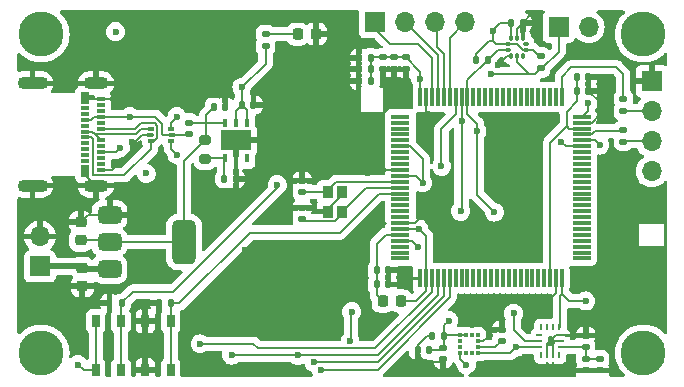
<source format=gbr>
%TF.GenerationSoftware,KiCad,Pcbnew,8.0.6*%
%TF.CreationDate,2024-11-11T09:30:46-05:00*%
%TF.ProjectId,VanguardFlightComputer,56616e67-7561-4726-9446-6c6967687443,rev?*%
%TF.SameCoordinates,Original*%
%TF.FileFunction,Copper,L1,Top*%
%TF.FilePolarity,Positive*%
%FSLAX46Y46*%
G04 Gerber Fmt 4.6, Leading zero omitted, Abs format (unit mm)*
G04 Created by KiCad (PCBNEW 8.0.6) date 2024-11-11 09:30:46*
%MOMM*%
%LPD*%
G01*
G04 APERTURE LIST*
G04 Aperture macros list*
%AMRoundRect*
0 Rectangle with rounded corners*
0 $1 Rounding radius*
0 $2 $3 $4 $5 $6 $7 $8 $9 X,Y pos of 4 corners*
0 Add a 4 corners polygon primitive as box body*
4,1,4,$2,$3,$4,$5,$6,$7,$8,$9,$2,$3,0*
0 Add four circle primitives for the rounded corners*
1,1,$1+$1,$2,$3*
1,1,$1+$1,$4,$5*
1,1,$1+$1,$6,$7*
1,1,$1+$1,$8,$9*
0 Add four rect primitives between the rounded corners*
20,1,$1+$1,$2,$3,$4,$5,0*
20,1,$1+$1,$4,$5,$6,$7,0*
20,1,$1+$1,$6,$7,$8,$9,0*
20,1,$1+$1,$8,$9,$2,$3,0*%
G04 Aperture macros list end*
%TA.AperFunction,SMDPad,CuDef*%
%ADD10R,0.650000X1.050000*%
%TD*%
%TA.AperFunction,SMDPad,CuDef*%
%ADD11RoundRect,0.140000X-0.170000X0.140000X-0.170000X-0.140000X0.170000X-0.140000X0.170000X0.140000X0*%
%TD*%
%TA.AperFunction,SMDPad,CuDef*%
%ADD12RoundRect,0.140000X0.140000X0.170000X-0.140000X0.170000X-0.140000X-0.170000X0.140000X-0.170000X0*%
%TD*%
%TA.AperFunction,SMDPad,CuDef*%
%ADD13RoundRect,0.135000X-0.185000X0.135000X-0.185000X-0.135000X0.185000X-0.135000X0.185000X0.135000X0*%
%TD*%
%TA.AperFunction,ComponentPad*%
%ADD14C,2.600000*%
%TD*%
%TA.AperFunction,ConnectorPad*%
%ADD15C,3.800000*%
%TD*%
%TA.AperFunction,SMDPad,CuDef*%
%ADD16R,0.900000X1.000000*%
%TD*%
%TA.AperFunction,ComponentPad*%
%ADD17R,1.700000X1.700000*%
%TD*%
%TA.AperFunction,ComponentPad*%
%ADD18O,1.700000X1.700000*%
%TD*%
%TA.AperFunction,SMDPad,CuDef*%
%ADD19RoundRect,0.140000X-0.140000X-0.170000X0.140000X-0.170000X0.140000X0.170000X-0.140000X0.170000X0*%
%TD*%
%TA.AperFunction,SMDPad,CuDef*%
%ADD20RoundRect,0.225000X0.250000X-0.225000X0.250000X0.225000X-0.250000X0.225000X-0.250000X-0.225000X0*%
%TD*%
%TA.AperFunction,SMDPad,CuDef*%
%ADD21RoundRect,0.225000X-0.250000X0.225000X-0.250000X-0.225000X0.250000X-0.225000X0.250000X0.225000X0*%
%TD*%
%TA.AperFunction,SMDPad,CuDef*%
%ADD22RoundRect,0.135000X0.135000X0.185000X-0.135000X0.185000X-0.135000X-0.185000X0.135000X-0.185000X0*%
%TD*%
%TA.AperFunction,SMDPad,CuDef*%
%ADD23RoundRect,0.140000X0.170000X-0.140000X0.170000X0.140000X-0.170000X0.140000X-0.170000X-0.140000X0*%
%TD*%
%TA.AperFunction,SMDPad,CuDef*%
%ADD24RoundRect,0.093750X-0.156250X-0.093750X0.156250X-0.093750X0.156250X0.093750X-0.156250X0.093750X0*%
%TD*%
%TA.AperFunction,SMDPad,CuDef*%
%ADD25RoundRect,0.075000X-0.250000X-0.075000X0.250000X-0.075000X0.250000X0.075000X-0.250000X0.075000X0*%
%TD*%
%TA.AperFunction,SMDPad,CuDef*%
%ADD26R,0.350000X0.375000*%
%TD*%
%TA.AperFunction,SMDPad,CuDef*%
%ADD27R,0.375000X0.350000*%
%TD*%
%TA.AperFunction,SMDPad,CuDef*%
%ADD28R,0.700000X0.300000*%
%TD*%
%TA.AperFunction,SMDPad,CuDef*%
%ADD29R,0.700000X1.000000*%
%TD*%
%TA.AperFunction,ComponentPad*%
%ADD30O,2.100000X1.100000*%
%TD*%
%TA.AperFunction,ComponentPad*%
%ADD31O,2.600000X1.100000*%
%TD*%
%TA.AperFunction,SMDPad,CuDef*%
%ADD32RoundRect,0.225000X0.225000X0.250000X-0.225000X0.250000X-0.225000X-0.250000X0.225000X-0.250000X0*%
%TD*%
%TA.AperFunction,SMDPad,CuDef*%
%ADD33RoundRect,0.087500X-0.125000X-0.087500X0.125000X-0.087500X0.125000X0.087500X-0.125000X0.087500X0*%
%TD*%
%TA.AperFunction,SMDPad,CuDef*%
%ADD34RoundRect,0.087500X-0.087500X-0.125000X0.087500X-0.125000X0.087500X0.125000X-0.087500X0.125000X0*%
%TD*%
%TA.AperFunction,SMDPad,CuDef*%
%ADD35RoundRect,0.218750X0.218750X0.256250X-0.218750X0.256250X-0.218750X-0.256250X0.218750X-0.256250X0*%
%TD*%
%TA.AperFunction,SMDPad,CuDef*%
%ADD36RoundRect,0.375000X-0.625000X-0.375000X0.625000X-0.375000X0.625000X0.375000X-0.625000X0.375000X0*%
%TD*%
%TA.AperFunction,SMDPad,CuDef*%
%ADD37RoundRect,0.500000X-0.500000X-1.400000X0.500000X-1.400000X0.500000X1.400000X-0.500000X1.400000X0*%
%TD*%
%TA.AperFunction,SMDPad,CuDef*%
%ADD38RoundRect,0.075000X-0.725000X-0.075000X0.725000X-0.075000X0.725000X0.075000X-0.725000X0.075000X0*%
%TD*%
%TA.AperFunction,SMDPad,CuDef*%
%ADD39RoundRect,0.075000X-0.075000X-0.725000X0.075000X-0.725000X0.075000X0.725000X-0.075000X0.725000X0*%
%TD*%
%TA.AperFunction,SMDPad,CuDef*%
%ADD40RoundRect,0.135000X0.185000X-0.135000X0.185000X0.135000X-0.185000X0.135000X-0.185000X-0.135000X0*%
%TD*%
%TA.AperFunction,SMDPad,CuDef*%
%ADD41R,0.400000X0.800000*%
%TD*%
%TA.AperFunction,SMDPad,CuDef*%
%ADD42R,2.500000X1.750000*%
%TD*%
%TA.AperFunction,SMDPad,CuDef*%
%ADD43RoundRect,0.200000X-0.275000X0.200000X-0.275000X-0.200000X0.275000X-0.200000X0.275000X0.200000X0*%
%TD*%
%TA.AperFunction,SMDPad,CuDef*%
%ADD44R,0.250000X0.475000*%
%TD*%
%TA.AperFunction,SMDPad,CuDef*%
%ADD45R,0.475000X0.250000*%
%TD*%
%TA.AperFunction,SMDPad,CuDef*%
%ADD46RoundRect,0.135000X-0.135000X-0.185000X0.135000X-0.185000X0.135000X0.185000X-0.135000X0.185000X0*%
%TD*%
%TA.AperFunction,SMDPad,CuDef*%
%ADD47RoundRect,0.147500X-0.172500X0.147500X-0.172500X-0.147500X0.172500X-0.147500X0.172500X0.147500X0*%
%TD*%
%TA.AperFunction,ViaPad*%
%ADD48C,0.600000*%
%TD*%
%TA.AperFunction,Conductor*%
%ADD49C,0.200000*%
%TD*%
%TA.AperFunction,Conductor*%
%ADD50C,0.500000*%
%TD*%
G04 APERTURE END LIST*
D10*
%TO.P,SW1,1,1*%
%TO.N,GND*%
X101325000Y-106475000D03*
X101325000Y-102325000D03*
%TO.P,SW1,2,2*%
%TO.N,RST*%
X103475000Y-106475000D03*
X103475000Y-102325000D03*
%TD*%
D11*
%TO.P,C5,1*%
%TO.N,+3.3V*%
X121438400Y-79969329D03*
%TO.P,C5,2*%
%TO.N,GND*%
X121438400Y-80929329D03*
%TD*%
%TO.P,C21,1*%
%TO.N,Net-(IC2-VDDIO)*%
X138600000Y-105520000D03*
%TO.P,C21,2*%
%TO.N,GND*%
X138600000Y-106480000D03*
%TD*%
D12*
%TO.P,C8,1*%
%TO.N,+3.3V*%
X120400000Y-80000000D03*
%TO.P,C8,2*%
%TO.N,GND*%
X119440000Y-80000000D03*
%TD*%
D11*
%TO.P,C18,1*%
%TO.N,GND*%
X114600000Y-90420000D03*
%TO.P,C18,2*%
%TO.N,OSC_IN*%
X114600000Y-91380000D03*
%TD*%
D13*
%TO.P,R10,1*%
%TO.N,SWCLK*%
X141800000Y-83490000D03*
%TO.P,R10,2*%
%TO.N,Net-(J5-Pin_2)*%
X141800000Y-84510000D03*
%TD*%
D14*
%TO.P,H5,1*%
%TO.N,N/C*%
X143500000Y-78000000D03*
D15*
X143500000Y-78000000D03*
%TD*%
D16*
%TO.P,Y2,1,CRYSTAL_1*%
%TO.N,OSC_IN*%
X116787000Y-91375000D03*
%TO.P,Y2,2,GND_1*%
%TO.N,GND*%
X116787000Y-93025000D03*
%TO.P,Y2,3,CRYSTAL_2*%
%TO.N,OSC_OUT*%
X118013000Y-93025000D03*
%TO.P,Y2,4,GND_2*%
%TO.N,GND*%
X118013000Y-91375000D03*
%TD*%
D17*
%TO.P,J5,1,Pin_1*%
%TO.N,GND*%
X144200000Y-82000000D03*
D18*
%TO.P,J5,2,Pin_2*%
%TO.N,Net-(J5-Pin_2)*%
X144200000Y-84540000D03*
%TO.P,J5,3,Pin_3*%
%TO.N,Net-(J5-Pin_3)*%
X144200000Y-87080000D03*
%TO.P,J5,4,Pin_4*%
%TO.N,+3.3V*%
X144200000Y-89620000D03*
%TD*%
D14*
%TO.P,H6,1*%
%TO.N,N/C*%
X92500000Y-105000000D03*
D15*
X92500000Y-105000000D03*
%TD*%
D19*
%TO.P,C13,1*%
%TO.N,Net-(IC1-EN)*%
X108020000Y-90250000D03*
%TO.P,C13,2*%
%TO.N,GND*%
X108980000Y-90250000D03*
%TD*%
D20*
%TO.P,C10,1*%
%TO.N,+5V*%
X95850000Y-95475000D03*
%TO.P,C10,2*%
%TO.N,GND*%
X95850000Y-93925000D03*
%TD*%
D12*
%TO.P,C30,1*%
%TO.N,RST*%
X103480000Y-100800000D03*
%TO.P,C30,2*%
%TO.N,GND*%
X102520000Y-100800000D03*
%TD*%
D21*
%TO.P,C9,1*%
%TO.N,VIN*%
X96000000Y-97800000D03*
%TO.P,C9,2*%
%TO.N,GND*%
X96000000Y-99350000D03*
%TD*%
D17*
%TO.P,J6,1,Pin_1*%
%TO.N,I2C1_SDA*%
X136325000Y-77400000D03*
D18*
%TO.P,J6,2,Pin_2*%
%TO.N,I2C1_SCL*%
X138865000Y-77400000D03*
%TD*%
D12*
%TO.P,C25,2*%
%TO.N,GND*%
X124418379Y-104743433D03*
%TO.P,C25,1*%
%TO.N,+3.3V*%
X125378379Y-104743433D03*
%TD*%
D14*
%TO.P,H1,1*%
%TO.N,N/C*%
X92500000Y-78000000D03*
D15*
X92500000Y-78000000D03*
%TD*%
D11*
%TO.P,C4,1*%
%TO.N,+3.3V*%
X122361017Y-79968433D03*
%TO.P,C4,2*%
%TO.N,GND*%
X122361017Y-80928433D03*
%TD*%
D22*
%TO.P,R8,1*%
%TO.N,BOOT0*%
X99310000Y-100800000D03*
%TO.P,R8,2*%
%TO.N,GND*%
X98290000Y-100800000D03*
%TD*%
D13*
%TO.P,R9,1*%
%TO.N,SWDIO*%
X141800000Y-86090000D03*
%TO.P,R9,2*%
%TO.N,Net-(J5-Pin_3)*%
X141800000Y-87110000D03*
%TD*%
D23*
%TO.P,C20,1*%
%TO.N,Net-(IC2-VDDIO)*%
X138600000Y-104480000D03*
%TO.P,C20,2*%
%TO.N,GND*%
X138600000Y-103520000D03*
%TD*%
D24*
%TO.P,U3,1,I/O1*%
%TO.N,Net-(J1-D--PadA7)*%
X101800000Y-86000000D03*
D25*
%TO.P,U3,2,GND*%
%TO.N,GND*%
X101725000Y-86537500D03*
D24*
%TO.P,U3,3,I/O2*%
%TO.N,Net-(J1-D+-PadA6)*%
X101800000Y-87075000D03*
%TO.P,U3,4,I/O2*%
%TO.N,USB_DP*%
X103500000Y-87075000D03*
D25*
%TO.P,U3,5,VBUS*%
%TO.N,VBUS*%
X103575000Y-86537500D03*
D24*
%TO.P,U3,6,I/O1*%
%TO.N,USB_DM*%
X103500000Y-86000000D03*
%TD*%
D26*
%TO.P,U4,1,SCL/SPC*%
%TO.N,I2C1_SCL*%
X128000000Y-105025000D03*
%TO.P,U4,2,CS_XL*%
%TO.N,unconnected-(U4-CS_XL-Pad2)*%
X128500000Y-105025000D03*
%TO.P,U4,3,CS_MAG*%
%TO.N,unconnected-(U4-CS_MAG-Pad3)*%
X129000000Y-105025000D03*
%TO.P,U4,4,SDA/SDI/SDO*%
%TO.N,I2C1_SDA*%
X129500000Y-105025000D03*
D27*
%TO.P,U4,5,C1*%
%TO.N,Net-(U4-C1)*%
X129512500Y-104512500D03*
%TO.P,U4,6,GND*%
%TO.N,GND*%
X129512500Y-104012500D03*
D26*
%TO.P,U4,7,INT_MAG*%
%TO.N,unconnected-(U4-INT_MAG-Pad7)*%
X129500000Y-103500000D03*
%TO.P,U4,8,GND*%
%TO.N,GND*%
X129000000Y-103500000D03*
%TO.P,U4,9,VDD*%
%TO.N,+3.3V*%
X128500000Y-103500000D03*
%TO.P,U4,10,VDDIO*%
X128000000Y-103500000D03*
D27*
%TO.P,U4,11,DRDY_MAG*%
%TO.N,unconnected-(U4-DRDY_MAG-Pad11)*%
X127987500Y-104012500D03*
%TO.P,U4,12,INT_XL*%
%TO.N,unconnected-(U4-INT_XL-Pad12)*%
X127987500Y-104512500D03*
%TD*%
D19*
%TO.P,C15,1*%
%TO.N,Net-(C14-Pad1)*%
X137865000Y-82800000D03*
%TO.P,C15,2*%
%TO.N,GND*%
X138825000Y-82800000D03*
%TD*%
%TO.P,C1,1*%
%TO.N,Net-(U6-VDDA)*%
X120920000Y-98000000D03*
%TO.P,C1,2*%
%TO.N,GND*%
X121880000Y-98000000D03*
%TD*%
D12*
%TO.P,C26,2*%
%TO.N,GND*%
X125618379Y-103543433D03*
%TO.P,C26,1*%
%TO.N,+3.3V*%
X126578379Y-103543433D03*
%TD*%
D11*
%TO.P,C24,2*%
%TO.N,GND*%
X126500000Y-105550000D03*
%TO.P,C24,1*%
%TO.N,+3.3V*%
X126500000Y-104590000D03*
%TD*%
D17*
%TO.P,J8,1,Pin_1*%
%TO.N,VIN*%
X92400000Y-97675000D03*
D18*
%TO.P,J8,2,Pin_2*%
%TO.N,GND*%
X92400000Y-95135000D03*
%TD*%
D14*
%TO.P,H7,1*%
%TO.N,N/C*%
X143500000Y-105000000D03*
D15*
X143500000Y-105000000D03*
%TD*%
D28*
%TO.P,J1,A1,GND*%
%TO.N,GND*%
X97544052Y-83500000D03*
%TO.P,J1,A2,TX1+*%
%TO.N,unconnected-(J1-TX1+-PadA2)*%
X97544052Y-84000000D03*
%TO.P,J1,A3,TX1-*%
%TO.N,unconnected-(J1-TX1--PadA3)*%
X97544052Y-84500000D03*
%TO.P,J1,A4,VBUS*%
%TO.N,VBUS*%
X97544052Y-85000000D03*
%TO.P,J1,A5,CC1*%
%TO.N,unconnected-(J1-CC1-PadA5)*%
X97544052Y-85500000D03*
%TO.P,J1,A6,D+*%
%TO.N,Net-(J1-D+-PadA6)*%
X97544052Y-86000000D03*
%TO.P,J1,A7,D-*%
%TO.N,Net-(J1-D--PadA7)*%
X97544052Y-87000000D03*
%TO.P,J1,A8,SBU1*%
%TO.N,unconnected-(J1-SBU1-PadA8)*%
X97544052Y-87500000D03*
%TO.P,J1,A9,VBUS*%
%TO.N,VBUS*%
X97544052Y-88000000D03*
%TO.P,J1,A10,RX2-*%
%TO.N,unconnected-(J1-RX2--PadA10)*%
X97544052Y-88500000D03*
%TO.P,J1,A11,RX2+*%
%TO.N,unconnected-(J1-RX2+-PadA11)*%
X97544052Y-89000000D03*
%TO.P,J1,A12,GND*%
%TO.N,GND*%
X97544052Y-89500000D03*
D29*
%TO.P,J1,B1,GND*%
X96244052Y-89600000D03*
D28*
%TO.P,J1,B2,TX2+*%
%TO.N,unconnected-(J1-TX2+-PadB2)*%
X96244052Y-88750000D03*
%TO.P,J1,B3,TX2-*%
%TO.N,unconnected-(J1-TX2--PadB3)*%
X96244052Y-88250000D03*
%TO.P,J1,B4,VBUS*%
%TO.N,VBUS*%
X96244052Y-87750000D03*
%TO.P,J1,B5,CC2*%
%TO.N,unconnected-(J1-CC2-PadB5)*%
X96244052Y-87250000D03*
%TO.P,J1,B6,D+*%
%TO.N,Net-(J1-D+-PadA6)*%
X96244052Y-86750000D03*
%TO.P,J1,B7,D-*%
%TO.N,Net-(J1-D--PadA7)*%
X96244052Y-86250000D03*
%TO.P,J1,B8,SBU2*%
%TO.N,unconnected-(J1-SBU2-PadB8)*%
X96244052Y-85750000D03*
%TO.P,J1,B9,VBUS*%
%TO.N,VBUS*%
X96244052Y-85250000D03*
%TO.P,J1,B10,RX1-*%
%TO.N,unconnected-(J1-RX1--PadB10)*%
X96244052Y-84750000D03*
%TO.P,J1,B11,RX1+*%
%TO.N,unconnected-(J1-RX1+-PadB11)*%
X96244052Y-84250000D03*
D29*
%TO.P,J1,B12,GND*%
%TO.N,GND*%
X96244052Y-83400000D03*
D30*
%TO.P,J1,S1,SHIELD*%
X97134052Y-82180000D03*
D31*
X91774052Y-82180000D03*
D30*
X97134052Y-90820000D03*
D31*
X91774052Y-90820000D03*
%TD*%
D19*
%TO.P,C2,1*%
%TO.N,Net-(U6-VDDA)*%
X120920000Y-99200000D03*
%TO.P,C2,2*%
%TO.N,GND*%
X121880000Y-99200000D03*
%TD*%
D32*
%TO.P,FB1,1*%
%TO.N,+3.3V*%
X122975000Y-100600000D03*
%TO.P,FB1,2*%
%TO.N,Net-(U6-VDDA)*%
X121425000Y-100600000D03*
%TD*%
D33*
%TO.P,U5,1,Vdd_IO*%
%TO.N,+3.3V*%
X132037500Y-78837500D03*
%TO.P,U5,2,SCL*%
%TO.N,I2C1_SCL*%
X132037500Y-79337500D03*
D34*
%TO.P,U5,3,GND*%
%TO.N,GND*%
X132300000Y-79850000D03*
%TO.P,U5,4,SDA*%
%TO.N,I2C1_SDA*%
X132800000Y-79850000D03*
%TO.P,U5,5,SA0*%
%TO.N,unconnected-(U5-SA0-Pad5)*%
X133300000Y-79850000D03*
D33*
%TO.P,U5,6,~{CS}*%
%TO.N,+3.3V*%
X133562500Y-79337500D03*
%TO.P,U5,7,INT_DRDY*%
%TO.N,unconnected-(U5-INT_DRDY-Pad7)*%
X133562500Y-78837500D03*
D34*
%TO.P,U5,8,GND*%
%TO.N,GND*%
X133300000Y-78325000D03*
%TO.P,U5,9,GND*%
X132800000Y-78325000D03*
%TO.P,U5,10,VDD*%
%TO.N,+3.3V*%
X132300000Y-78325000D03*
%TD*%
D17*
%TO.P,J7,1,Pin_1*%
%TO.N,SERVO_1_PWM*%
X120780000Y-77000000D03*
D18*
%TO.P,J7,2,Pin_2*%
%TO.N,SERVO_2_PWM*%
X123320000Y-77000000D03*
%TO.P,J7,3,Pin_3*%
%TO.N,SERVO_3_PWM*%
X125860000Y-77000000D03*
%TO.P,J7,4,Pin_4*%
%TO.N,SERVO_4_PWM*%
X128400000Y-77000000D03*
%TD*%
D35*
%TO.P,D3,1,K*%
%TO.N,GND*%
X115787500Y-78000000D03*
%TO.P,D3,2,A*%
%TO.N,Net-(D3-A)*%
X114212500Y-78000000D03*
%TD*%
D36*
%TO.P,U2,1,GND*%
%TO.N,GND*%
X98300000Y-93300000D03*
%TO.P,U2,2,VO*%
%TO.N,+5V*%
X98300000Y-95600000D03*
D37*
X104600000Y-95600000D03*
D36*
%TO.P,U2,3,VI*%
%TO.N,VIN*%
X98300000Y-97900000D03*
%TD*%
D19*
%TO.P,C27,1*%
%TO.N,+3.3V*%
X132320000Y-77050000D03*
%TO.P,C27,2*%
%TO.N,GND*%
X133280000Y-77050000D03*
%TD*%
%TO.P,C11,1*%
%TO.N,+5V*%
X107120000Y-84200000D03*
%TO.P,C11,2*%
%TO.N,GND*%
X108080000Y-84200000D03*
%TD*%
%TO.P,C12,1*%
%TO.N,+3.3V*%
X109520000Y-84000000D03*
%TO.P,C12,2*%
%TO.N,GND*%
X110480000Y-84000000D03*
%TD*%
D12*
%TO.P,C6,1*%
%TO.N,+3.3V*%
X120400000Y-80990074D03*
%TO.P,C6,2*%
%TO.N,GND*%
X119440000Y-80990074D03*
%TD*%
D38*
%TO.P,U6,1,PE2*%
%TO.N,unconnected-(U6-PE2-Pad1)*%
X122923863Y-85000000D03*
%TO.P,U6,2,PE3*%
%TO.N,unconnected-(U6-PE3-Pad2)*%
X122923863Y-85500000D03*
%TO.P,U6,3,PE4*%
%TO.N,unconnected-(U6-PE4-Pad3)*%
X122923863Y-86000000D03*
%TO.P,U6,4,PE5*%
%TO.N,unconnected-(U6-PE5-Pad4)*%
X122923863Y-86500000D03*
%TO.P,U6,5,PE6*%
%TO.N,unconnected-(U6-PE6-Pad5)*%
X122923863Y-87000000D03*
%TO.P,U6,6,VBAT*%
%TO.N,+3.3V*%
X122923863Y-87500000D03*
%TO.P,U6,7,PC13*%
%TO.N,unconnected-(U6-PC13-Pad7)*%
X122923863Y-88000000D03*
%TO.P,U6,8,PC14*%
%TO.N,OSC32_IN*%
X122923863Y-88500000D03*
%TO.P,U6,9,PC15*%
%TO.N,OSC32_OUT*%
X122923863Y-89000000D03*
%TO.P,U6,10,VSS*%
%TO.N,GND*%
X122923863Y-89500000D03*
%TO.P,U6,11,VDD*%
%TO.N,+3.3V*%
X122923863Y-90000000D03*
%TO.P,U6,12,PH0*%
%TO.N,OSC_IN*%
X122923863Y-90500000D03*
%TO.P,U6,13,PH1*%
%TO.N,OSC_OUT*%
X122923863Y-91000000D03*
%TO.P,U6,14,NRST*%
%TO.N,RST*%
X122923863Y-91500000D03*
%TO.P,U6,15,PC0*%
%TO.N,unconnected-(U6-PC0-Pad15)*%
X122923863Y-92000000D03*
%TO.P,U6,16,PC1*%
%TO.N,unconnected-(U6-PC1-Pad16)*%
X122923863Y-92500000D03*
%TO.P,U6,17,PC2_C*%
%TO.N,unconnected-(U6-PC2_C-Pad17)*%
X122923863Y-93000000D03*
%TO.P,U6,18,PC3_C*%
%TO.N,unconnected-(U6-PC3_C-Pad18)*%
X122923863Y-93500000D03*
%TO.P,U6,19,VSSA*%
%TO.N,GND*%
X122923863Y-94000000D03*
%TO.P,U6,20,VREF+*%
%TO.N,+3.3V*%
X122923863Y-94500000D03*
%TO.P,U6,21,VDDA*%
%TO.N,Net-(U6-VDDA)*%
X122923863Y-95000000D03*
%TO.P,U6,22,PA0*%
%TO.N,TELEM_CS*%
X122923863Y-95500000D03*
%TO.P,U6,23,PA1*%
%TO.N,unconnected-(U6-PA1-Pad23)*%
X122923863Y-96000000D03*
%TO.P,U6,24,PA2*%
%TO.N,unconnected-(U6-PA2-Pad24)*%
X122923863Y-96500000D03*
%TO.P,U6,25,PA3*%
%TO.N,unconnected-(U6-PA3-Pad25)*%
X122923863Y-97000000D03*
D39*
%TO.P,U6,26,VSS*%
%TO.N,GND*%
X124598863Y-98675000D03*
%TO.P,U6,27,VDD*%
%TO.N,+3.3V*%
X125098863Y-98675000D03*
%TO.P,U6,28,PA4*%
%TO.N,SD_CS*%
X125598863Y-98675000D03*
%TO.P,U6,29,PA5*%
%TO.N,SPI1_SCK*%
X126098863Y-98675000D03*
%TO.P,U6,30,PA6*%
%TO.N,SPI1_MISO*%
X126598863Y-98675000D03*
%TO.P,U6,31,PA7*%
%TO.N,SPI1_MOSI*%
X127098863Y-98675000D03*
%TO.P,U6,32,PC4*%
%TO.N,unconnected-(U6-PC4-Pad32)*%
X127598863Y-98675000D03*
%TO.P,U6,33,PC5*%
%TO.N,unconnected-(U6-PC5-Pad33)*%
X128098863Y-98675000D03*
%TO.P,U6,34,PB0*%
%TO.N,unconnected-(U6-PB0-Pad34)*%
X128598863Y-98675000D03*
%TO.P,U6,35,PB1*%
%TO.N,unconnected-(U6-PB1-Pad35)*%
X129098863Y-98675000D03*
%TO.P,U6,36,PB2*%
%TO.N,unconnected-(U6-PB2-Pad36)*%
X129598863Y-98675000D03*
%TO.P,U6,37,PE7*%
%TO.N,unconnected-(U6-PE7-Pad37)*%
X130098863Y-98675000D03*
%TO.P,U6,38,PE8*%
%TO.N,unconnected-(U6-PE8-Pad38)*%
X130598863Y-98675000D03*
%TO.P,U6,39,PE9*%
%TO.N,unconnected-(U6-PE9-Pad39)*%
X131098863Y-98675000D03*
%TO.P,U6,40,PE10*%
%TO.N,unconnected-(U6-PE10-Pad40)*%
X131598863Y-98675000D03*
%TO.P,U6,41,PE11*%
%TO.N,unconnected-(U6-PE11-Pad41)*%
X132098863Y-98675000D03*
%TO.P,U6,42,PE12*%
%TO.N,unconnected-(U6-PE12-Pad42)*%
X132598863Y-98675000D03*
%TO.P,U6,43,PE13*%
%TO.N,unconnected-(U6-PE13-Pad43)*%
X133098863Y-98675000D03*
%TO.P,U6,44,PE14*%
%TO.N,unconnected-(U6-PE14-Pad44)*%
X133598863Y-98675000D03*
%TO.P,U6,45,PE15*%
%TO.N,unconnected-(U6-PE15-Pad45)*%
X134098863Y-98675000D03*
%TO.P,U6,46,PB10*%
%TO.N,unconnected-(U6-PB10-Pad46)*%
X134598863Y-98675000D03*
%TO.P,U6,47,PB11*%
%TO.N,unconnected-(U6-PB11-Pad47)*%
X135098863Y-98675000D03*
%TO.P,U6,48,VCAP*%
%TO.N,Net-(C14-Pad1)*%
X135598863Y-98675000D03*
%TO.P,U6,49,VSS*%
%TO.N,GND*%
X136098863Y-98675000D03*
%TO.P,U6,50,VDD*%
%TO.N,+3.3V*%
X136598863Y-98675000D03*
D38*
%TO.P,U6,51,PB12*%
%TO.N,unconnected-(U6-PB12-Pad51)*%
X138273863Y-97000000D03*
%TO.P,U6,52,PB13*%
%TO.N,unconnected-(U6-PB13-Pad52)*%
X138273863Y-96500000D03*
%TO.P,U6,53,PB14*%
%TO.N,unconnected-(U6-PB14-Pad53)*%
X138273863Y-96000000D03*
%TO.P,U6,54,PB15*%
%TO.N,unconnected-(U6-PB15-Pad54)*%
X138273863Y-95500000D03*
%TO.P,U6,55,PD8*%
%TO.N,unconnected-(U6-PD8-Pad55)*%
X138273863Y-95000000D03*
%TO.P,U6,56,PD9*%
%TO.N,unconnected-(U6-PD9-Pad56)*%
X138273863Y-94500000D03*
%TO.P,U6,57,PD10*%
%TO.N,unconnected-(U6-PD10-Pad57)*%
X138273863Y-94000000D03*
%TO.P,U6,58,PD11*%
%TO.N,unconnected-(U6-PD11-Pad58)*%
X138273863Y-93500000D03*
%TO.P,U6,59,PD12*%
%TO.N,unconnected-(U6-PD12-Pad59)*%
X138273863Y-93000000D03*
%TO.P,U6,60,PD13*%
%TO.N,unconnected-(U6-PD13-Pad60)*%
X138273863Y-92500000D03*
%TO.P,U6,61,PD14*%
%TO.N,unconnected-(U6-PD14-Pad61)*%
X138273863Y-92000000D03*
%TO.P,U6,62,PD15*%
%TO.N,unconnected-(U6-PD15-Pad62)*%
X138273863Y-91500000D03*
%TO.P,U6,63,PC6*%
%TO.N,unconnected-(U6-PC6-Pad63)*%
X138273863Y-91000000D03*
%TO.P,U6,64,PC7*%
%TO.N,unconnected-(U6-PC7-Pad64)*%
X138273863Y-90500000D03*
%TO.P,U6,65,PC8*%
%TO.N,unconnected-(U6-PC8-Pad65)*%
X138273863Y-90000000D03*
%TO.P,U6,66,PC9*%
%TO.N,unconnected-(U6-PC9-Pad66)*%
X138273863Y-89500000D03*
%TO.P,U6,67,PA8*%
%TO.N,unconnected-(U6-PA8-Pad67)*%
X138273863Y-89000000D03*
%TO.P,U6,68,PA9*%
%TO.N,unconnected-(U6-PA9-Pad68)*%
X138273863Y-88500000D03*
%TO.P,U6,69,PA10*%
%TO.N,unconnected-(U6-PA10-Pad69)*%
X138273863Y-88000000D03*
%TO.P,U6,70,PA11*%
%TO.N,USB_DM*%
X138273863Y-87500000D03*
%TO.P,U6,71,PA12*%
%TO.N,USB_DP*%
X138273863Y-87000000D03*
%TO.P,U6,72,PA13*%
%TO.N,SWDIO*%
X138273863Y-86500000D03*
%TO.P,U6,73,VCAP*%
%TO.N,Net-(C14-Pad1)*%
X138273863Y-86000000D03*
%TO.P,U6,74,VSS*%
%TO.N,GND*%
X138273863Y-85500000D03*
%TO.P,U6,75,VDD*%
%TO.N,+3.3V*%
X138273863Y-85000000D03*
D39*
%TO.P,U6,76,PA14*%
%TO.N,SWCLK*%
X136598863Y-83325000D03*
%TO.P,U6,77,PA15*%
%TO.N,unconnected-(U6-PA15-Pad77)*%
X136098863Y-83325000D03*
%TO.P,U6,78,PC10*%
%TO.N,unconnected-(U6-PC10-Pad78)*%
X135598863Y-83325000D03*
%TO.P,U6,79,PC11*%
%TO.N,unconnected-(U6-PC11-Pad79)*%
X135098863Y-83325000D03*
%TO.P,U6,80,PC12*%
%TO.N,unconnected-(U6-PC12-Pad80)*%
X134598863Y-83325000D03*
%TO.P,U6,81,PD0*%
%TO.N,unconnected-(U6-PD0-Pad81)*%
X134098863Y-83325000D03*
%TO.P,U6,82,PD1*%
%TO.N,unconnected-(U6-PD1-Pad82)*%
X133598863Y-83325000D03*
%TO.P,U6,83,PD2*%
%TO.N,unconnected-(U6-PD2-Pad83)*%
X133098863Y-83325000D03*
%TO.P,U6,84,PD3*%
%TO.N,unconnected-(U6-PD3-Pad84)*%
X132598863Y-83325000D03*
%TO.P,U6,85,PD4*%
%TO.N,unconnected-(U6-PD4-Pad85)*%
X132098863Y-83325000D03*
%TO.P,U6,86,PD5*%
%TO.N,unconnected-(U6-PD5-Pad86)*%
X131598863Y-83325000D03*
%TO.P,U6,87,PD6*%
%TO.N,unconnected-(U6-PD6-Pad87)*%
X131098863Y-83325000D03*
%TO.P,U6,88,PD7*%
%TO.N,unconnected-(U6-PD7-Pad88)*%
X130598863Y-83325000D03*
%TO.P,U6,89,PB3*%
%TO.N,unconnected-(U6-PB3-Pad89)*%
X130098863Y-83325000D03*
%TO.P,U6,90,PB4*%
%TO.N,unconnected-(U6-PB4-Pad90)*%
X129598863Y-83325000D03*
%TO.P,U6,91,PB5*%
%TO.N,unconnected-(U6-PB5-Pad91)*%
X129098863Y-83325000D03*
%TO.P,U6,92,PB6*%
%TO.N,I2C1_SCL*%
X128598863Y-83325000D03*
%TO.P,U6,93,PB7*%
%TO.N,I2C1_SDA*%
X128098863Y-83325000D03*
%TO.P,U6,94,BOOT0*%
%TO.N,BOOT0*%
X127598863Y-83325000D03*
%TO.P,U6,95,PB8*%
%TO.N,SERVO_4_PWM*%
X127098863Y-83325000D03*
%TO.P,U6,96,PB9*%
%TO.N,SERVO_3_PWM*%
X126598863Y-83325000D03*
%TO.P,U6,97,PE0*%
%TO.N,SERVO_2_PWM*%
X126098863Y-83325000D03*
%TO.P,U6,98,PE1*%
%TO.N,SERVO_1_PWM*%
X125598863Y-83325000D03*
%TO.P,U6,99,VSS*%
%TO.N,GND*%
X125098863Y-83325000D03*
%TO.P,U6,100,VDD*%
%TO.N,+3.3V*%
X124598863Y-83325000D03*
%TD*%
D40*
%TO.P,R11,1*%
%TO.N,+3.3V*%
X111500000Y-79010000D03*
%TO.P,R11,2*%
%TO.N,Net-(D3-A)*%
X111500000Y-77990000D03*
%TD*%
D41*
%TO.P,IC1,1,EN*%
%TO.N,Net-(IC1-EN)*%
X108050000Y-88500000D03*
%TO.P,IC1,2,GND*%
%TO.N,GND*%
X109000000Y-88500000D03*
%TO.P,IC1,3,N.C.*%
%TO.N,unconnected-(IC1-N.C.-Pad3)*%
X109950000Y-88500000D03*
%TO.P,IC1,4,VO*%
%TO.N,+3.3V*%
X109950000Y-85500000D03*
%TO.P,IC1,5,V_O_SENSE*%
X109000000Y-85500000D03*
%TO.P,IC1,6,VI*%
%TO.N,+5V*%
X108050000Y-85500000D03*
D42*
%TO.P,IC1,7,EP*%
%TO.N,GND*%
X109000000Y-87000000D03*
%TD*%
D12*
%TO.P,C7,1*%
%TO.N,+3.3V*%
X120400000Y-82000000D03*
%TO.P,C7,2*%
%TO.N,GND*%
X119440000Y-82000000D03*
%TD*%
D23*
%TO.P,C23,2*%
%TO.N,GND*%
X131500000Y-103020000D03*
%TO.P,C23,1*%
%TO.N,Net-(U4-C1)*%
X131500000Y-103980000D03*
%TD*%
D43*
%TO.P,R1,1*%
%TO.N,+5V*%
X106384585Y-86926910D03*
%TO.P,R1,2*%
%TO.N,Net-(IC1-EN)*%
X106384585Y-88576910D03*
%TD*%
D10*
%TO.P,SW2,1,1*%
%TO.N,BOOT0*%
X99275000Y-102325000D03*
X99275000Y-106475000D03*
%TO.P,SW2,2,2*%
%TO.N,+3.3V*%
X97125000Y-102325000D03*
X97125000Y-106475000D03*
%TD*%
D11*
%TO.P,C22,1*%
%TO.N,Net-(IC2-VDDIO)*%
X139800000Y-105520000D03*
%TO.P,C22,2*%
%TO.N,GND*%
X139800000Y-106480000D03*
%TD*%
%TO.P,C19,1*%
%TO.N,GND*%
X114600000Y-92720000D03*
%TO.P,C19,2*%
%TO.N,OSC_OUT*%
X114600000Y-93680000D03*
%TD*%
%TO.P,C3,1*%
%TO.N,+3.3V*%
X123361017Y-79968433D03*
%TO.P,C3,2*%
%TO.N,GND*%
X123361017Y-80928433D03*
%TD*%
D44*
%TO.P,IC2,1,SDO/SA0*%
%TO.N,unconnected-(IC2-SDO{slash}SA0-Pad1)*%
X134850000Y-105163000D03*
%TO.P,IC2,2,RES_1*%
%TO.N,GND*%
X135350000Y-105163000D03*
%TO.P,IC2,3,RES_2*%
X135850000Y-105163000D03*
%TO.P,IC2,4,INT1*%
%TO.N,unconnected-(IC2-INT1-Pad4)*%
X136350000Y-105163000D03*
D45*
%TO.P,IC2,5,VDDIO*%
%TO.N,Net-(IC2-VDDIO)*%
X136512000Y-104500000D03*
%TO.P,IC2,6,GND_1*%
%TO.N,GND*%
X136512000Y-104000000D03*
%TO.P,IC2,7,GND_2*%
X136512000Y-103500000D03*
D44*
%TO.P,IC2,8,VDD*%
%TO.N,+3.3V*%
X136350000Y-102837000D03*
%TO.P,IC2,9,INT2*%
%TO.N,unconnected-(IC2-INT2-Pad9)*%
X135850000Y-102837000D03*
%TO.P,IC2,10,NC_1*%
%TO.N,unconnected-(IC2-NC_1-Pad10)*%
X135350000Y-102837000D03*
%TO.P,IC2,11,NC_2*%
%TO.N,unconnected-(IC2-NC_2-Pad11)*%
X134850000Y-102837000D03*
D45*
%TO.P,IC2,12,CS*%
%TO.N,unconnected-(IC2-CS-Pad12)*%
X134688000Y-103500000D03*
%TO.P,IC2,13,SCL*%
%TO.N,I2C1_SCL*%
X134688000Y-104000000D03*
%TO.P,IC2,14,SDA*%
%TO.N,I2C1_SDA*%
X134688000Y-104500000D03*
%TD*%
D19*
%TO.P,C14,1*%
%TO.N,Net-(C14-Pad1)*%
X137865000Y-81600000D03*
%TO.P,C14,2*%
%TO.N,GND*%
X138825000Y-81600000D03*
%TD*%
D46*
%TO.P,R2,1*%
%TO.N,+3.3V*%
X129290000Y-80200000D03*
%TO.P,R2,2*%
%TO.N,I2C1_SCL*%
X130310000Y-80200000D03*
%TD*%
D47*
%TO.P,D1,1,K*%
%TO.N,+5V*%
X105000000Y-85515000D03*
%TO.P,D1,2,A*%
%TO.N,VBUS*%
X105000000Y-86485000D03*
%TD*%
D13*
%TO.P,R3,1*%
%TO.N,+3.3V*%
X134800000Y-79890000D03*
%TO.P,R3,2*%
%TO.N,I2C1_SDA*%
X134800000Y-80910000D03*
%TD*%
D48*
%TO.N,GND*%
X114500000Y-76500000D03*
X118000000Y-81000000D03*
%TO.N,I2C1_SDA*%
X132750000Y-104500000D03*
%TO.N,GND*%
X125000000Y-105750000D03*
%TO.N,I2C1_SCL*%
X128500000Y-106000000D03*
%TO.N,+3.3V*%
X127000000Y-102250000D03*
%TO.N,GND*%
X130250000Y-101750000D03*
X107000000Y-82750000D03*
X134200000Y-100400000D03*
X144000000Y-91750000D03*
X94750000Y-101000000D03*
X125000000Y-92800000D03*
X100800000Y-101000000D03*
X118000000Y-76500000D03*
X118750000Y-98500000D03*
X117400000Y-83400000D03*
X142750000Y-98750000D03*
X106500000Y-100875000D03*
X109750000Y-96250000D03*
X140500000Y-95250000D03*
X109750000Y-78000000D03*
X96500000Y-77500000D03*
X104500000Y-82750000D03*
X109750000Y-98500000D03*
X111200000Y-89800000D03*
X104500000Y-80000000D03*
X139800000Y-103000000D03*
X115750000Y-102250000D03*
X94750000Y-92750000D03*
X140500000Y-97000000D03*
X96500000Y-80000000D03*
X98500000Y-80000000D03*
X134000000Y-76300000D03*
X125250000Y-84800000D03*
X118750000Y-96250000D03*
X123400000Y-98800000D03*
X107000000Y-80000000D03*
X107000000Y-78000000D03*
X141750000Y-89750000D03*
X109750000Y-80000000D03*
X112750000Y-98500000D03*
X99400000Y-83000000D03*
X100166840Y-87100000D03*
X115750000Y-98500000D03*
X140500000Y-98750000D03*
X115750000Y-100500000D03*
X104500000Y-78000000D03*
X139800000Y-84600000D03*
X120200000Y-89800000D03*
X141750000Y-88250000D03*
X115750000Y-96250000D03*
X112750000Y-100500000D03*
X131200000Y-80600000D03*
X109750000Y-100500000D03*
X145200000Y-98750000D03*
X112750000Y-102250000D03*
%TO.N,+3.3V*%
X101400000Y-89800000D03*
X138600000Y-100600000D03*
X138800000Y-83800000D03*
X124500000Y-94500000D03*
X98800000Y-77800000D03*
X130775000Y-77725000D03*
X95628539Y-105997203D03*
X124600000Y-81800000D03*
X124800000Y-90600000D03*
X109500000Y-82500000D03*
%TO.N,VBUS*%
X100000000Y-85000000D03*
X99211768Y-87626899D03*
%TO.N,USB_DM*%
X136524265Y-87124265D03*
X104000000Y-85000000D03*
%TO.N,USB_DP*%
X104000000Y-88200000D03*
X139800000Y-87400000D03*
%TO.N,I2C1_SDA*%
X128100000Y-85400000D03*
X130600000Y-81400000D03*
X128025000Y-93000000D03*
%TO.N,I2C1_SCL*%
X130875000Y-93075000D03*
X129400000Y-86200000D03*
%TO.N,SPI1_MISO*%
X115600000Y-105800000D03*
%TO.N,SPI1_MOSI*%
X118800000Y-101500000D03*
X116200000Y-106400000D03*
X118650000Y-104000000D03*
%TO.N,SPI1_SCK*%
X114250000Y-105200000D03*
X108624265Y-105175735D03*
%TO.N,SD_CS*%
X105975735Y-104224265D03*
%TO.N,TELEM_CS*%
X124400000Y-96000000D03*
%TO.N,BOOT0*%
X126400000Y-89200000D03*
X112500000Y-90750000D03*
%TO.N,I2C1_SCL*%
X132500000Y-101650000D03*
%TD*%
D49*
%TO.N,SD_CS*%
X125598863Y-99801137D02*
X125598863Y-98676137D01*
X125598863Y-98676137D02*
X125600000Y-98675000D01*
X120800000Y-104600000D02*
X125598863Y-99801137D01*
X110850000Y-104600000D02*
X120800000Y-104600000D01*
X110474265Y-104224265D02*
X110850000Y-104600000D01*
X105975735Y-104224265D02*
X110474265Y-104224265D01*
%TO.N,SERVO_1_PWM*%
X125598863Y-79998863D02*
X125598863Y-83323863D01*
X125598863Y-83323863D02*
X125600000Y-83325000D01*
X124400000Y-78800000D02*
X125598863Y-79998863D01*
X122050000Y-78800000D02*
X124400000Y-78800000D01*
X120780000Y-77530000D02*
X122050000Y-78800000D01*
X120780000Y-77000000D02*
X120780000Y-77530000D01*
%TO.N,+3.3V*%
X125098863Y-99735451D02*
X125098863Y-98675000D01*
X124234314Y-100600000D02*
X125098863Y-99735451D01*
X122975000Y-100600000D02*
X124234314Y-100600000D01*
%TO.N,GND*%
X129950000Y-104012500D02*
X129512500Y-104012500D01*
X130250000Y-101750000D02*
X130250000Y-103712500D01*
X130250000Y-103712500D02*
X129950000Y-104012500D01*
%TO.N,+3.3V*%
X128000000Y-103500000D02*
X128500000Y-103500000D01*
%TO.N,GND*%
X125206567Y-103543433D02*
X125618379Y-103543433D01*
X124418379Y-104331621D02*
X125206567Y-103543433D01*
X124418379Y-104743433D02*
X124418379Y-104331621D01*
%TO.N,I2C1_SCL*%
X132500000Y-101650000D02*
X132500000Y-103064358D01*
X133435642Y-104000000D02*
X134688000Y-104000000D01*
X132500000Y-103064358D02*
X133435642Y-104000000D01*
%TO.N,I2C1_SDA*%
X132750000Y-104500000D02*
X132708067Y-104500000D01*
X132183067Y-105025000D02*
X129500000Y-105025000D01*
X132708067Y-104500000D02*
X132183067Y-105025000D01*
X134688000Y-104500000D02*
X132750000Y-104500000D01*
%TO.N,Net-(U4-C1)*%
X130967500Y-104512500D02*
X129512500Y-104512500D01*
X131500000Y-103980000D02*
X130967500Y-104512500D01*
%TO.N,GND*%
X125000000Y-105750000D02*
X126300000Y-105750000D01*
X126300000Y-105750000D02*
X126500000Y-105550000D01*
X124418379Y-105168379D02*
X125000000Y-105750000D01*
X124418379Y-104743433D02*
X124418379Y-105168379D01*
%TO.N,I2C1_SCL*%
X128500000Y-105987500D02*
X128500000Y-106000000D01*
X128000000Y-105487500D02*
X128500000Y-105987500D01*
X128000000Y-105025000D02*
X128000000Y-105487500D01*
%TO.N,+3.3V*%
X126578379Y-102671621D02*
X127000000Y-102250000D01*
X126578379Y-103543433D02*
X126578379Y-102671621D01*
X126621812Y-103500000D02*
X126578379Y-103543433D01*
X128000000Y-103500000D02*
X126621812Y-103500000D01*
%TO.N,Net-(U6-VDDA)*%
X120920000Y-95751295D02*
X121671295Y-95000000D01*
X121425000Y-100600000D02*
X121400000Y-100600000D01*
X120920000Y-98000000D02*
X120920000Y-99200000D01*
X120920000Y-98000000D02*
X120920000Y-95751295D01*
X121671295Y-95000000D02*
X122925000Y-95000000D01*
X120920000Y-100120000D02*
X120920000Y-99200000D01*
X121400000Y-100600000D02*
X120920000Y-100120000D01*
X120880000Y-99000000D02*
X120880000Y-99199999D01*
%TO.N,GND*%
X108980000Y-90250000D02*
X109000000Y-90230000D01*
X133280000Y-77020000D02*
X134000000Y-76300000D01*
X124151471Y-94000000D02*
X122925000Y-94000000D01*
X120500000Y-89500000D02*
X122925000Y-89500000D01*
X132800000Y-77530000D02*
X133280000Y-77050000D01*
X135850000Y-104300000D02*
X135850000Y-104199500D01*
X101325000Y-102325000D02*
X101325000Y-101525000D01*
X132300000Y-79850000D02*
X131950000Y-79850000D01*
X125485879Y-103410933D02*
X125618379Y-103543433D01*
X136049500Y-104000000D02*
X136512000Y-104000000D01*
X136512000Y-103500000D02*
X138580000Y-103500000D01*
X124600000Y-98675000D02*
X123525000Y-98675000D01*
X109000000Y-88500000D02*
X109000000Y-87000000D01*
X125000000Y-92800000D02*
X125000000Y-93151471D01*
X139800000Y-83775000D02*
X138825000Y-82800000D01*
X138825000Y-81600000D02*
X138825000Y-82800000D01*
X135600000Y-100400000D02*
X136100000Y-99900000D01*
X138600000Y-103520000D02*
X139280000Y-103520000D01*
X96244052Y-89600000D02*
X96244052Y-89930000D01*
X124298379Y-104623433D02*
X124418379Y-104743433D01*
X95850000Y-93925000D02*
X95825000Y-93925000D01*
X135850000Y-105163000D02*
X135850000Y-104300000D01*
X136512000Y-103500000D02*
X136100000Y-103500000D01*
X139107410Y-85500000D02*
X138275000Y-85500000D01*
X125250000Y-84800000D02*
X125098863Y-84648863D01*
X100166840Y-87833160D02*
X100166840Y-87100000D01*
X138580000Y-103500000D02*
X138600000Y-103520000D01*
X111200000Y-89800000D02*
X110750000Y-90250000D01*
X139800000Y-84600000D02*
X139800000Y-83775000D01*
X135850000Y-104199500D02*
X136049500Y-104000000D01*
X132800000Y-78325000D02*
X132800000Y-77530000D01*
X97544052Y-89500000D02*
X98500000Y-89500000D01*
X135350000Y-104250000D02*
X136100000Y-103500000D01*
X131950000Y-79850000D02*
X131200000Y-80600000D01*
X133280000Y-77050000D02*
X133280000Y-77020000D01*
X97544052Y-83500000D02*
X98900000Y-83500000D01*
X97544052Y-83500000D02*
X96344052Y-83500000D01*
X120200000Y-89800000D02*
X120500000Y-89500000D01*
X110750000Y-90250000D02*
X108980000Y-90250000D01*
X100166840Y-87100000D02*
X100465554Y-87100000D01*
X134200000Y-100400000D02*
X135600000Y-100400000D01*
X96475000Y-93300000D02*
X98300000Y-93300000D01*
X116787000Y-92813000D02*
X116787000Y-93025000D01*
X135350000Y-105163000D02*
X135350000Y-104250000D01*
X133300000Y-77070000D02*
X133280000Y-77050000D01*
X139800000Y-84807410D02*
X139107410Y-85500000D01*
X136100000Y-99900000D02*
X136100000Y-98675000D01*
X101325000Y-101525000D02*
X100800000Y-101000000D01*
X98500000Y-89500000D02*
X100166840Y-87833160D01*
X101028054Y-86537500D02*
X101725000Y-86537500D01*
X125528379Y-103633433D02*
X125618379Y-103543433D01*
X139280000Y-103520000D02*
X139800000Y-103000000D01*
X118013000Y-91587000D02*
X116787000Y-92813000D01*
X100465554Y-87100000D02*
X101028054Y-86537500D01*
X136100000Y-103500000D02*
X135850000Y-103750000D01*
X135850000Y-103750000D02*
X135850000Y-104300000D01*
X139800000Y-84600000D02*
X139800000Y-84807410D01*
X109000000Y-90230000D02*
X109000000Y-88500000D01*
X123525000Y-98675000D02*
X123400000Y-98800000D01*
X125098863Y-83326137D02*
X125100000Y-83325000D01*
X133300000Y-78325000D02*
X133300000Y-77070000D01*
X118013000Y-91375000D02*
X118013000Y-91587000D01*
X125098863Y-84648863D02*
X125098863Y-83326137D01*
X125000000Y-93151471D02*
X124151471Y-94000000D01*
X96344052Y-83500000D02*
X96244052Y-83400000D01*
X132800000Y-78325000D02*
X132825000Y-78300000D01*
X95850000Y-93925000D02*
X96475000Y-93300000D01*
X98900000Y-83500000D02*
X99400000Y-83000000D01*
X96244052Y-89930000D02*
X97134052Y-90820000D01*
%TO.N,+3.3V*%
X124600000Y-81207416D02*
X123361017Y-79968433D01*
X131037500Y-78837500D02*
X130775000Y-78575000D01*
X123361017Y-79968433D02*
X120431567Y-79968433D01*
X109520000Y-84000000D02*
X109950000Y-84430000D01*
X132300000Y-77070000D02*
X132280000Y-77050000D01*
X126485879Y-103450933D02*
X126578379Y-103543433D01*
X138600000Y-100600000D02*
X137200000Y-100600000D01*
X133299568Y-79337500D02*
X132799568Y-78837500D01*
X96106336Y-106475000D02*
X95628539Y-105997203D01*
X124600000Y-81800000D02*
X124600000Y-81207416D01*
X97125000Y-106475000D02*
X96106336Y-106475000D01*
X130425000Y-78575000D02*
X129290000Y-79710000D01*
X97125000Y-106475000D02*
X97125000Y-102325000D01*
X132037500Y-78837500D02*
X131037500Y-78837500D01*
X109000000Y-84520000D02*
X109520000Y-84000000D01*
X109000000Y-85500000D02*
X109000000Y-84520000D01*
X125100000Y-95100000D02*
X124500000Y-94500000D01*
X136600000Y-100000000D02*
X136600000Y-98675000D01*
X130775000Y-77650000D02*
X130775000Y-77725000D01*
X138800000Y-83800000D02*
X138800000Y-84475000D01*
X126578379Y-103543433D02*
X126578379Y-104511621D01*
X130775000Y-78575000D02*
X130775000Y-77725000D01*
X125098863Y-98675000D02*
X125100000Y-98673863D01*
X123756273Y-87500000D02*
X122923863Y-87500000D01*
X137200000Y-100600000D02*
X136600000Y-100000000D01*
X111500000Y-80500000D02*
X111500000Y-79010000D01*
X132799568Y-78837500D02*
X132037500Y-78837500D01*
X124500000Y-94500000D02*
X122925000Y-94500000D01*
X136600000Y-100000000D02*
X136400000Y-100200000D01*
X124800000Y-88543727D02*
X123756273Y-87500000D01*
X134800000Y-79890000D02*
X134690000Y-79890000D01*
X124600000Y-83323863D02*
X124598863Y-83325000D01*
X109500000Y-82500000D02*
X111500000Y-80500000D01*
X136400000Y-100200000D02*
X136400000Y-102787000D01*
X134137500Y-79337500D02*
X133562500Y-79337500D01*
X134690000Y-79890000D02*
X134137500Y-79337500D01*
X124800000Y-90600000D02*
X124200000Y-90000000D01*
X130775000Y-78575000D02*
X130425000Y-78575000D01*
X126346567Y-104743433D02*
X125378379Y-104743433D01*
X126500000Y-104590000D02*
X126346567Y-104743433D01*
X124200000Y-90000000D02*
X122925000Y-90000000D01*
X109950000Y-84430000D02*
X109950000Y-85500000D01*
X138800000Y-84475000D02*
X138275000Y-85000000D01*
X120400000Y-82000000D02*
X120400000Y-80000000D01*
X138600000Y-100600000D02*
X138600000Y-100800000D01*
X132280000Y-77050000D02*
X131375000Y-77050000D01*
X132300000Y-77070000D02*
X132320000Y-77050000D01*
X124600000Y-81800000D02*
X124600000Y-83323863D01*
X126578379Y-104511621D02*
X126500000Y-104590000D01*
X129290000Y-79710000D02*
X129290000Y-80200000D01*
X133562500Y-79337500D02*
X133299568Y-79337500D01*
X120431567Y-79968433D02*
X120400000Y-80000000D01*
X131375000Y-77050000D02*
X130775000Y-77650000D01*
X125100000Y-98673863D02*
X125100000Y-95100000D01*
X109500000Y-82500000D02*
X109545000Y-82545000D01*
X109545000Y-82545000D02*
X109545000Y-84000000D01*
X124800000Y-90600000D02*
X124800000Y-88543727D01*
X126433433Y-104683433D02*
X126500000Y-104750000D01*
X136400000Y-102787000D02*
X136350000Y-102837000D01*
X126468379Y-104718379D02*
X126500000Y-104750000D01*
X132300000Y-78325000D02*
X132300000Y-77070000D01*
D50*
%TO.N,VIN*%
X98300000Y-97900000D02*
X96100000Y-97900000D01*
D49*
X96100000Y-97900000D02*
X96000000Y-97800000D01*
D50*
X92400000Y-97675000D02*
X95875000Y-97675000D01*
D49*
X95875000Y-97675000D02*
X96000000Y-97800000D01*
X98275000Y-97875000D02*
X98300000Y-97900000D01*
%TO.N,+5V*%
X95850000Y-95475000D02*
X98175000Y-95475000D01*
X104600000Y-95600000D02*
X104600000Y-88711495D01*
X106500000Y-85500000D02*
X106500000Y-84820000D01*
X105000000Y-85515000D02*
X105015000Y-85500000D01*
X106500000Y-84820000D02*
X107120000Y-84200000D01*
X106384585Y-86926910D02*
X106500000Y-86811495D01*
X105015000Y-85500000D02*
X106500000Y-85500000D01*
X104600000Y-88711495D02*
X106384585Y-86926910D01*
X98300000Y-95600000D02*
X104600000Y-95600000D01*
X106500000Y-85500000D02*
X108050000Y-85500000D01*
X98175000Y-95475000D02*
X98300000Y-95600000D01*
X106500000Y-86811495D02*
X106500000Y-85500000D01*
%TO.N,Net-(IC1-EN)*%
X108050000Y-88500000D02*
X106461495Y-88500000D01*
X108025000Y-88525000D02*
X108050000Y-88500000D01*
X106461495Y-88500000D02*
X106384585Y-88576910D01*
X108025000Y-90400000D02*
X108025000Y-88525000D01*
%TO.N,Net-(C14-Pad1)*%
X137865000Y-83706295D02*
X137000000Y-84571295D01*
X137200000Y-86000000D02*
X137000000Y-85800000D01*
X137865000Y-82800000D02*
X137865000Y-83706295D01*
X137865000Y-82800000D02*
X137865000Y-81600000D01*
X137000000Y-84571295D02*
X137000000Y-85800000D01*
X135600000Y-98675000D02*
X135600000Y-87200000D01*
X135600000Y-87200000D02*
X137000000Y-85800000D01*
X138275000Y-86000000D02*
X137200000Y-86000000D01*
%TO.N,VBUS*%
X103575000Y-86537500D02*
X104947500Y-86537500D01*
X97544052Y-88000000D02*
X98838667Y-88000000D01*
X103612500Y-86500000D02*
X103575000Y-86537500D01*
X98838667Y-88000000D02*
X99211768Y-87626899D01*
X104947500Y-86537500D02*
X105000000Y-86485000D01*
X97544052Y-85000000D02*
X102175132Y-85000000D01*
X102175132Y-85000000D02*
X102750000Y-85574868D01*
X96994052Y-85000000D02*
X96744052Y-85250000D01*
X96744052Y-85250000D02*
X96244052Y-85250000D01*
X97544052Y-85000000D02*
X96994052Y-85000000D01*
X102787500Y-86537500D02*
X103575000Y-86537500D01*
X102750000Y-85574868D02*
X102750000Y-86500000D01*
X102750000Y-86500000D02*
X102787500Y-86537500D01*
%TO.N,Net-(J1-D--PadA7)*%
X97022026Y-86477974D02*
X97544052Y-87000000D01*
X97044052Y-86500000D02*
X100500000Y-86500000D01*
X101000000Y-86000000D02*
X101800000Y-86000000D01*
X100500000Y-86500000D02*
X101000000Y-86000000D01*
X97022026Y-86477974D02*
X97044052Y-86500000D01*
X96794052Y-86250000D02*
X97022026Y-86477974D01*
X96244052Y-86250000D02*
X96794052Y-86250000D01*
%TO.N,Net-(J1-D+-PadA6)*%
X99550000Y-89950000D02*
X101800000Y-87700000D01*
X101800000Y-87700000D02*
X101800000Y-87075000D01*
X96728366Y-86750000D02*
X96894052Y-86915686D01*
X102350000Y-85740554D02*
X102350000Y-86769910D01*
X102121946Y-85512500D02*
X102350000Y-85740554D01*
X96894052Y-86915686D02*
X96894052Y-89950000D01*
X102350000Y-86769910D02*
X102044910Y-87075000D01*
X96244052Y-86750000D02*
X96728366Y-86750000D01*
X100921814Y-85512500D02*
X102121946Y-85512500D01*
X96894052Y-89950000D02*
X99550000Y-89950000D01*
X97544052Y-86000000D02*
X100434314Y-86000000D01*
X100434314Y-86000000D02*
X100921814Y-85512500D01*
X102044910Y-87075000D02*
X101800000Y-87075000D01*
%TO.N,USB_DM*%
X103500000Y-85500000D02*
X103500000Y-86000000D01*
X136524265Y-87124265D02*
X136900000Y-87500000D01*
X104000000Y-85000000D02*
X103500000Y-85500000D01*
X136900000Y-87500000D02*
X138275000Y-87500000D01*
%TO.N,USB_DP*%
X103500000Y-87075000D02*
X103500000Y-87700000D01*
X103500000Y-87700000D02*
X104000000Y-88200000D01*
X139400000Y-87000000D02*
X138275000Y-87000000D01*
X139800000Y-87400000D02*
X139400000Y-87000000D01*
%TO.N,OSC_IN*%
X116787000Y-91063000D02*
X116787000Y-91375000D01*
X114655000Y-91375000D02*
X116787000Y-91375000D01*
X116787000Y-91213000D02*
X117500000Y-90500000D01*
X114650000Y-91380000D02*
X114655000Y-91375000D01*
X117500000Y-90500000D02*
X122925000Y-90500000D01*
X116787000Y-91375000D02*
X116787000Y-91213000D01*
%TO.N,OSC_OUT*%
X117375000Y-93825000D02*
X114945000Y-93825000D01*
X118013000Y-93025000D02*
X120038000Y-91000000D01*
X118013000Y-93025000D02*
X118013000Y-93187000D01*
X114945000Y-93825000D02*
X114600000Y-93480000D01*
X118013000Y-93187000D02*
X117375000Y-93825000D01*
X120038000Y-91000000D02*
X122923863Y-91000000D01*
X117880000Y-93158000D02*
X118013000Y-93025000D01*
%TO.N,Net-(IC2-VDDIO)*%
X136512000Y-104488000D02*
X136520000Y-104480000D01*
X138600000Y-105520000D02*
X139800000Y-105520000D01*
X136520000Y-104480000D02*
X138600000Y-104480000D01*
X136512000Y-104500000D02*
X136512000Y-104488000D01*
X138600000Y-104480000D02*
X138600000Y-105520000D01*
%TO.N,I2C1_SDA*%
X134800000Y-80910000D02*
X134310000Y-81400000D01*
X132800000Y-80356466D02*
X132800000Y-79850000D01*
X134310000Y-81400000D02*
X133843534Y-81400000D01*
X134800000Y-80910000D02*
X134890000Y-80910000D01*
X134890000Y-80910000D02*
X136325000Y-79475000D01*
X136325000Y-79475000D02*
X136325000Y-77400000D01*
X128100000Y-92925000D02*
X128100000Y-85400000D01*
X128025000Y-93000000D02*
X128100000Y-92925000D01*
X128075000Y-83300000D02*
X128100000Y-83325000D01*
X133843534Y-81400000D02*
X132800000Y-80356466D01*
X130600000Y-81400000D02*
X131556466Y-81400000D01*
X128100000Y-85400000D02*
X128100000Y-83325000D01*
X134310000Y-81400000D02*
X131556466Y-81400000D01*
%TO.N,I2C1_SCL*%
X129400000Y-91600000D02*
X130875000Y-93075000D01*
X128598863Y-81911137D02*
X130310000Y-80200000D01*
X131172500Y-79337500D02*
X132037500Y-79337500D01*
X130310000Y-80200000D02*
X131172500Y-79337500D01*
X129400000Y-86200000D02*
X129400000Y-85600000D01*
X128598863Y-84798863D02*
X128598863Y-81911137D01*
X129400000Y-85600000D02*
X128598863Y-84798863D01*
X129400000Y-86200000D02*
X129400000Y-91600000D01*
%TO.N,SPI1_MISO*%
X126598863Y-100201137D02*
X126598863Y-98676137D01*
X126598863Y-98676137D02*
X126600000Y-98675000D01*
X115600000Y-105800000D02*
X121000000Y-105800000D01*
X121000000Y-105800000D02*
X126598863Y-100201137D01*
%TO.N,SPI1_MOSI*%
X118800000Y-101500000D02*
X118750000Y-101550000D01*
X118750000Y-103900000D02*
X118650000Y-104000000D01*
X121000000Y-106400000D02*
X127098863Y-100301137D01*
X127098863Y-98676137D02*
X127100000Y-98675000D01*
X118750000Y-101550000D02*
X118750000Y-103900000D01*
X116200000Y-106400000D02*
X121000000Y-106400000D01*
X127098863Y-100301137D02*
X127098863Y-98676137D01*
%TO.N,SPI1_SCK*%
X108624265Y-105175735D02*
X108648530Y-105200000D01*
X126098863Y-98676137D02*
X126100000Y-98675000D01*
X108648530Y-105200000D02*
X114250000Y-105200000D01*
X121000000Y-105200000D02*
X126098863Y-100101137D01*
X114250000Y-105200000D02*
X121000000Y-105200000D01*
X126098863Y-100101137D02*
X126098863Y-98676137D01*
%TO.N,SWDIO*%
X139375000Y-86232410D02*
X139107410Y-86500000D01*
X139375000Y-86200000D02*
X139375000Y-86232410D01*
X139107410Y-86500000D02*
X138275000Y-86500000D01*
X141690000Y-86200000D02*
X139375000Y-86200000D01*
X141800000Y-86090000D02*
X141690000Y-86200000D01*
%TO.N,SWCLK*%
X139400000Y-80800000D02*
X137400000Y-80800000D01*
X141800000Y-83490000D02*
X141800000Y-81400000D01*
X137400000Y-80800000D02*
X136600000Y-81600000D01*
X141200000Y-80800000D02*
X139400000Y-80800000D01*
X141800000Y-81400000D02*
X141200000Y-80800000D01*
X136600000Y-81600000D02*
X136600000Y-83325000D01*
%TO.N,TELEM_CS*%
X124400000Y-96000000D02*
X123900000Y-95500000D01*
X123900000Y-95500000D02*
X122925000Y-95500000D01*
%TO.N,BOOT0*%
X112500000Y-90750000D02*
X112500000Y-91000000D01*
X126400000Y-89200000D02*
X126400000Y-86000000D01*
X126400000Y-86000000D02*
X127600000Y-84800000D01*
X127600000Y-84800000D02*
X127600000Y-83325000D01*
X103700000Y-99800000D02*
X100280000Y-99800000D01*
X112500000Y-91000000D02*
X103700000Y-99800000D01*
X99275000Y-106475000D02*
X99275000Y-102325000D01*
X99275000Y-100805000D02*
X99275000Y-102325000D01*
X100280000Y-99800000D02*
X99275000Y-100805000D01*
%TO.N,RST*%
X110200000Y-94800000D02*
X117800000Y-94800000D01*
X103625000Y-100800000D02*
X104200000Y-100800000D01*
X104200000Y-100800000D02*
X110200000Y-94800000D01*
X103475000Y-102325000D02*
X103475000Y-100805000D01*
X103475000Y-100805000D02*
X103480000Y-100800000D01*
X103475000Y-106475000D02*
X103475000Y-102325000D01*
X121100000Y-91500000D02*
X122925000Y-91500000D01*
X117800000Y-94800000D02*
X121100000Y-91500000D01*
%TO.N,Net-(J5-Pin_3)*%
X141830000Y-87080000D02*
X141800000Y-87110000D01*
X144200000Y-87080000D02*
X141830000Y-87080000D01*
%TO.N,Net-(J5-Pin_2)*%
X144170000Y-84510000D02*
X144200000Y-84540000D01*
X141800000Y-84510000D02*
X144170000Y-84510000D01*
%TO.N,SERVO_3_PWM*%
X126000000Y-77140000D02*
X126000000Y-79114314D01*
X125860000Y-77000000D02*
X126000000Y-77140000D01*
X126000000Y-79114314D02*
X126600000Y-79714314D01*
X126600000Y-79714314D02*
X126600000Y-83323863D01*
X126600000Y-83323863D02*
X126598863Y-83325000D01*
%TO.N,SERVO_2_PWM*%
X126100000Y-79780000D02*
X126100000Y-83323863D01*
X123320000Y-77000000D02*
X126100000Y-79780000D01*
X126100000Y-83323863D02*
X126098863Y-83325000D01*
%TO.N,SERVO_4_PWM*%
X127100000Y-78300000D02*
X127100000Y-83323863D01*
X128400000Y-77000000D02*
X127100000Y-78300000D01*
X127100000Y-83323863D02*
X127098863Y-83325000D01*
%TO.N,Net-(D3-A)*%
X114202500Y-77990000D02*
X114212500Y-78000000D01*
X111500000Y-77990000D02*
X114202500Y-77990000D01*
%TD*%
%TA.AperFunction,Conductor*%
%TO.N,GND*%
G36*
X95337091Y-90019685D02*
G01*
X95382846Y-90072489D01*
X95394052Y-90124000D01*
X95394052Y-90147844D01*
X95400453Y-90207372D01*
X95400455Y-90207379D01*
X95450697Y-90342086D01*
X95450701Y-90342093D01*
X95536860Y-90457185D01*
X95536867Y-90457193D01*
X95560293Y-90474729D01*
X95602165Y-90530662D01*
X95604475Y-90559359D01*
X95613208Y-90570000D01*
X96467064Y-90570000D01*
X96449847Y-90579940D01*
X96393992Y-90635795D01*
X96354496Y-90704204D01*
X96334052Y-90780504D01*
X96334052Y-90859496D01*
X96354496Y-90935796D01*
X96393992Y-91004205D01*
X96449847Y-91060060D01*
X96467064Y-91070000D01*
X95613209Y-91070000D01*
X95624402Y-91126274D01*
X95624403Y-91126276D01*
X95703552Y-91317358D01*
X95703557Y-91317368D01*
X95818462Y-91489335D01*
X95818465Y-91489339D01*
X95964712Y-91635586D01*
X95964716Y-91635589D01*
X96136683Y-91750494D01*
X96136693Y-91750499D01*
X96327777Y-91829649D01*
X96327785Y-91829651D01*
X96530631Y-91869999D01*
X96530635Y-91870000D01*
X96884052Y-91870000D01*
X96884052Y-91120000D01*
X97384052Y-91120000D01*
X97384052Y-91870000D01*
X97410847Y-91896795D01*
X97444332Y-91958118D01*
X97439348Y-92027810D01*
X97397476Y-92083743D01*
X97377014Y-92094859D01*
X97377502Y-92095843D01*
X97200977Y-92183390D01*
X97200974Y-92183392D01*
X97052633Y-92302632D01*
X97052632Y-92302633D01*
X96933392Y-92450974D01*
X96933390Y-92450977D01*
X96848831Y-92621476D01*
X96802897Y-92806175D01*
X96800000Y-92848903D01*
X96800000Y-93075333D01*
X96780315Y-93142372D01*
X96727511Y-93188127D01*
X96658353Y-93198071D01*
X96594797Y-93169046D01*
X96588319Y-93163014D01*
X96552732Y-93127427D01*
X96552728Y-93127424D01*
X96408492Y-93038457D01*
X96408481Y-93038452D01*
X96247606Y-92985144D01*
X96148322Y-92975000D01*
X96100000Y-92975000D01*
X96100000Y-94051000D01*
X96080315Y-94118039D01*
X96027511Y-94163794D01*
X95976000Y-94175000D01*
X94875001Y-94175000D01*
X94875001Y-94198322D01*
X94885144Y-94297607D01*
X94938452Y-94458481D01*
X94938457Y-94458492D01*
X95027424Y-94602728D01*
X95027427Y-94602732D01*
X95036660Y-94611965D01*
X95070145Y-94673288D01*
X95065161Y-94742980D01*
X95036663Y-94787324D01*
X95027033Y-94796953D01*
X95027029Y-94796959D01*
X94938001Y-94941294D01*
X94937996Y-94941305D01*
X94884651Y-95102290D01*
X94874500Y-95201647D01*
X94874500Y-95748337D01*
X94874501Y-95748355D01*
X94884650Y-95847707D01*
X94884651Y-95847710D01*
X94937996Y-96008694D01*
X94938001Y-96008705D01*
X95027029Y-96153040D01*
X95027032Y-96153044D01*
X95146955Y-96272967D01*
X95146959Y-96272970D01*
X95291294Y-96361998D01*
X95291297Y-96361999D01*
X95291303Y-96362003D01*
X95452292Y-96415349D01*
X95551655Y-96425500D01*
X96148344Y-96425499D01*
X96148352Y-96425498D01*
X96148355Y-96425498D01*
X96202760Y-96419940D01*
X96247708Y-96415349D01*
X96408697Y-96362003D01*
X96553044Y-96272968D01*
X96633322Y-96192689D01*
X96694641Y-96159207D01*
X96764333Y-96164191D01*
X96820267Y-96206062D01*
X96841333Y-96250444D01*
X96847097Y-96273617D01*
X96848360Y-96278696D01*
X96932967Y-96449292D01*
X96932969Y-96449295D01*
X97052277Y-96597721D01*
X97052278Y-96597722D01*
X97121486Y-96653353D01*
X97161405Y-96710696D01*
X97163985Y-96780518D01*
X97128406Y-96840651D01*
X97121486Y-96846647D01*
X97052278Y-96902277D01*
X97052277Y-96902278D01*
X96938793Y-97043459D01*
X96881450Y-97083378D01*
X96811628Y-97085958D01*
X96754465Y-97053453D01*
X96703044Y-97002032D01*
X96703040Y-97002029D01*
X96558705Y-96913001D01*
X96558699Y-96912998D01*
X96558697Y-96912997D01*
X96481088Y-96887280D01*
X96397709Y-96859651D01*
X96298346Y-96849500D01*
X95701662Y-96849500D01*
X95701644Y-96849501D01*
X95602292Y-96859650D01*
X95602289Y-96859651D01*
X95518912Y-96887280D01*
X95441303Y-96912997D01*
X95441301Y-96912997D01*
X95434448Y-96915269D01*
X95434197Y-96914512D01*
X95389145Y-96924500D01*
X93874499Y-96924500D01*
X93807460Y-96904815D01*
X93761705Y-96852011D01*
X93750499Y-96800500D01*
X93750499Y-96777129D01*
X93750498Y-96777123D01*
X93750497Y-96777116D01*
X93744091Y-96717517D01*
X93743909Y-96717030D01*
X93693797Y-96582671D01*
X93693793Y-96582664D01*
X93607547Y-96467455D01*
X93607544Y-96467452D01*
X93492335Y-96381206D01*
X93492328Y-96381202D01*
X93360401Y-96331997D01*
X93304467Y-96290126D01*
X93280050Y-96224662D01*
X93294902Y-96156389D01*
X93316053Y-96128133D01*
X93438108Y-96006078D01*
X93573600Y-95812578D01*
X93673429Y-95598492D01*
X93673432Y-95598486D01*
X93730636Y-95385000D01*
X92833012Y-95385000D01*
X92865925Y-95327993D01*
X92900000Y-95200826D01*
X92900000Y-95069174D01*
X92865925Y-94942007D01*
X92833012Y-94885000D01*
X93730636Y-94885000D01*
X93730635Y-94884999D01*
X93673432Y-94671513D01*
X93673429Y-94671507D01*
X93573600Y-94457422D01*
X93573599Y-94457420D01*
X93438113Y-94263926D01*
X93438108Y-94263920D01*
X93271082Y-94096894D01*
X93077578Y-93961399D01*
X92863492Y-93861570D01*
X92863486Y-93861567D01*
X92650000Y-93804364D01*
X92650000Y-94701988D01*
X92592993Y-94669075D01*
X92465826Y-94635000D01*
X92334174Y-94635000D01*
X92207007Y-94669075D01*
X92150000Y-94701988D01*
X92150000Y-93804364D01*
X92149999Y-93804364D01*
X91936513Y-93861567D01*
X91936507Y-93861570D01*
X91722422Y-93961399D01*
X91722420Y-93961400D01*
X91528926Y-94096886D01*
X91528920Y-94096891D01*
X91361891Y-94263920D01*
X91361886Y-94263926D01*
X91226400Y-94457420D01*
X91226399Y-94457422D01*
X91126570Y-94671507D01*
X91126567Y-94671513D01*
X91069364Y-94884999D01*
X91069364Y-94885000D01*
X91966988Y-94885000D01*
X91934075Y-94942007D01*
X91900000Y-95069174D01*
X91900000Y-95200826D01*
X91934075Y-95327993D01*
X91966988Y-95385000D01*
X91069364Y-95385000D01*
X91126567Y-95598486D01*
X91126570Y-95598492D01*
X91226399Y-95812578D01*
X91361894Y-96006082D01*
X91483946Y-96128134D01*
X91517431Y-96189457D01*
X91512447Y-96259149D01*
X91470575Y-96315082D01*
X91439598Y-96331997D01*
X91307671Y-96381202D01*
X91307664Y-96381206D01*
X91192455Y-96467452D01*
X91192452Y-96467455D01*
X91106206Y-96582664D01*
X91106202Y-96582671D01*
X91055908Y-96717517D01*
X91050620Y-96766708D01*
X91049501Y-96777123D01*
X91049500Y-96777135D01*
X91049500Y-98572870D01*
X91049501Y-98572876D01*
X91055908Y-98632483D01*
X91106202Y-98767328D01*
X91106206Y-98767335D01*
X91192452Y-98882544D01*
X91192455Y-98882547D01*
X91307664Y-98968793D01*
X91307671Y-98968797D01*
X91442517Y-99019091D01*
X91442516Y-99019091D01*
X91449444Y-99019835D01*
X91502127Y-99025500D01*
X93297872Y-99025499D01*
X93357483Y-99019091D01*
X93492331Y-98968796D01*
X93607546Y-98882546D01*
X93693796Y-98767331D01*
X93744091Y-98632483D01*
X93750500Y-98572873D01*
X93750500Y-98549500D01*
X93770185Y-98482461D01*
X93822989Y-98436706D01*
X93874500Y-98425500D01*
X95075453Y-98425500D01*
X95142492Y-98445185D01*
X95172724Y-98472595D01*
X95177036Y-98478049D01*
X95186659Y-98487672D01*
X95220144Y-98548995D01*
X95215160Y-98618687D01*
X95186665Y-98663028D01*
X95177430Y-98672264D01*
X95177424Y-98672271D01*
X95088457Y-98816507D01*
X95088452Y-98816518D01*
X95035144Y-98977393D01*
X95025000Y-99076677D01*
X95025000Y-99100000D01*
X96974999Y-99100000D01*
X96974999Y-99094370D01*
X96994684Y-99027331D01*
X97047488Y-98981576D01*
X97116646Y-98971632D01*
X97176684Y-98997722D01*
X97200704Y-99017030D01*
X97200707Y-99017031D01*
X97200708Y-99017032D01*
X97371302Y-99101639D01*
X97371303Y-99101639D01*
X97371307Y-99101641D01*
X97556111Y-99147600D01*
X97598877Y-99150500D01*
X99001122Y-99150499D01*
X99043889Y-99147600D01*
X99228693Y-99101641D01*
X99399296Y-99017030D01*
X99547722Y-98897722D01*
X99667030Y-98749296D01*
X99751641Y-98578693D01*
X99797600Y-98393889D01*
X99800500Y-98351123D01*
X99800499Y-97448878D01*
X99797600Y-97406111D01*
X99751641Y-97221307D01*
X99702368Y-97121956D01*
X99667032Y-97050707D01*
X99667030Y-97050704D01*
X99547722Y-96902278D01*
X99547721Y-96902277D01*
X99478514Y-96846647D01*
X99438595Y-96789304D01*
X99436015Y-96719482D01*
X99471594Y-96659349D01*
X99478514Y-96653353D01*
X99529052Y-96612729D01*
X99547722Y-96597722D01*
X99667030Y-96449296D01*
X99697792Y-96387270D01*
X99754628Y-96272671D01*
X99756535Y-96273617D01*
X99792131Y-96225590D01*
X99857478Y-96200860D01*
X99866916Y-96200500D01*
X102975501Y-96200500D01*
X103042540Y-96220185D01*
X103088295Y-96272989D01*
X103099501Y-96324500D01*
X103099501Y-97058034D01*
X103110113Y-97177415D01*
X103166089Y-97373045D01*
X103166090Y-97373048D01*
X103166091Y-97373049D01*
X103260302Y-97553407D01*
X103260304Y-97553409D01*
X103388890Y-97711109D01*
X103436587Y-97750000D01*
X103546593Y-97839698D01*
X103726951Y-97933909D01*
X103922582Y-97989886D01*
X104041963Y-98000500D01*
X104350903Y-98000499D01*
X104417941Y-98020183D01*
X104463696Y-98072987D01*
X104473640Y-98142146D01*
X104444615Y-98205701D01*
X104438583Y-98212180D01*
X103487584Y-99163181D01*
X103426261Y-99196666D01*
X103399903Y-99199500D01*
X100366670Y-99199500D01*
X100366654Y-99199499D01*
X100359058Y-99199499D01*
X100200943Y-99199499D01*
X100124579Y-99219961D01*
X100048214Y-99240423D01*
X100048209Y-99240426D01*
X99911290Y-99319475D01*
X99911282Y-99319481D01*
X99287581Y-99943181D01*
X99226258Y-99976666D01*
X99199901Y-99979500D01*
X99110831Y-99979500D01*
X99110807Y-99979501D01*
X99074794Y-99982335D01*
X98920611Y-100027129D01*
X98920607Y-100027130D01*
X98862628Y-100061419D01*
X98794903Y-100078600D01*
X98736388Y-100061419D01*
X98679189Y-100027592D01*
X98679188Y-100027591D01*
X98540001Y-99987153D01*
X98540000Y-99987154D01*
X98540000Y-100539591D01*
X98539618Y-100549316D01*
X98539500Y-100550803D01*
X98539500Y-101049170D01*
X98539501Y-101049182D01*
X98539618Y-101050663D01*
X98540000Y-101060393D01*
X98540000Y-101471251D01*
X98520315Y-101538290D01*
X98515268Y-101545561D01*
X98506203Y-101557669D01*
X98506202Y-101557671D01*
X98455908Y-101692517D01*
X98452123Y-101727727D01*
X98449501Y-101752123D01*
X98449500Y-101752135D01*
X98449500Y-102897870D01*
X98449501Y-102897876D01*
X98455908Y-102957483D01*
X98506202Y-103092328D01*
X98506203Y-103092329D01*
X98506204Y-103092331D01*
X98592452Y-103207543D01*
X98592451Y-103207543D01*
X98592452Y-103207544D01*
X98592454Y-103207546D01*
X98624812Y-103231769D01*
X98666681Y-103287700D01*
X98674500Y-103331034D01*
X98674500Y-105468964D01*
X98654815Y-105536003D01*
X98624812Y-105568230D01*
X98592457Y-105592450D01*
X98592451Y-105592457D01*
X98506206Y-105707664D01*
X98506202Y-105707671D01*
X98455908Y-105842517D01*
X98449678Y-105900472D01*
X98449500Y-105902127D01*
X98449500Y-106429816D01*
X98449501Y-106875500D01*
X98429817Y-106942539D01*
X98377013Y-106988294D01*
X98325501Y-106999500D01*
X98074500Y-106999500D01*
X98007461Y-106979815D01*
X97961706Y-106927011D01*
X97950500Y-106875500D01*
X97950499Y-105902129D01*
X97950498Y-105902123D01*
X97950497Y-105902116D01*
X97944091Y-105842517D01*
X97943042Y-105839705D01*
X97893797Y-105707671D01*
X97893793Y-105707664D01*
X97828987Y-105621095D01*
X97807546Y-105592454D01*
X97807544Y-105592452D01*
X97807542Y-105592450D01*
X97775188Y-105568230D01*
X97733318Y-105512296D01*
X97725500Y-105468964D01*
X97725500Y-103331034D01*
X97745185Y-103263995D01*
X97775185Y-103231770D01*
X97807546Y-103207546D01*
X97893796Y-103092331D01*
X97944091Y-102957483D01*
X97950500Y-102897873D01*
X97950499Y-101752128D01*
X97950498Y-101752124D01*
X97950326Y-101748908D01*
X97966391Y-101680911D01*
X97999697Y-101643103D01*
X98040000Y-101612843D01*
X98040000Y-101050000D01*
X97520069Y-101050000D01*
X97522832Y-101085122D01*
X97539039Y-101140906D01*
X97538839Y-101210775D01*
X97500896Y-101269445D01*
X97437258Y-101298288D01*
X97419962Y-101299500D01*
X96752129Y-101299500D01*
X96752123Y-101299501D01*
X96692516Y-101305908D01*
X96557671Y-101356202D01*
X96557664Y-101356206D01*
X96442455Y-101442452D01*
X96442452Y-101442455D01*
X96356206Y-101557664D01*
X96356202Y-101557671D01*
X96305908Y-101692517D01*
X96302123Y-101727727D01*
X96299501Y-101752123D01*
X96299500Y-101752135D01*
X96299500Y-102897870D01*
X96299501Y-102897876D01*
X96305908Y-102957483D01*
X96356202Y-103092328D01*
X96356203Y-103092329D01*
X96356204Y-103092331D01*
X96442452Y-103207543D01*
X96442451Y-103207543D01*
X96442452Y-103207544D01*
X96442454Y-103207546D01*
X96474812Y-103231769D01*
X96516681Y-103287700D01*
X96524500Y-103331034D01*
X96524500Y-105468964D01*
X96504815Y-105536003D01*
X96474813Y-105568229D01*
X96467616Y-105573618D01*
X96466638Y-105574350D01*
X96401174Y-105598768D01*
X96332900Y-105583917D01*
X96287331Y-105541056D01*
X96269260Y-105512296D01*
X96258355Y-105494941D01*
X96130801Y-105367387D01*
X96080889Y-105336025D01*
X95978062Y-105271414D01*
X95807793Y-105211834D01*
X95807788Y-105211833D01*
X95628543Y-105191638D01*
X95628535Y-105191638D01*
X95449289Y-105211833D01*
X95449284Y-105211834D01*
X95279015Y-105271414D01*
X95126278Y-105367386D01*
X95097781Y-105395883D01*
X95036457Y-105429367D01*
X94966766Y-105424381D01*
X94910833Y-105382509D01*
X94886417Y-105317044D01*
X94886346Y-105300414D01*
X94905246Y-105000005D01*
X94905246Y-104999994D01*
X94886281Y-104698553D01*
X94886280Y-104698546D01*
X94886280Y-104698543D01*
X94829681Y-104401840D01*
X94736341Y-104114570D01*
X94733776Y-104109120D01*
X94652493Y-103936384D01*
X94607733Y-103841264D01*
X94549815Y-103750000D01*
X94445888Y-103586236D01*
X94443715Y-103583609D01*
X94253349Y-103353496D01*
X94229429Y-103331034D01*
X94033163Y-103146727D01*
X94033153Y-103146719D01*
X93788806Y-102969191D01*
X93788799Y-102969186D01*
X93788795Y-102969184D01*
X93524104Y-102823668D01*
X93524101Y-102823666D01*
X93524096Y-102823664D01*
X93524095Y-102823663D01*
X93243265Y-102712475D01*
X93243262Y-102712474D01*
X92950695Y-102637357D01*
X92651036Y-102599500D01*
X92651027Y-102599500D01*
X92348973Y-102599500D01*
X92348963Y-102599500D01*
X92049304Y-102637357D01*
X91756737Y-102712474D01*
X91756734Y-102712475D01*
X91475904Y-102823663D01*
X91475903Y-102823664D01*
X91211205Y-102969184D01*
X91211193Y-102969191D01*
X90966846Y-103146719D01*
X90966836Y-103146727D01*
X90746651Y-103353495D01*
X90720043Y-103385659D01*
X90662142Y-103424765D01*
X90592291Y-103426361D01*
X90532666Y-103389938D01*
X90502197Y-103327062D01*
X90500500Y-103306617D01*
X90500500Y-100550000D01*
X97520069Y-100550000D01*
X98040000Y-100550000D01*
X98040000Y-99987154D01*
X98039998Y-99987153D01*
X97900811Y-100027591D01*
X97900808Y-100027593D01*
X97762714Y-100109261D01*
X97762705Y-100109268D01*
X97649268Y-100222705D01*
X97649261Y-100222714D01*
X97567593Y-100360808D01*
X97567592Y-100360811D01*
X97522833Y-100514871D01*
X97522832Y-100514877D01*
X97520069Y-100550000D01*
X90500500Y-100550000D01*
X90500500Y-99623322D01*
X95025001Y-99623322D01*
X95035144Y-99722607D01*
X95088452Y-99883481D01*
X95088457Y-99883492D01*
X95177424Y-100027728D01*
X95177427Y-100027732D01*
X95297267Y-100147572D01*
X95297271Y-100147575D01*
X95441507Y-100236542D01*
X95441518Y-100236547D01*
X95602393Y-100289855D01*
X95701683Y-100299999D01*
X96250000Y-100299999D01*
X96298308Y-100299999D01*
X96298322Y-100299998D01*
X96397607Y-100289855D01*
X96558481Y-100236547D01*
X96558492Y-100236542D01*
X96702728Y-100147575D01*
X96702732Y-100147572D01*
X96822572Y-100027732D01*
X96822575Y-100027728D01*
X96911542Y-99883492D01*
X96911547Y-99883481D01*
X96964855Y-99722606D01*
X96974999Y-99623322D01*
X96975000Y-99623309D01*
X96975000Y-99600000D01*
X96250000Y-99600000D01*
X96250000Y-100299999D01*
X95701683Y-100299999D01*
X95749999Y-100299998D01*
X95750000Y-100299998D01*
X95750000Y-99600000D01*
X95025001Y-99600000D01*
X95025001Y-99623322D01*
X90500500Y-99623322D01*
X90500500Y-93651677D01*
X94875000Y-93651677D01*
X94875000Y-93675000D01*
X95600000Y-93675000D01*
X95600000Y-92975000D01*
X95599999Y-92974999D01*
X95551693Y-92975000D01*
X95551675Y-92975001D01*
X95452392Y-92985144D01*
X95291518Y-93038452D01*
X95291507Y-93038457D01*
X95147271Y-93127424D01*
X95147267Y-93127427D01*
X95027427Y-93247267D01*
X95027424Y-93247271D01*
X94938457Y-93391507D01*
X94938452Y-93391518D01*
X94885144Y-93552393D01*
X94875000Y-93651677D01*
X90500500Y-93651677D01*
X90500500Y-91925229D01*
X90520185Y-91858190D01*
X90572989Y-91812435D01*
X90642147Y-91802491D01*
X90671954Y-91810668D01*
X90717781Y-91829650D01*
X90717785Y-91829651D01*
X90920631Y-91869999D01*
X90920635Y-91870000D01*
X91524052Y-91870000D01*
X91524052Y-91120000D01*
X92024052Y-91120000D01*
X92024052Y-91870000D01*
X92627469Y-91870000D01*
X92627472Y-91869999D01*
X92830318Y-91829651D01*
X92830326Y-91829649D01*
X93021410Y-91750499D01*
X93021420Y-91750494D01*
X93193387Y-91635589D01*
X93193391Y-91635586D01*
X93339638Y-91489339D01*
X93339641Y-91489335D01*
X93454546Y-91317368D01*
X93454551Y-91317358D01*
X93533700Y-91126276D01*
X93533701Y-91126274D01*
X93544895Y-91070000D01*
X92691040Y-91070000D01*
X92708257Y-91060060D01*
X92764112Y-91004205D01*
X92803608Y-90935796D01*
X92824052Y-90859496D01*
X92824052Y-90780504D01*
X92803608Y-90704204D01*
X92764112Y-90635795D01*
X92708257Y-90579940D01*
X92691040Y-90570000D01*
X93544895Y-90570000D01*
X93533701Y-90513725D01*
X93533700Y-90513723D01*
X93454551Y-90322641D01*
X93454543Y-90322626D01*
X93367857Y-90192890D01*
X93346979Y-90126213D01*
X93365464Y-90058833D01*
X93417443Y-90012143D01*
X93470959Y-90000000D01*
X95270052Y-90000000D01*
X95337091Y-90019685D01*
G37*
%TD.AperFunction*%
%TA.AperFunction,Conductor*%
G36*
X101685871Y-100420185D02*
G01*
X101731626Y-100472989D01*
X101742450Y-100534228D01*
X101741208Y-100549998D01*
X101741210Y-100550000D01*
X102575500Y-100550000D01*
X102642539Y-100569685D01*
X102688294Y-100622489D01*
X102699500Y-100674000D01*
X102699500Y-101034697D01*
X102702356Y-101070991D01*
X102702357Y-101070997D01*
X102747503Y-101226389D01*
X102747505Y-101226393D01*
X102747506Y-101226395D01*
X102752732Y-101235233D01*
X102770000Y-101298352D01*
X102770000Y-101431176D01*
X102750315Y-101498215D01*
X102745267Y-101505486D01*
X102706206Y-101557665D01*
X102706202Y-101557671D01*
X102655908Y-101692517D01*
X102652123Y-101727727D01*
X102649501Y-101752123D01*
X102649500Y-101752135D01*
X102649500Y-102897870D01*
X102649501Y-102897876D01*
X102655908Y-102957483D01*
X102706202Y-103092328D01*
X102706203Y-103092329D01*
X102706204Y-103092331D01*
X102792452Y-103207543D01*
X102792451Y-103207543D01*
X102792452Y-103207544D01*
X102792454Y-103207546D01*
X102824812Y-103231769D01*
X102866681Y-103287700D01*
X102874500Y-103331034D01*
X102874500Y-105468964D01*
X102854815Y-105536003D01*
X102824812Y-105568230D01*
X102792457Y-105592450D01*
X102792451Y-105592457D01*
X102706206Y-105707664D01*
X102706202Y-105707671D01*
X102655908Y-105842517D01*
X102649678Y-105900472D01*
X102649500Y-105902127D01*
X102649500Y-106429816D01*
X102649501Y-106875500D01*
X102629817Y-106942539D01*
X102577013Y-106988294D01*
X102525501Y-106999500D01*
X102274000Y-106999500D01*
X102206961Y-106979815D01*
X102161206Y-106927011D01*
X102150000Y-106875500D01*
X102150000Y-106725000D01*
X100500000Y-106725000D01*
X100500000Y-106875500D01*
X100480315Y-106942539D01*
X100427511Y-106988294D01*
X100376000Y-106999500D01*
X100224500Y-106999500D01*
X100157461Y-106979815D01*
X100111706Y-106927011D01*
X100100500Y-106875500D01*
X100100499Y-105902155D01*
X100500000Y-105902155D01*
X100500000Y-106225000D01*
X101075000Y-106225000D01*
X101575000Y-106225000D01*
X102150000Y-106225000D01*
X102150000Y-105902172D01*
X102149999Y-105902155D01*
X102143598Y-105842627D01*
X102143596Y-105842620D01*
X102093354Y-105707913D01*
X102093350Y-105707906D01*
X102007190Y-105592812D01*
X102007187Y-105592809D01*
X101892093Y-105506649D01*
X101892086Y-105506645D01*
X101757379Y-105456403D01*
X101757372Y-105456401D01*
X101697844Y-105450000D01*
X101575000Y-105450000D01*
X101575000Y-106225000D01*
X101075000Y-106225000D01*
X101075000Y-105450000D01*
X100952155Y-105450000D01*
X100892627Y-105456401D01*
X100892620Y-105456403D01*
X100757913Y-105506645D01*
X100757906Y-105506649D01*
X100642812Y-105592809D01*
X100642809Y-105592812D01*
X100556649Y-105707906D01*
X100556645Y-105707913D01*
X100506403Y-105842620D01*
X100506401Y-105842627D01*
X100500000Y-105902155D01*
X100100499Y-105902155D01*
X100100499Y-105902129D01*
X100100498Y-105902123D01*
X100100497Y-105902116D01*
X100094091Y-105842517D01*
X100093042Y-105839705D01*
X100043797Y-105707671D01*
X100043793Y-105707664D01*
X99978987Y-105621095D01*
X99957546Y-105592454D01*
X99957544Y-105592452D01*
X99957542Y-105592450D01*
X99925188Y-105568230D01*
X99883318Y-105512296D01*
X99875500Y-105468964D01*
X99875500Y-103331034D01*
X99895185Y-103263995D01*
X99925185Y-103231770D01*
X99957546Y-103207546D01*
X100043796Y-103092331D01*
X100094091Y-102957483D01*
X100100500Y-102897873D01*
X100100500Y-102897844D01*
X100500000Y-102897844D01*
X100506401Y-102957372D01*
X100506403Y-102957379D01*
X100556645Y-103092086D01*
X100556649Y-103092093D01*
X100642809Y-103207187D01*
X100642812Y-103207190D01*
X100757906Y-103293350D01*
X100757913Y-103293354D01*
X100892620Y-103343596D01*
X100892627Y-103343598D01*
X100952155Y-103349999D01*
X100952172Y-103350000D01*
X101075000Y-103350000D01*
X101575000Y-103350000D01*
X101697828Y-103350000D01*
X101697844Y-103349999D01*
X101757372Y-103343598D01*
X101757379Y-103343596D01*
X101892086Y-103293354D01*
X101892093Y-103293350D01*
X102007187Y-103207190D01*
X102007190Y-103207187D01*
X102093350Y-103092093D01*
X102093354Y-103092086D01*
X102143596Y-102957379D01*
X102143598Y-102957372D01*
X102149999Y-102897844D01*
X102150000Y-102897827D01*
X102150000Y-102575000D01*
X101575000Y-102575000D01*
X101575000Y-103350000D01*
X101075000Y-103350000D01*
X101075000Y-102575000D01*
X100500000Y-102575000D01*
X100500000Y-102897844D01*
X100100500Y-102897844D01*
X100100499Y-101752155D01*
X100500000Y-101752155D01*
X100500000Y-102075000D01*
X101075000Y-102075000D01*
X101075000Y-101300000D01*
X101575000Y-101300000D01*
X101575000Y-102075000D01*
X102150000Y-102075000D01*
X102150000Y-101752172D01*
X102149999Y-101752170D01*
X102149520Y-101747709D01*
X102161922Y-101678948D01*
X102209530Y-101627809D01*
X102254125Y-101616424D01*
X102270000Y-101604504D01*
X102270000Y-101050000D01*
X101741210Y-101050000D01*
X101742854Y-101070910D01*
X101763335Y-101141406D01*
X101763135Y-101211275D01*
X101725192Y-101269945D01*
X101661553Y-101298788D01*
X101644258Y-101300000D01*
X101575000Y-101300000D01*
X101075000Y-101300000D01*
X100952155Y-101300000D01*
X100892627Y-101306401D01*
X100892620Y-101306403D01*
X100757913Y-101356645D01*
X100757906Y-101356649D01*
X100642812Y-101442809D01*
X100642809Y-101442812D01*
X100556649Y-101557906D01*
X100556645Y-101557913D01*
X100506403Y-101692620D01*
X100506401Y-101692627D01*
X100500000Y-101752155D01*
X100100499Y-101752155D01*
X100100499Y-101752128D01*
X100094091Y-101692517D01*
X100089762Y-101680911D01*
X100043797Y-101557671D01*
X100043795Y-101557668D01*
X100009610Y-101512003D01*
X99982112Y-101475270D01*
X99957695Y-101409808D01*
X99972546Y-101341534D01*
X99974598Y-101337922D01*
X100032869Y-101239393D01*
X100077665Y-101085204D01*
X100080500Y-101049181D01*
X100080499Y-100900096D01*
X100100183Y-100833057D01*
X100116809Y-100812425D01*
X100492418Y-100436816D01*
X100553740Y-100403334D01*
X100580098Y-100400500D01*
X101618832Y-100400500D01*
X101685871Y-100420185D01*
G37*
%TD.AperFunction*%
%TA.AperFunction,Conductor*%
G36*
X121580048Y-92120185D02*
G01*
X121625803Y-92172989D01*
X121635948Y-92208312D01*
X121639237Y-92233290D01*
X121636262Y-92233681D01*
X121636262Y-92266316D01*
X121639237Y-92266708D01*
X121638176Y-92274762D01*
X121638176Y-92274764D01*
X121637103Y-92282913D01*
X121623363Y-92387272D01*
X121623363Y-92612727D01*
X121639237Y-92733292D01*
X121636262Y-92733683D01*
X121636262Y-92766316D01*
X121639237Y-92766708D01*
X121623363Y-92887272D01*
X121623363Y-93112727D01*
X121639237Y-93233292D01*
X121636262Y-93233683D01*
X121636262Y-93266316D01*
X121639237Y-93266708D01*
X121623363Y-93387272D01*
X121623363Y-93612727D01*
X121639237Y-93733293D01*
X121637456Y-93733527D01*
X121639667Y-93767270D01*
X121628774Y-93849999D01*
X121630664Y-93852154D01*
X121690366Y-93869685D01*
X121721701Y-93898512D01*
X121741654Y-93924515D01*
X121766847Y-93989684D01*
X121752808Y-94058129D01*
X121741654Y-94075484D01*
X121721702Y-94101486D01*
X121665276Y-94142689D01*
X121629757Y-94148879D01*
X121628774Y-94150000D01*
X121639667Y-94232729D01*
X121637458Y-94266473D01*
X121639237Y-94266708D01*
X121633648Y-94309157D01*
X121605381Y-94373053D01*
X121547056Y-94411523D01*
X121542804Y-94412744D01*
X121439515Y-94440421D01*
X121439504Y-94440426D01*
X121302585Y-94519475D01*
X121302577Y-94519481D01*
X120439481Y-95382577D01*
X120439475Y-95382585D01*
X120389749Y-95468715D01*
X120389749Y-95468716D01*
X120360423Y-95519510D01*
X120319499Y-95672238D01*
X120319499Y-95672240D01*
X120319499Y-95840341D01*
X120319500Y-95840354D01*
X120319500Y-97333333D01*
X120299815Y-97400372D01*
X120283181Y-97421014D01*
X120269887Y-97434307D01*
X120269881Y-97434315D01*
X120187505Y-97573606D01*
X120187504Y-97573609D01*
X120142357Y-97729002D01*
X120142356Y-97729008D01*
X120139500Y-97765302D01*
X120139500Y-98234697D01*
X120142356Y-98270991D01*
X120142357Y-98270997D01*
X120187504Y-98426390D01*
X120187504Y-98426391D01*
X120187505Y-98426393D01*
X120187506Y-98426395D01*
X120212245Y-98468227D01*
X120252846Y-98536880D01*
X120270028Y-98604604D01*
X120252846Y-98663120D01*
X120187504Y-98773608D01*
X120187504Y-98773609D01*
X120142357Y-98929002D01*
X120142356Y-98929008D01*
X120139500Y-98965302D01*
X120139500Y-99434697D01*
X120142356Y-99470991D01*
X120142357Y-99470997D01*
X120187504Y-99626390D01*
X120187505Y-99626393D01*
X120187506Y-99626395D01*
X120192389Y-99634651D01*
X120246566Y-99726261D01*
X120269883Y-99765687D01*
X120283180Y-99778984D01*
X120316666Y-99840305D01*
X120319500Y-99866666D01*
X120319500Y-100033330D01*
X120319499Y-100033348D01*
X120319499Y-100199054D01*
X120319498Y-100199054D01*
X120360423Y-100351786D01*
X120360424Y-100351787D01*
X120389205Y-100401637D01*
X120439482Y-100488719D01*
X120444429Y-100495166D01*
X120443007Y-100496256D01*
X120471666Y-100548740D01*
X120474500Y-100575098D01*
X120474500Y-100898336D01*
X120474501Y-100898355D01*
X120484650Y-100997707D01*
X120484651Y-100997710D01*
X120537996Y-101158694D01*
X120538001Y-101158705D01*
X120627029Y-101303040D01*
X120627032Y-101303044D01*
X120746955Y-101422967D01*
X120746959Y-101422970D01*
X120891294Y-101511998D01*
X120891297Y-101511999D01*
X120891303Y-101512003D01*
X121052292Y-101565349D01*
X121151655Y-101575500D01*
X121698344Y-101575499D01*
X121698352Y-101575498D01*
X121698355Y-101575498D01*
X121752760Y-101569940D01*
X121797708Y-101565349D01*
X121958697Y-101512003D01*
X122103044Y-101422968D01*
X122112319Y-101413693D01*
X122173642Y-101380208D01*
X122243334Y-101385192D01*
X122287681Y-101413693D01*
X122296955Y-101422967D01*
X122296959Y-101422970D01*
X122441294Y-101511998D01*
X122441297Y-101511999D01*
X122441303Y-101512003D01*
X122602292Y-101565349D01*
X122690306Y-101574340D01*
X122754997Y-101600736D01*
X122795148Y-101657916D01*
X122798012Y-101727727D01*
X122765384Y-101785379D01*
X120587584Y-103963181D01*
X120526261Y-103996666D01*
X120499903Y-103999500D01*
X119566322Y-103999500D01*
X119499283Y-103979815D01*
X119453528Y-103927011D01*
X119443102Y-103889383D01*
X119435369Y-103820750D01*
X119435368Y-103820748D01*
X119435368Y-103820745D01*
X119375789Y-103650478D01*
X119369506Y-103640478D01*
X119350500Y-103574507D01*
X119350500Y-102132940D01*
X119370185Y-102065901D01*
X119386819Y-102045259D01*
X119390039Y-102042039D01*
X119429816Y-102002262D01*
X119525789Y-101849522D01*
X119585368Y-101679255D01*
X119585403Y-101678948D01*
X119605565Y-101500003D01*
X119605565Y-101499996D01*
X119585369Y-101320750D01*
X119585368Y-101320745D01*
X119525789Y-101150478D01*
X119524067Y-101147738D01*
X119453039Y-101034697D01*
X119429816Y-100997738D01*
X119302262Y-100870184D01*
X119293426Y-100864632D01*
X119149523Y-100774211D01*
X118979254Y-100714631D01*
X118979249Y-100714630D01*
X118800004Y-100694435D01*
X118799996Y-100694435D01*
X118620750Y-100714630D01*
X118620745Y-100714631D01*
X118450476Y-100774211D01*
X118297737Y-100870184D01*
X118170184Y-100997737D01*
X118074211Y-101150476D01*
X118014631Y-101320745D01*
X118014630Y-101320750D01*
X117994435Y-101499996D01*
X117994435Y-101500003D01*
X118014630Y-101679249D01*
X118014631Y-101679254D01*
X118074211Y-101849524D01*
X118130493Y-101939094D01*
X118149500Y-102005067D01*
X118149500Y-103317059D01*
X118129815Y-103384098D01*
X118113182Y-103404740D01*
X118020183Y-103497739D01*
X117924210Y-103650478D01*
X117864630Y-103820750D01*
X117856898Y-103889383D01*
X117829832Y-103953797D01*
X117772237Y-103993352D01*
X117733678Y-103999500D01*
X111150098Y-103999500D01*
X111083059Y-103979815D01*
X111062417Y-103963181D01*
X110842982Y-103743746D01*
X110842974Y-103743740D01*
X110741201Y-103684982D01*
X110741199Y-103684981D01*
X110706055Y-103664690D01*
X110706054Y-103664689D01*
X110653018Y-103650478D01*
X110553322Y-103623764D01*
X110395208Y-103623764D01*
X110387612Y-103623764D01*
X110387596Y-103623765D01*
X106558147Y-103623765D01*
X106491108Y-103604080D01*
X106480832Y-103596710D01*
X106477998Y-103594450D01*
X106477997Y-103594449D01*
X106411253Y-103552511D01*
X106325258Y-103498476D01*
X106154989Y-103438896D01*
X106154984Y-103438895D01*
X105975739Y-103418700D01*
X105975731Y-103418700D01*
X105796485Y-103438895D01*
X105796480Y-103438896D01*
X105626211Y-103498476D01*
X105473472Y-103594449D01*
X105345919Y-103722002D01*
X105249946Y-103874741D01*
X105190366Y-104045010D01*
X105190365Y-104045015D01*
X105170170Y-104224261D01*
X105170170Y-104224268D01*
X105190365Y-104403514D01*
X105190366Y-104403519D01*
X105249946Y-104573788D01*
X105277438Y-104617541D01*
X105345919Y-104726527D01*
X105473473Y-104854081D01*
X105626213Y-104950054D01*
X105768965Y-105000005D01*
X105796480Y-105009633D01*
X105796485Y-105009634D01*
X105975731Y-105029830D01*
X105975735Y-105029830D01*
X105975739Y-105029830D01*
X106154984Y-105009634D01*
X106154987Y-105009633D01*
X106154990Y-105009633D01*
X106325257Y-104950054D01*
X106477997Y-104854081D01*
X106478002Y-104854075D01*
X106480832Y-104851820D01*
X106483010Y-104850930D01*
X106483893Y-104850376D01*
X106483990Y-104850530D01*
X106545518Y-104825410D01*
X106558147Y-104824765D01*
X107724220Y-104824765D01*
X107791259Y-104844450D01*
X107837014Y-104897254D01*
X107846958Y-104966412D01*
X107841263Y-104989716D01*
X107838897Y-104996475D01*
X107838895Y-104996485D01*
X107818700Y-105175731D01*
X107818700Y-105175738D01*
X107838895Y-105354984D01*
X107838896Y-105354989D01*
X107898476Y-105525258D01*
X107961661Y-105625816D01*
X107994449Y-105677997D01*
X108122003Y-105805551D01*
X108183665Y-105844296D01*
X108273905Y-105900998D01*
X108274743Y-105901524D01*
X108402408Y-105946196D01*
X108445010Y-105961103D01*
X108445015Y-105961104D01*
X108624261Y-105981300D01*
X108624265Y-105981300D01*
X108624269Y-105981300D01*
X108803514Y-105961104D01*
X108803517Y-105961103D01*
X108803520Y-105961103D01*
X108973787Y-105901524D01*
X109104318Y-105819505D01*
X109170289Y-105800500D01*
X113667588Y-105800500D01*
X113734627Y-105820185D01*
X113744903Y-105827555D01*
X113747736Y-105829814D01*
X113747738Y-105829816D01*
X113849294Y-105893628D01*
X113885530Y-105916397D01*
X113900478Y-105925789D01*
X114034899Y-105972825D01*
X114070745Y-105985368D01*
X114070750Y-105985369D01*
X114249996Y-106005565D01*
X114250000Y-106005565D01*
X114250004Y-106005565D01*
X114429249Y-105985369D01*
X114429252Y-105985368D01*
X114429255Y-105985368D01*
X114599522Y-105925789D01*
X114614470Y-105916397D01*
X114629003Y-105907265D01*
X114696239Y-105888264D01*
X114763075Y-105908631D01*
X114808289Y-105961898D01*
X114811927Y-105972825D01*
X114812333Y-105972683D01*
X114814631Y-105979252D01*
X114814632Y-105979255D01*
X114834183Y-106035128D01*
X114874210Y-106149521D01*
X114905749Y-106199714D01*
X114970184Y-106302262D01*
X115097738Y-106429816D01*
X115250478Y-106525789D01*
X115359851Y-106564060D01*
X115416627Y-106604782D01*
X115435938Y-106640146D01*
X115474211Y-106749523D01*
X115474212Y-106749524D01*
X115511915Y-106809528D01*
X115530915Y-106876765D01*
X115510547Y-106943600D01*
X115457279Y-106988814D01*
X115406921Y-106999500D01*
X104424500Y-106999500D01*
X104357461Y-106979815D01*
X104311706Y-106927011D01*
X104300500Y-106875500D01*
X104300499Y-105902129D01*
X104300498Y-105902123D01*
X104300497Y-105902116D01*
X104294091Y-105842517D01*
X104293042Y-105839705D01*
X104243797Y-105707671D01*
X104243793Y-105707664D01*
X104178987Y-105621095D01*
X104157546Y-105592454D01*
X104157544Y-105592452D01*
X104157542Y-105592450D01*
X104125188Y-105568230D01*
X104083318Y-105512296D01*
X104075500Y-105468964D01*
X104075500Y-103331034D01*
X104095185Y-103263995D01*
X104125185Y-103231770D01*
X104157546Y-103207546D01*
X104243796Y-103092331D01*
X104294091Y-102957483D01*
X104300500Y-102897873D01*
X104300499Y-101752128D01*
X104294091Y-101692517D01*
X104289762Y-101680911D01*
X104256577Y-101591936D01*
X104243796Y-101557669D01*
X104243795Y-101557668D01*
X104241373Y-101551173D01*
X104236389Y-101481482D01*
X104269874Y-101420159D01*
X104325456Y-101388068D01*
X104431785Y-101359577D01*
X104490307Y-101325789D01*
X104568716Y-101280520D01*
X104680520Y-101168716D01*
X104680520Y-101168714D01*
X104690724Y-101158511D01*
X104690727Y-101158506D01*
X110412416Y-95436819D01*
X110473739Y-95403334D01*
X110500097Y-95400500D01*
X117713331Y-95400500D01*
X117713347Y-95400501D01*
X117720943Y-95400501D01*
X117879054Y-95400501D01*
X117879057Y-95400501D01*
X118031785Y-95359577D01*
X118125336Y-95305565D01*
X118168716Y-95280520D01*
X118280520Y-95168716D01*
X118280520Y-95168714D01*
X118290724Y-95158511D01*
X118290727Y-95158506D01*
X121312417Y-92136819D01*
X121373740Y-92103334D01*
X121400098Y-92100500D01*
X121513009Y-92100500D01*
X121580048Y-92120185D01*
G37*
%TD.AperFunction*%
%TA.AperFunction,Conductor*%
G36*
X124540918Y-104513118D02*
G01*
X124586673Y-104565922D01*
X124597879Y-104617433D01*
X124597879Y-104978130D01*
X124600735Y-105014424D01*
X124600736Y-105014430D01*
X124645882Y-105169822D01*
X124645884Y-105169826D01*
X124645885Y-105169828D01*
X124651111Y-105178666D01*
X124668379Y-105241785D01*
X124668379Y-105547936D01*
X124814573Y-105505465D01*
X124834763Y-105493524D01*
X124902487Y-105476339D01*
X124961008Y-105493522D01*
X124981984Y-105505927D01*
X125003906Y-105512296D01*
X125137381Y-105551075D01*
X125137384Y-105551075D01*
X125137386Y-105551076D01*
X125173689Y-105553933D01*
X125173697Y-105553933D01*
X125566001Y-105553933D01*
X125633040Y-105573618D01*
X125678795Y-105626422D01*
X125690001Y-105677933D01*
X125690001Y-105754647D01*
X125692854Y-105790910D01*
X125737969Y-105946196D01*
X125820278Y-106085374D01*
X125820285Y-106085383D01*
X125934616Y-106199714D01*
X125934625Y-106199721D01*
X126073804Y-106282031D01*
X126229089Y-106327145D01*
X126250000Y-106328789D01*
X126250000Y-105494500D01*
X126269685Y-105427461D01*
X126322489Y-105381706D01*
X126374000Y-105370500D01*
X126626000Y-105370500D01*
X126693039Y-105390185D01*
X126738794Y-105442989D01*
X126750000Y-105494500D01*
X126750000Y-106328789D01*
X126770910Y-106327145D01*
X126926195Y-106282031D01*
X127065374Y-106199721D01*
X127065383Y-106199714D01*
X127179714Y-106085383D01*
X127179721Y-106085374D01*
X127262031Y-105946195D01*
X127284497Y-105868867D01*
X127322103Y-105809981D01*
X127385576Y-105780774D01*
X127454763Y-105790520D01*
X127507697Y-105836123D01*
X127510958Y-105841456D01*
X127519479Y-105856214D01*
X127519481Y-105856217D01*
X127667711Y-106004447D01*
X127701196Y-106065770D01*
X127703250Y-106078244D01*
X127714630Y-106179249D01*
X127774210Y-106349521D01*
X127783351Y-106364068D01*
X127870184Y-106502262D01*
X127997738Y-106629816D01*
X128146027Y-106722992D01*
X128150478Y-106725789D01*
X128243840Y-106758458D01*
X128300617Y-106799180D01*
X128326364Y-106864133D01*
X128312908Y-106932694D01*
X128264521Y-106983097D01*
X128202886Y-106999500D01*
X121549098Y-106999500D01*
X121482059Y-106979815D01*
X121436304Y-106927011D01*
X121426360Y-106857853D01*
X121455385Y-106794297D01*
X121461417Y-106787819D01*
X121466665Y-106782571D01*
X121480520Y-106768716D01*
X121480520Y-106768715D01*
X121490724Y-106758511D01*
X121490727Y-106758506D01*
X123426701Y-104822533D01*
X123488021Y-104789050D01*
X123557713Y-104794034D01*
X123613646Y-104835906D01*
X123638063Y-104901370D01*
X123638379Y-104910214D01*
X123638379Y-104978057D01*
X123638380Y-104978080D01*
X123641233Y-105014343D01*
X123686348Y-105169629D01*
X123768657Y-105308807D01*
X123768664Y-105308816D01*
X123882995Y-105423147D01*
X123883004Y-105423154D01*
X124022183Y-105505464D01*
X124168379Y-105547937D01*
X124168379Y-104617433D01*
X124188064Y-104550394D01*
X124240868Y-104504639D01*
X124292379Y-104493433D01*
X124473879Y-104493433D01*
X124540918Y-104513118D01*
G37*
%TD.AperFunction*%
%TA.AperFunction,Conductor*%
G36*
X140922539Y-86820185D02*
G01*
X140968294Y-86872989D01*
X140979500Y-86924500D01*
X140979500Y-87309169D01*
X140979501Y-87309191D01*
X140982335Y-87345205D01*
X141027129Y-87499388D01*
X141027131Y-87499393D01*
X141108863Y-87637595D01*
X141108869Y-87637603D01*
X141222396Y-87751130D01*
X141222400Y-87751133D01*
X141222402Y-87751135D01*
X141360607Y-87832869D01*
X141401268Y-87844682D01*
X141514791Y-87877664D01*
X141514794Y-87877664D01*
X141514796Y-87877665D01*
X141550819Y-87880500D01*
X142049180Y-87880499D01*
X142085204Y-87877665D01*
X142239393Y-87832869D01*
X142377598Y-87751135D01*
X142411913Y-87716820D01*
X142473235Y-87683334D01*
X142499595Y-87680500D01*
X142910909Y-87680500D01*
X142977948Y-87700185D01*
X143023292Y-87752097D01*
X143025965Y-87757830D01*
X143161501Y-87951396D01*
X143161506Y-87951402D01*
X143328597Y-88118493D01*
X143328603Y-88118498D01*
X143514158Y-88248425D01*
X143557783Y-88303002D01*
X143564977Y-88372500D01*
X143533454Y-88434855D01*
X143514158Y-88451575D01*
X143328597Y-88581505D01*
X143161505Y-88748597D01*
X143025965Y-88942169D01*
X143025964Y-88942171D01*
X142926098Y-89156335D01*
X142926094Y-89156344D01*
X142864938Y-89384586D01*
X142864936Y-89384596D01*
X142844341Y-89619999D01*
X142844341Y-89620000D01*
X142864936Y-89855403D01*
X142864938Y-89855413D01*
X142926094Y-90083655D01*
X142926096Y-90083659D01*
X142926097Y-90083663D01*
X143003884Y-90250478D01*
X143025965Y-90297830D01*
X143025967Y-90297834D01*
X143119356Y-90431206D01*
X143161505Y-90491401D01*
X143328599Y-90658495D01*
X143390746Y-90702011D01*
X143522165Y-90794032D01*
X143522167Y-90794033D01*
X143522170Y-90794035D01*
X143736337Y-90893903D01*
X143964592Y-90955063D01*
X144152918Y-90971539D01*
X144199999Y-90975659D01*
X144200000Y-90975659D01*
X144200001Y-90975659D01*
X144239234Y-90972226D01*
X144435408Y-90955063D01*
X144663663Y-90893903D01*
X144877830Y-90794035D01*
X145071401Y-90658495D01*
X145238495Y-90491401D01*
X145273925Y-90440802D01*
X145328502Y-90397177D01*
X145398000Y-90389983D01*
X145460355Y-90421506D01*
X145495769Y-90481735D01*
X145499500Y-90511925D01*
X145499500Y-103306617D01*
X145479815Y-103373656D01*
X145427011Y-103419411D01*
X145357853Y-103429355D01*
X145294297Y-103400330D01*
X145279957Y-103385659D01*
X145253348Y-103353495D01*
X145123720Y-103231766D01*
X145033162Y-103146726D01*
X145033159Y-103146724D01*
X145033153Y-103146719D01*
X144788806Y-102969191D01*
X144788799Y-102969186D01*
X144788795Y-102969184D01*
X144524104Y-102823668D01*
X144524101Y-102823666D01*
X144524096Y-102823664D01*
X144524095Y-102823663D01*
X144243265Y-102712475D01*
X144243262Y-102712474D01*
X143950695Y-102637357D01*
X143651036Y-102599500D01*
X143651027Y-102599500D01*
X143348973Y-102599500D01*
X143348963Y-102599500D01*
X143049304Y-102637357D01*
X142756737Y-102712474D01*
X142756734Y-102712475D01*
X142475904Y-102823663D01*
X142475903Y-102823664D01*
X142211205Y-102969184D01*
X142211193Y-102969191D01*
X141966846Y-103146719D01*
X141966836Y-103146727D01*
X141746652Y-103353494D01*
X141554111Y-103586236D01*
X141392268Y-103841261D01*
X141392265Y-103841267D01*
X141263661Y-104114563D01*
X141263659Y-104114568D01*
X141170320Y-104401835D01*
X141113719Y-104698546D01*
X141113718Y-104698553D01*
X141094754Y-104999994D01*
X141094754Y-105000005D01*
X141113718Y-105301446D01*
X141113719Y-105301453D01*
X141130646Y-105390185D01*
X141165637Y-105573618D01*
X141170320Y-105598164D01*
X141263659Y-105885431D01*
X141263661Y-105885436D01*
X141392265Y-106158732D01*
X141392268Y-106158738D01*
X141554111Y-106413763D01*
X141554114Y-106413767D01*
X141554115Y-106413768D01*
X141746651Y-106646504D01*
X141830240Y-106725000D01*
X141894249Y-106785108D01*
X141929644Y-106845349D01*
X141926851Y-106915163D01*
X141886757Y-106972384D01*
X141822092Y-106998845D01*
X141809365Y-106999500D01*
X140691361Y-106999500D01*
X140624322Y-106979815D01*
X140578567Y-106927011D01*
X140568623Y-106857853D01*
X140572284Y-106840906D01*
X140604504Y-106730000D01*
X137795496Y-106730000D01*
X137827716Y-106840906D01*
X137827516Y-106910775D01*
X137789573Y-106969445D01*
X137725935Y-106998288D01*
X137708639Y-106999500D01*
X128797114Y-106999500D01*
X128730075Y-106979815D01*
X128684320Y-106927011D01*
X128674376Y-106857853D01*
X128703401Y-106794297D01*
X128756160Y-106758458D01*
X128792531Y-106745730D01*
X128849522Y-106725789D01*
X129002262Y-106629816D01*
X129129816Y-106502262D01*
X129225789Y-106349522D01*
X129285368Y-106179255D01*
X129287680Y-106158736D01*
X129305565Y-106000003D01*
X129305565Y-105999996D01*
X129288764Y-105850882D01*
X129300818Y-105782061D01*
X129348168Y-105730681D01*
X129411981Y-105712999D01*
X129722872Y-105712999D01*
X129782483Y-105706591D01*
X129917331Y-105656296D01*
X129925430Y-105650232D01*
X129990894Y-105625816D01*
X129999741Y-105625500D01*
X132096398Y-105625500D01*
X132096414Y-105625501D01*
X132104010Y-105625501D01*
X132262121Y-105625501D01*
X132262124Y-105625501D01*
X132414852Y-105584577D01*
X132472877Y-105551076D01*
X132551783Y-105505520D01*
X132663587Y-105393716D01*
X132663587Y-105393714D01*
X132673791Y-105383511D01*
X132673795Y-105383506D01*
X132721277Y-105336023D01*
X132782598Y-105302540D01*
X132795074Y-105300486D01*
X132929249Y-105285369D01*
X132929252Y-105285368D01*
X132929255Y-105285368D01*
X133099522Y-105225789D01*
X133252262Y-105129816D01*
X133252267Y-105129810D01*
X133255097Y-105127555D01*
X133257275Y-105126665D01*
X133258158Y-105126111D01*
X133258255Y-105126265D01*
X133319783Y-105101145D01*
X133332412Y-105100500D01*
X134100500Y-105100500D01*
X134167539Y-105120185D01*
X134213294Y-105172989D01*
X134224500Y-105224499D01*
X134224500Y-105448369D01*
X134224501Y-105448376D01*
X134230908Y-105507983D01*
X134281202Y-105642828D01*
X134281206Y-105642835D01*
X134367452Y-105758044D01*
X134367455Y-105758047D01*
X134482664Y-105844293D01*
X134482671Y-105844297D01*
X134500327Y-105850882D01*
X134617517Y-105894591D01*
X134677127Y-105901000D01*
X135022872Y-105900999D01*
X135082483Y-105894591D01*
X135082483Y-105894590D01*
X135089096Y-105893880D01*
X135115607Y-105893881D01*
X135177157Y-105900499D01*
X135177172Y-105900500D01*
X135225000Y-105900500D01*
X135225051Y-105900448D01*
X135244685Y-105833584D01*
X135274691Y-105801356D01*
X135276697Y-105799853D01*
X135342161Y-105775441D01*
X135410433Y-105790297D01*
X135459836Y-105839705D01*
X135475000Y-105899126D01*
X135475000Y-105900500D01*
X135522828Y-105900500D01*
X135522841Y-105900499D01*
X135586743Y-105893628D01*
X135613257Y-105893628D01*
X135677158Y-105900499D01*
X135677172Y-105900500D01*
X135725000Y-105900500D01*
X135725000Y-105899126D01*
X135744685Y-105832087D01*
X135797489Y-105786332D01*
X135866647Y-105776388D01*
X135923301Y-105799853D01*
X135925307Y-105801354D01*
X135967179Y-105857283D01*
X135974972Y-105900472D01*
X135975000Y-105900500D01*
X136022828Y-105900500D01*
X136022839Y-105900499D01*
X136084395Y-105893880D01*
X136110909Y-105893880D01*
X136117514Y-105894590D01*
X136117517Y-105894591D01*
X136177127Y-105901000D01*
X136522872Y-105900999D01*
X136582483Y-105894591D01*
X136717331Y-105844296D01*
X136832546Y-105758046D01*
X136918796Y-105642831D01*
X136969091Y-105507983D01*
X136975500Y-105448373D01*
X136975499Y-105204499D01*
X136995183Y-105137461D01*
X137047987Y-105091706D01*
X137099499Y-105080500D01*
X137684876Y-105080500D01*
X137751915Y-105100185D01*
X137797670Y-105152989D01*
X137807614Y-105222147D01*
X137803952Y-105239095D01*
X137792357Y-105279002D01*
X137792356Y-105279008D01*
X137789500Y-105315302D01*
X137789500Y-105724697D01*
X137792356Y-105760991D01*
X137792357Y-105760997D01*
X137837504Y-105916390D01*
X137837507Y-105916397D01*
X137849910Y-105937370D01*
X137867093Y-106005094D01*
X137849912Y-106063608D01*
X137837968Y-106083804D01*
X137795496Y-106230000D01*
X138101648Y-106230000D01*
X138164766Y-106247267D01*
X138173605Y-106252494D01*
X138173608Y-106252494D01*
X138173610Y-106252496D01*
X138329002Y-106297642D01*
X138329005Y-106297642D01*
X138329007Y-106297643D01*
X138365310Y-106300500D01*
X138365318Y-106300500D01*
X138834682Y-106300500D01*
X138834690Y-106300500D01*
X138870993Y-106297643D01*
X138870995Y-106297642D01*
X138870997Y-106297642D01*
X139026389Y-106252496D01*
X139026389Y-106252495D01*
X139026395Y-106252494D01*
X139035233Y-106247267D01*
X139098352Y-106230000D01*
X139301648Y-106230000D01*
X139364766Y-106247267D01*
X139373605Y-106252494D01*
X139373608Y-106252494D01*
X139373610Y-106252496D01*
X139529002Y-106297642D01*
X139529005Y-106297642D01*
X139529007Y-106297643D01*
X139565310Y-106300500D01*
X139565318Y-106300500D01*
X140034682Y-106300500D01*
X140034690Y-106300500D01*
X140070993Y-106297643D01*
X140070995Y-106297642D01*
X140070997Y-106297642D01*
X140226389Y-106252496D01*
X140226389Y-106252495D01*
X140226395Y-106252494D01*
X140235233Y-106247267D01*
X140298352Y-106230000D01*
X140604504Y-106230000D01*
X140562031Y-106083803D01*
X140550090Y-106063613D01*
X140532906Y-105995889D01*
X140550089Y-105937369D01*
X140562494Y-105916395D01*
X140603170Y-105776388D01*
X140607642Y-105760997D01*
X140607643Y-105760991D01*
X140608142Y-105754647D01*
X140610500Y-105724690D01*
X140610500Y-105315310D01*
X140607643Y-105279007D01*
X140596344Y-105240117D01*
X140571031Y-105152989D01*
X140562494Y-105123605D01*
X140480117Y-104984313D01*
X140480115Y-104984311D01*
X140480112Y-104984307D01*
X140365692Y-104869887D01*
X140365684Y-104869881D01*
X140237433Y-104794034D01*
X140226395Y-104787506D01*
X140226394Y-104787505D01*
X140226393Y-104787505D01*
X140226390Y-104787504D01*
X140070997Y-104742357D01*
X140070991Y-104742356D01*
X140034697Y-104739500D01*
X140034690Y-104739500D01*
X139565310Y-104739500D01*
X139565302Y-104739500D01*
X139544228Y-104741159D01*
X139475851Y-104726794D01*
X139426094Y-104677743D01*
X139410500Y-104617541D01*
X139410500Y-104275317D01*
X139410499Y-104275302D01*
X139409886Y-104267517D01*
X139407643Y-104239007D01*
X139406587Y-104235373D01*
X139369907Y-104109120D01*
X139362494Y-104083605D01*
X139350089Y-104062630D01*
X139332906Y-103994909D01*
X139350091Y-103936384D01*
X139362032Y-103916194D01*
X139404504Y-103770000D01*
X139098352Y-103770000D01*
X139035233Y-103752732D01*
X139026395Y-103747506D01*
X139026393Y-103747505D01*
X139026389Y-103747503D01*
X138870997Y-103702357D01*
X138870991Y-103702356D01*
X138834697Y-103699500D01*
X138834690Y-103699500D01*
X138365310Y-103699500D01*
X138365302Y-103699500D01*
X138329008Y-103702356D01*
X138329002Y-103702357D01*
X138173610Y-103747503D01*
X138173605Y-103747506D01*
X138164766Y-103752732D01*
X138101648Y-103770000D01*
X137795495Y-103770000D01*
X137781037Y-103789255D01*
X137781033Y-103790774D01*
X137743091Y-103849444D01*
X137679453Y-103878288D01*
X137662156Y-103879500D01*
X137366509Y-103879500D01*
X137299470Y-103859815D01*
X137253715Y-103807011D01*
X137243221Y-103768770D01*
X137242629Y-103763270D01*
X137242628Y-103736743D01*
X137249499Y-103672841D01*
X137249500Y-103672827D01*
X137249500Y-103625000D01*
X136935823Y-103625000D01*
X136868784Y-103605315D01*
X136823029Y-103552511D01*
X136813085Y-103483353D01*
X136836552Y-103426695D01*
X136838049Y-103424695D01*
X136893980Y-103382821D01*
X136937320Y-103375000D01*
X137249500Y-103375000D01*
X137249500Y-103327172D01*
X137249499Y-103327155D01*
X137243353Y-103270000D01*
X137795496Y-103270000D01*
X138350000Y-103270000D01*
X138850000Y-103270000D01*
X139404504Y-103270000D01*
X139362031Y-103123804D01*
X139279721Y-102984625D01*
X139279714Y-102984616D01*
X139165383Y-102870285D01*
X139165374Y-102870278D01*
X139026195Y-102787968D01*
X139026190Y-102787966D01*
X138870918Y-102742855D01*
X138870912Y-102742854D01*
X138850000Y-102741209D01*
X138850000Y-103270000D01*
X138350000Y-103270000D01*
X138350000Y-102741210D01*
X138349999Y-102741209D01*
X138329087Y-102742854D01*
X138329081Y-102742855D01*
X138173809Y-102787966D01*
X138173804Y-102787968D01*
X138034625Y-102870278D01*
X138034616Y-102870285D01*
X137920285Y-102984616D01*
X137920278Y-102984625D01*
X137837968Y-103123804D01*
X137795496Y-103270000D01*
X137243353Y-103270000D01*
X137243098Y-103267627D01*
X137243096Y-103267620D01*
X137192854Y-103132913D01*
X137192850Y-103132906D01*
X137106690Y-103017812D01*
X137049941Y-102975329D01*
X137008071Y-102919395D01*
X137002947Y-102874185D01*
X137000501Y-102874185D01*
X137000501Y-102700347D01*
X137000500Y-102700329D01*
X137000500Y-101324500D01*
X137020185Y-101257461D01*
X137072989Y-101211706D01*
X137124500Y-101200500D01*
X137279057Y-101200500D01*
X138017588Y-101200500D01*
X138084627Y-101220185D01*
X138094903Y-101227555D01*
X138097736Y-101229814D01*
X138097738Y-101229816D01*
X138206812Y-101298352D01*
X138248426Y-101324500D01*
X138250478Y-101325789D01*
X138420745Y-101385368D01*
X138486970Y-101392829D01*
X138505167Y-101396273D01*
X138510009Y-101397570D01*
X138520943Y-101400500D01*
X138548085Y-101400500D01*
X138561969Y-101401280D01*
X138599998Y-101405565D01*
X138600000Y-101405565D01*
X138600002Y-101405565D01*
X138638031Y-101401280D01*
X138651915Y-101400500D01*
X138679055Y-101400500D01*
X138679057Y-101400500D01*
X138694834Y-101396272D01*
X138713020Y-101392830D01*
X138779255Y-101385368D01*
X138949522Y-101325789D01*
X139102262Y-101229816D01*
X139229816Y-101102262D01*
X139325789Y-100949522D01*
X139385368Y-100779255D01*
X139385369Y-100779249D01*
X139405565Y-100600003D01*
X139405565Y-100599996D01*
X139385369Y-100420750D01*
X139385368Y-100420745D01*
X139364325Y-100360607D01*
X139325789Y-100250478D01*
X139317032Y-100236542D01*
X139261129Y-100147572D01*
X139229816Y-100097738D01*
X139102262Y-99970184D01*
X139085459Y-99959626D01*
X138949523Y-99874211D01*
X138779254Y-99814631D01*
X138779249Y-99814630D01*
X138600004Y-99794435D01*
X138599996Y-99794435D01*
X138420750Y-99814630D01*
X138420745Y-99814631D01*
X138250476Y-99874211D01*
X138097736Y-99970185D01*
X138094903Y-99972445D01*
X138092724Y-99973334D01*
X138091842Y-99973889D01*
X138091744Y-99973734D01*
X138030217Y-99998855D01*
X138017588Y-99999500D01*
X137500097Y-99999500D01*
X137433058Y-99979815D01*
X137412416Y-99963181D01*
X137236819Y-99787584D01*
X137203334Y-99726261D01*
X137200500Y-99699903D01*
X137200500Y-99657104D01*
X137209939Y-99609651D01*
X137211942Y-99604815D01*
X137234550Y-99550236D01*
X137249363Y-99437720D01*
X137249363Y-97912280D01*
X137234550Y-97799764D01*
X137233090Y-97796240D01*
X137232745Y-97793030D01*
X137232446Y-97791913D01*
X137232620Y-97791866D01*
X137225621Y-97726775D01*
X137256893Y-97664295D01*
X137316981Y-97628641D01*
X137386807Y-97631132D01*
X137395083Y-97634219D01*
X137398627Y-97635687D01*
X137511143Y-97650500D01*
X137511150Y-97650500D01*
X139036576Y-97650500D01*
X139036583Y-97650500D01*
X139149099Y-97635687D01*
X139289096Y-97577698D01*
X139409314Y-97485451D01*
X139501561Y-97365233D01*
X139559550Y-97225236D01*
X139574363Y-97112720D01*
X139574363Y-96887280D01*
X139559550Y-96774764D01*
X139559549Y-96774763D01*
X139558489Y-96766705D01*
X139561552Y-96766301D01*
X139561552Y-96733698D01*
X139558489Y-96733295D01*
X139559550Y-96725236D01*
X139574363Y-96612720D01*
X139574363Y-96387280D01*
X139559550Y-96274764D01*
X139559549Y-96274763D01*
X139558489Y-96266705D01*
X139561552Y-96266301D01*
X139561552Y-96233698D01*
X139558489Y-96233295D01*
X139559550Y-96225236D01*
X139574363Y-96112720D01*
X139574363Y-95950000D01*
X143135000Y-95950000D01*
X145225000Y-95950000D01*
X145225000Y-94050000D01*
X143135000Y-94050000D01*
X143135000Y-95950000D01*
X139574363Y-95950000D01*
X139574363Y-95887280D01*
X139559550Y-95774764D01*
X139559549Y-95774763D01*
X139558489Y-95766705D01*
X139561552Y-95766301D01*
X139561552Y-95733698D01*
X139558489Y-95733295D01*
X139566527Y-95672238D01*
X139574363Y-95612720D01*
X139574363Y-95387280D01*
X139559550Y-95274764D01*
X139559549Y-95274763D01*
X139558489Y-95266705D01*
X139561552Y-95266301D01*
X139561552Y-95233698D01*
X139558489Y-95233295D01*
X139562654Y-95201655D01*
X139574363Y-95112720D01*
X139574363Y-94887280D01*
X139559550Y-94774764D01*
X139559549Y-94774763D01*
X139558489Y-94766705D01*
X139561552Y-94766301D01*
X139561552Y-94733698D01*
X139558489Y-94733295D01*
X139566389Y-94673288D01*
X139574363Y-94612720D01*
X139574363Y-94387280D01*
X139559550Y-94274764D01*
X139559549Y-94274763D01*
X139558489Y-94266705D01*
X139561552Y-94266301D01*
X139561552Y-94233698D01*
X139558489Y-94233295D01*
X139563098Y-94198288D01*
X139574363Y-94112720D01*
X139574363Y-93887280D01*
X139559550Y-93774764D01*
X139559549Y-93774763D01*
X139558489Y-93766705D01*
X139561552Y-93766301D01*
X139561552Y-93733698D01*
X139558489Y-93733295D01*
X139563605Y-93694435D01*
X139574363Y-93612720D01*
X139574363Y-93387280D01*
X139559550Y-93274764D01*
X139559549Y-93274763D01*
X139558489Y-93266705D01*
X139561552Y-93266301D01*
X139561552Y-93233698D01*
X139558489Y-93233295D01*
X139564435Y-93188127D01*
X139574363Y-93112720D01*
X139574363Y-92887280D01*
X139559550Y-92774764D01*
X139559549Y-92774763D01*
X139558489Y-92766705D01*
X139561552Y-92766301D01*
X139561552Y-92733698D01*
X139558489Y-92733295D01*
X139559550Y-92725236D01*
X139574363Y-92612720D01*
X139574363Y-92387280D01*
X139559550Y-92274764D01*
X139559549Y-92274763D01*
X139558489Y-92266705D01*
X139561552Y-92266301D01*
X139561552Y-92233698D01*
X139558489Y-92233295D01*
X139563982Y-92191571D01*
X139574363Y-92112720D01*
X139574363Y-91887280D01*
X139559550Y-91774764D01*
X139559549Y-91774763D01*
X139558489Y-91766705D01*
X139561552Y-91766301D01*
X139561552Y-91733698D01*
X139558489Y-91733295D01*
X139559550Y-91725236D01*
X139574363Y-91612720D01*
X139574363Y-91387280D01*
X139559550Y-91274764D01*
X139559549Y-91274763D01*
X139558489Y-91266705D01*
X139561552Y-91266301D01*
X139561552Y-91233698D01*
X139558489Y-91233295D01*
X139559550Y-91225236D01*
X139574363Y-91112720D01*
X139574363Y-90887280D01*
X139559550Y-90774764D01*
X139559549Y-90774763D01*
X139558489Y-90766705D01*
X139561552Y-90766301D01*
X139561552Y-90733698D01*
X139558489Y-90733295D01*
X139562319Y-90704204D01*
X139574363Y-90612720D01*
X139574363Y-90387280D01*
X139559550Y-90274764D01*
X139559549Y-90274763D01*
X139558489Y-90266705D01*
X139561552Y-90266301D01*
X139561552Y-90233698D01*
X139558489Y-90233295D01*
X139563808Y-90192890D01*
X139574363Y-90112720D01*
X139574363Y-89887280D01*
X139559550Y-89774764D01*
X139559549Y-89774763D01*
X139558489Y-89766705D01*
X139561552Y-89766301D01*
X139561552Y-89733698D01*
X139558489Y-89733295D01*
X139559550Y-89725236D01*
X139574363Y-89612720D01*
X139574363Y-89387280D01*
X139559550Y-89274764D01*
X139559549Y-89274763D01*
X139558489Y-89266705D01*
X139561552Y-89266301D01*
X139561552Y-89233698D01*
X139558489Y-89233295D01*
X139561260Y-89212245D01*
X139574363Y-89112720D01*
X139574363Y-88887280D01*
X139559550Y-88774764D01*
X139559549Y-88774763D01*
X139558489Y-88766705D01*
X139561552Y-88766301D01*
X139561552Y-88733698D01*
X139558489Y-88733295D01*
X139561392Y-88711241D01*
X139574363Y-88612720D01*
X139574363Y-88387280D01*
X139567371Y-88334173D01*
X139578136Y-88265142D01*
X139624515Y-88212885D01*
X139691784Y-88193999D01*
X139704186Y-88194769D01*
X139762907Y-88201385D01*
X139799998Y-88205565D01*
X139800000Y-88205565D01*
X139800004Y-88205565D01*
X139979249Y-88185369D01*
X139979252Y-88185368D01*
X139979255Y-88185368D01*
X140149522Y-88125789D01*
X140302262Y-88029816D01*
X140429816Y-87902262D01*
X140525789Y-87749522D01*
X140585368Y-87579255D01*
X140586867Y-87565954D01*
X140605565Y-87400003D01*
X140605565Y-87399996D01*
X140585369Y-87220750D01*
X140585368Y-87220745D01*
X140577365Y-87197873D01*
X140525789Y-87050478D01*
X140513325Y-87030642D01*
X140488085Y-86990472D01*
X140469085Y-86923235D01*
X140489453Y-86856400D01*
X140542721Y-86811186D01*
X140593079Y-86800500D01*
X140855500Y-86800500D01*
X140922539Y-86820185D01*
G37*
%TD.AperFunction*%
%TA.AperFunction,Conductor*%
G36*
X135613254Y-103568133D02*
G01*
X135665645Y-103573766D01*
X135730196Y-103600504D01*
X135770044Y-103657897D01*
X135775678Y-103683798D01*
X135781371Y-103736743D01*
X135781371Y-103763255D01*
X135774501Y-103827153D01*
X135774500Y-103827172D01*
X135774500Y-103875000D01*
X135775873Y-103875000D01*
X135842912Y-103894685D01*
X135888667Y-103947489D01*
X135898611Y-104016647D01*
X135875144Y-104073305D01*
X135873647Y-104075305D01*
X135817716Y-104117179D01*
X135774527Y-104124972D01*
X135774500Y-104125000D01*
X135774500Y-104172844D01*
X135781119Y-104234398D01*
X135781119Y-104260911D01*
X135775113Y-104316767D01*
X135748374Y-104381318D01*
X135690981Y-104421165D01*
X135665080Y-104426799D01*
X135613256Y-104432371D01*
X135586745Y-104432371D01*
X135534919Y-104426799D01*
X135470368Y-104400061D01*
X135430519Y-104342669D01*
X135424885Y-104316767D01*
X135419591Y-104267517D01*
X135419590Y-104267514D01*
X135419132Y-104263253D01*
X135419132Y-104236745D01*
X135419589Y-104232486D01*
X135419591Y-104232483D01*
X135426000Y-104172873D01*
X135425999Y-103827128D01*
X135419591Y-103767517D01*
X135419589Y-103767513D01*
X135419132Y-103763255D01*
X135419133Y-103736743D01*
X135424832Y-103683742D01*
X135451571Y-103619191D01*
X135508964Y-103579344D01*
X135534861Y-103573710D01*
X135582483Y-103568591D01*
X135582486Y-103568589D01*
X135586744Y-103568132D01*
X135613254Y-103568133D01*
G37*
%TD.AperFunction*%
%TA.AperFunction,Conductor*%
G36*
X127832564Y-99962689D02*
G01*
X127865165Y-99962689D01*
X127865568Y-99959626D01*
X127873626Y-99960686D01*
X127873627Y-99960687D01*
X127986143Y-99975500D01*
X127986150Y-99975500D01*
X128211576Y-99975500D01*
X128211583Y-99975500D01*
X128324099Y-99960687D01*
X128324099Y-99960686D01*
X128332158Y-99959626D01*
X128332561Y-99962689D01*
X128365165Y-99962689D01*
X128365568Y-99959626D01*
X128373626Y-99960686D01*
X128373627Y-99960687D01*
X128486143Y-99975500D01*
X128486150Y-99975500D01*
X128711576Y-99975500D01*
X128711583Y-99975500D01*
X128824099Y-99960687D01*
X128824099Y-99960686D01*
X128832158Y-99959626D01*
X128832561Y-99962689D01*
X128865165Y-99962689D01*
X128865568Y-99959626D01*
X128873626Y-99960686D01*
X128873627Y-99960687D01*
X128986143Y-99975500D01*
X128986150Y-99975500D01*
X129211576Y-99975500D01*
X129211583Y-99975500D01*
X129324099Y-99960687D01*
X129324099Y-99960686D01*
X129332158Y-99959626D01*
X129332561Y-99962689D01*
X129365165Y-99962689D01*
X129365568Y-99959626D01*
X129373626Y-99960686D01*
X129373627Y-99960687D01*
X129486143Y-99975500D01*
X129486150Y-99975500D01*
X129711576Y-99975500D01*
X129711583Y-99975500D01*
X129824099Y-99960687D01*
X129824099Y-99960686D01*
X129832158Y-99959626D01*
X129832561Y-99962689D01*
X129865165Y-99962689D01*
X129865568Y-99959626D01*
X129873626Y-99960686D01*
X129873627Y-99960687D01*
X129986143Y-99975500D01*
X129986150Y-99975500D01*
X130211576Y-99975500D01*
X130211583Y-99975500D01*
X130324099Y-99960687D01*
X130324099Y-99960686D01*
X130332158Y-99959626D01*
X130332561Y-99962689D01*
X130365165Y-99962689D01*
X130365568Y-99959626D01*
X130373626Y-99960686D01*
X130373627Y-99960687D01*
X130486143Y-99975500D01*
X130486150Y-99975500D01*
X130711576Y-99975500D01*
X130711583Y-99975500D01*
X130824099Y-99960687D01*
X130824099Y-99960686D01*
X130832158Y-99959626D01*
X130832561Y-99962689D01*
X130865165Y-99962689D01*
X130865568Y-99959626D01*
X130873626Y-99960686D01*
X130873627Y-99960687D01*
X130986143Y-99975500D01*
X130986150Y-99975500D01*
X131211576Y-99975500D01*
X131211583Y-99975500D01*
X131324099Y-99960687D01*
X131324099Y-99960686D01*
X131332158Y-99959626D01*
X131332561Y-99962689D01*
X131365165Y-99962689D01*
X131365568Y-99959626D01*
X131373626Y-99960686D01*
X131373627Y-99960687D01*
X131486143Y-99975500D01*
X131486150Y-99975500D01*
X131711576Y-99975500D01*
X131711583Y-99975500D01*
X131824099Y-99960687D01*
X131824099Y-99960686D01*
X131832158Y-99959626D01*
X131832561Y-99962689D01*
X131865165Y-99962689D01*
X131865568Y-99959626D01*
X131873626Y-99960686D01*
X131873627Y-99960687D01*
X131986143Y-99975500D01*
X131986150Y-99975500D01*
X132211576Y-99975500D01*
X132211583Y-99975500D01*
X132324099Y-99960687D01*
X132324099Y-99960686D01*
X132332158Y-99959626D01*
X132332561Y-99962689D01*
X132365165Y-99962689D01*
X132365568Y-99959626D01*
X132373626Y-99960686D01*
X132373627Y-99960687D01*
X132486143Y-99975500D01*
X132486150Y-99975500D01*
X132711576Y-99975500D01*
X132711583Y-99975500D01*
X132824099Y-99960687D01*
X132824099Y-99960686D01*
X132832158Y-99959626D01*
X132832561Y-99962689D01*
X132865165Y-99962689D01*
X132865568Y-99959626D01*
X132873626Y-99960686D01*
X132873627Y-99960687D01*
X132986143Y-99975500D01*
X132986150Y-99975500D01*
X133211576Y-99975500D01*
X133211583Y-99975500D01*
X133324099Y-99960687D01*
X133324099Y-99960686D01*
X133332158Y-99959626D01*
X133332561Y-99962689D01*
X133365165Y-99962689D01*
X133365568Y-99959626D01*
X133373626Y-99960686D01*
X133373627Y-99960687D01*
X133486143Y-99975500D01*
X133486150Y-99975500D01*
X133711576Y-99975500D01*
X133711583Y-99975500D01*
X133824099Y-99960687D01*
X133824099Y-99960686D01*
X133832158Y-99959626D01*
X133832561Y-99962689D01*
X133865165Y-99962689D01*
X133865568Y-99959626D01*
X133873626Y-99960686D01*
X133873627Y-99960687D01*
X133986143Y-99975500D01*
X133986150Y-99975500D01*
X134211576Y-99975500D01*
X134211583Y-99975500D01*
X134324099Y-99960687D01*
X134324099Y-99960686D01*
X134332158Y-99959626D01*
X134332561Y-99962689D01*
X134365165Y-99962689D01*
X134365568Y-99959626D01*
X134373626Y-99960686D01*
X134373627Y-99960687D01*
X134486143Y-99975500D01*
X134486150Y-99975500D01*
X134711576Y-99975500D01*
X134711583Y-99975500D01*
X134824099Y-99960687D01*
X134824099Y-99960686D01*
X134832158Y-99959626D01*
X134832561Y-99962689D01*
X134865165Y-99962689D01*
X134865568Y-99959626D01*
X134873626Y-99960686D01*
X134873627Y-99960687D01*
X134986143Y-99975500D01*
X134986150Y-99975500D01*
X135211576Y-99975500D01*
X135211583Y-99975500D01*
X135324099Y-99960687D01*
X135324099Y-99960686D01*
X135332158Y-99959626D01*
X135332561Y-99962689D01*
X135365165Y-99962689D01*
X135365568Y-99959626D01*
X135373626Y-99960686D01*
X135373627Y-99960687D01*
X135486143Y-99975500D01*
X135486150Y-99975500D01*
X135677252Y-99975500D01*
X135744291Y-99995185D01*
X135790046Y-100047989D01*
X135800191Y-100115686D01*
X135799499Y-100120942D01*
X135799499Y-100289046D01*
X135799500Y-100289059D01*
X135799500Y-101975000D01*
X135779815Y-102042039D01*
X135727011Y-102087794D01*
X135680389Y-102097950D01*
X135680424Y-102098617D01*
X135680428Y-102098646D01*
X135680426Y-102098646D01*
X135680436Y-102098824D01*
X135677120Y-102099001D01*
X135613248Y-102105867D01*
X135586742Y-102105867D01*
X135582483Y-102105409D01*
X135522873Y-102099000D01*
X135522865Y-102099000D01*
X135177130Y-102099000D01*
X135177120Y-102099001D01*
X135113248Y-102105867D01*
X135086742Y-102105867D01*
X135082483Y-102105409D01*
X135022873Y-102099000D01*
X135022865Y-102099000D01*
X134677130Y-102099000D01*
X134677123Y-102099001D01*
X134617516Y-102105408D01*
X134482671Y-102155702D01*
X134482664Y-102155706D01*
X134367455Y-102241952D01*
X134367452Y-102241955D01*
X134281206Y-102357164D01*
X134281202Y-102357171D01*
X134230908Y-102492017D01*
X134224501Y-102551616D01*
X134224500Y-102551635D01*
X134224500Y-102856909D01*
X134204815Y-102923948D01*
X134174811Y-102956175D01*
X134092955Y-103017452D01*
X134092952Y-103017455D01*
X134006706Y-103132664D01*
X134006702Y-103132671D01*
X133956408Y-103267516D01*
X133954125Y-103288757D01*
X133927386Y-103353308D01*
X133869993Y-103393155D01*
X133830836Y-103399500D01*
X133735740Y-103399500D01*
X133668701Y-103379815D01*
X133648059Y-103363181D01*
X133136819Y-102851941D01*
X133103334Y-102790618D01*
X133100500Y-102764260D01*
X133100500Y-102232412D01*
X133120185Y-102165373D01*
X133127555Y-102155097D01*
X133129810Y-102152267D01*
X133129816Y-102152262D01*
X133225789Y-101999522D01*
X133285368Y-101829255D01*
X133294053Y-101752172D01*
X133305565Y-101650003D01*
X133305565Y-101649996D01*
X133285369Y-101470750D01*
X133285368Y-101470745D01*
X133271522Y-101431176D01*
X133225789Y-101300478D01*
X133225174Y-101299500D01*
X133179968Y-101227555D01*
X133129816Y-101147738D01*
X133002262Y-101020184D01*
X132849523Y-100924211D01*
X132679254Y-100864631D01*
X132679249Y-100864630D01*
X132500004Y-100844435D01*
X132499996Y-100844435D01*
X132320750Y-100864630D01*
X132320745Y-100864631D01*
X132150476Y-100924211D01*
X131997737Y-101020184D01*
X131870184Y-101147737D01*
X131774211Y-101300476D01*
X131714631Y-101470745D01*
X131714630Y-101470750D01*
X131694435Y-101649996D01*
X131694435Y-101650003D01*
X131714630Y-101829249D01*
X131714631Y-101829254D01*
X131774211Y-101999524D01*
X131806615Y-102051093D01*
X131825616Y-102118330D01*
X131805249Y-102185165D01*
X131785793Y-102208122D01*
X131750000Y-102241208D01*
X131750000Y-103075500D01*
X131730315Y-103142539D01*
X131677511Y-103188294D01*
X131626000Y-103199500D01*
X131265302Y-103199500D01*
X131229008Y-103202356D01*
X131229002Y-103202357D01*
X131073610Y-103247503D01*
X131073605Y-103247506D01*
X131064766Y-103252732D01*
X131001648Y-103270000D01*
X130695496Y-103270000D01*
X130737968Y-103416194D01*
X130749911Y-103436389D01*
X130767092Y-103504113D01*
X130749911Y-103562628D01*
X130737506Y-103583604D01*
X130737504Y-103583609D01*
X130692357Y-103739002D01*
X130692356Y-103739008D01*
X130689500Y-103775302D01*
X130689500Y-103788000D01*
X130669815Y-103855039D01*
X130617011Y-103900794D01*
X130565500Y-103912000D01*
X130324000Y-103912000D01*
X130256961Y-103892315D01*
X130211206Y-103839511D01*
X130201072Y-103792931D01*
X130200459Y-103792963D01*
X130200356Y-103792975D01*
X130200355Y-103792969D01*
X130200177Y-103792979D01*
X130199999Y-103789655D01*
X130193598Y-103730127D01*
X130183317Y-103702562D01*
X130175499Y-103659232D01*
X130175499Y-103264628D01*
X130169091Y-103205017D01*
X130167033Y-103199500D01*
X130118797Y-103070171D01*
X130118793Y-103070164D01*
X130032547Y-102954955D01*
X130032544Y-102954952D01*
X129917335Y-102868706D01*
X129917328Y-102868702D01*
X129782486Y-102818410D01*
X129782485Y-102818409D01*
X129782483Y-102818409D01*
X129722873Y-102812000D01*
X129722863Y-102812000D01*
X129277130Y-102812000D01*
X129277116Y-102812001D01*
X129260906Y-102813744D01*
X129234404Y-102813744D01*
X129222835Y-102812500D01*
X129174999Y-102812500D01*
X129159359Y-102828140D01*
X129115016Y-102856639D01*
X129082663Y-102868706D01*
X129074307Y-102874962D01*
X129008842Y-102899377D01*
X128940570Y-102884523D01*
X128925693Y-102874962D01*
X128917336Y-102868706D01*
X128917334Y-102868705D01*
X128884984Y-102856639D01*
X128840639Y-102828139D01*
X128825000Y-102812500D01*
X128777169Y-102812500D01*
X128765594Y-102813744D01*
X128739100Y-102813743D01*
X128722889Y-102812001D01*
X128722875Y-102812000D01*
X128722873Y-102812000D01*
X128722870Y-102812000D01*
X128277133Y-102812000D01*
X128277121Y-102812001D01*
X128263248Y-102813492D01*
X128236756Y-102813491D01*
X128222889Y-102812001D01*
X128222875Y-102812000D01*
X128222873Y-102812000D01*
X128222870Y-102812000D01*
X127816641Y-102812000D01*
X127749602Y-102792315D01*
X127730266Y-102770000D01*
X130695496Y-102770000D01*
X131250000Y-102770000D01*
X131250000Y-102241210D01*
X131249999Y-102241209D01*
X131229087Y-102242854D01*
X131229081Y-102242855D01*
X131073809Y-102287966D01*
X131073804Y-102287968D01*
X130934625Y-102370278D01*
X130934616Y-102370285D01*
X130820285Y-102484616D01*
X130820278Y-102484625D01*
X130737968Y-102623804D01*
X130695496Y-102770000D01*
X127730266Y-102770000D01*
X127703847Y-102739511D01*
X127693903Y-102670353D01*
X127711649Y-102622026D01*
X127725787Y-102599525D01*
X127725786Y-102599525D01*
X127725789Y-102599522D01*
X127785368Y-102429255D01*
X127785369Y-102429249D01*
X127805565Y-102250003D01*
X127805565Y-102249996D01*
X127785369Y-102070750D01*
X127785368Y-102070745D01*
X127725788Y-101900476D01*
X127632602Y-101752172D01*
X127629816Y-101747738D01*
X127502262Y-101620184D01*
X127490579Y-101612843D01*
X127349523Y-101524211D01*
X127179254Y-101464631D01*
X127179250Y-101464630D01*
X127080435Y-101453497D01*
X127016021Y-101426430D01*
X126976466Y-101368836D01*
X126974329Y-101298999D01*
X127006636Y-101242599D01*
X127579383Y-100669853D01*
X127658440Y-100532921D01*
X127699364Y-100380194D01*
X127699364Y-100222079D01*
X127699364Y-100214484D01*
X127699363Y-100214466D01*
X127699363Y-100085853D01*
X127719048Y-100018814D01*
X127771852Y-99973059D01*
X127807172Y-99962915D01*
X127824099Y-99960687D01*
X127824101Y-99960685D01*
X127832161Y-99959625D01*
X127832564Y-99962689D01*
G37*
%TD.AperFunction*%
%TA.AperFunction,Conductor*%
G36*
X123935221Y-97657761D02*
G01*
X123970874Y-97717849D01*
X123968382Y-97787674D01*
X123965291Y-97795965D01*
X123963663Y-97799895D01*
X123948863Y-97912302D01*
X123948863Y-98525000D01*
X124324363Y-98525000D01*
X124391402Y-98544685D01*
X124437157Y-98597489D01*
X124448363Y-98649000D01*
X124448363Y-98701000D01*
X124428678Y-98768039D01*
X124375874Y-98813794D01*
X124324363Y-98825000D01*
X123948863Y-98825000D01*
X123948863Y-99437697D01*
X123963663Y-99550104D01*
X123963664Y-99550108D01*
X124021599Y-99689979D01*
X124021601Y-99689981D01*
X124074146Y-99758459D01*
X124099340Y-99823628D01*
X124085302Y-99892073D01*
X124063452Y-99921625D01*
X124021898Y-99963180D01*
X123960576Y-99996666D01*
X123934216Y-99999500D01*
X123905425Y-99999500D01*
X123838386Y-99979815D01*
X123799887Y-99940598D01*
X123772968Y-99896956D01*
X123653044Y-99777032D01*
X123653040Y-99777029D01*
X123508705Y-99688001D01*
X123508699Y-99687998D01*
X123508697Y-99687997D01*
X123508694Y-99687996D01*
X123347709Y-99634651D01*
X123248352Y-99624500D01*
X122777676Y-99624500D01*
X122710637Y-99604815D01*
X122664882Y-99552011D01*
X122654938Y-99482853D01*
X122656166Y-99477173D01*
X122656007Y-99477144D01*
X122657145Y-99470912D01*
X122658790Y-99450000D01*
X121824500Y-99450000D01*
X121757461Y-99430315D01*
X121711706Y-99377511D01*
X121700500Y-99326000D01*
X121700500Y-98965317D01*
X121700499Y-98965302D01*
X121699295Y-98950000D01*
X122130000Y-98950000D01*
X122658790Y-98950000D01*
X122657145Y-98929089D01*
X122612031Y-98773804D01*
X122546573Y-98663121D01*
X122529390Y-98595398D01*
X122546573Y-98536879D01*
X122612031Y-98426195D01*
X122612033Y-98426190D01*
X122657144Y-98270918D01*
X122657145Y-98270912D01*
X122658790Y-98250000D01*
X122130000Y-98250000D01*
X122130000Y-98950000D01*
X121699295Y-98950000D01*
X121697643Y-98929008D01*
X121697642Y-98929002D01*
X121652495Y-98773608D01*
X121652492Y-98773600D01*
X121647266Y-98764763D01*
X121630000Y-98701645D01*
X121630000Y-98498352D01*
X121647267Y-98435233D01*
X121652494Y-98426395D01*
X121697643Y-98270993D01*
X121700500Y-98234690D01*
X121700500Y-97874000D01*
X121720185Y-97806961D01*
X121772989Y-97761206D01*
X121824500Y-97750000D01*
X122658790Y-97750000D01*
X122671579Y-97736165D01*
X122675849Y-97715846D01*
X122724903Y-97666092D01*
X122785100Y-97650500D01*
X123686576Y-97650500D01*
X123686583Y-97650500D01*
X123799099Y-97635687D01*
X123803273Y-97633957D01*
X123872741Y-97626488D01*
X123935221Y-97657761D01*
G37*
%TD.AperFunction*%
%TA.AperFunction,Conductor*%
G36*
X135873626Y-84610686D02*
G01*
X135873627Y-84610687D01*
X135986143Y-84625500D01*
X135986150Y-84625500D01*
X136211576Y-84625500D01*
X136211583Y-84625500D01*
X136259314Y-84619216D01*
X136328350Y-84629981D01*
X136380606Y-84676361D01*
X136399500Y-84742155D01*
X136399500Y-85499902D01*
X136379815Y-85566941D01*
X136363181Y-85587583D01*
X135119481Y-86831282D01*
X135119477Y-86831287D01*
X135073561Y-86910818D01*
X135073561Y-86910819D01*
X135040423Y-86968214D01*
X135040423Y-86968215D01*
X134999499Y-87120943D01*
X134999499Y-87120945D01*
X134999499Y-87289046D01*
X134999500Y-87289059D01*
X134999500Y-97263996D01*
X134979815Y-97331035D01*
X134927011Y-97376790D01*
X134891689Y-97386935D01*
X134889411Y-97387235D01*
X134873627Y-97389313D01*
X134873625Y-97389313D01*
X134865574Y-97390374D01*
X134865182Y-97387399D01*
X134832547Y-97387399D01*
X134832155Y-97390374D01*
X134824100Y-97389313D01*
X134824099Y-97389313D01*
X134795134Y-97385499D01*
X134711590Y-97374500D01*
X134711583Y-97374500D01*
X134486143Y-97374500D01*
X134486135Y-97374500D01*
X134399256Y-97385938D01*
X134373627Y-97389313D01*
X134373625Y-97389313D01*
X134365571Y-97390374D01*
X134365179Y-97387399D01*
X134332547Y-97387399D01*
X134332155Y-97390374D01*
X134324100Y-97389313D01*
X134324099Y-97389313D01*
X134295134Y-97385499D01*
X134211590Y-97374500D01*
X134211583Y-97374500D01*
X133986143Y-97374500D01*
X133986135Y-97374500D01*
X133899256Y-97385938D01*
X133873627Y-97389313D01*
X133873625Y-97389313D01*
X133865571Y-97390374D01*
X133865179Y-97387399D01*
X133832547Y-97387399D01*
X133832155Y-97390374D01*
X133824100Y-97389313D01*
X133824099Y-97389313D01*
X133795134Y-97385499D01*
X133711590Y-97374500D01*
X133711583Y-97374500D01*
X133486143Y-97374500D01*
X133486135Y-97374500D01*
X133399256Y-97385938D01*
X133373627Y-97389313D01*
X133373625Y-97389313D01*
X133365571Y-97390374D01*
X133365179Y-97387399D01*
X133332547Y-97387399D01*
X133332155Y-97390374D01*
X133324100Y-97389313D01*
X133324099Y-97389313D01*
X133295134Y-97385499D01*
X133211590Y-97374500D01*
X133211583Y-97374500D01*
X132986143Y-97374500D01*
X132986135Y-97374500D01*
X132899256Y-97385938D01*
X132873627Y-97389313D01*
X132873625Y-97389313D01*
X132865571Y-97390374D01*
X132865179Y-97387399D01*
X132832547Y-97387399D01*
X132832155Y-97390374D01*
X132824100Y-97389313D01*
X132824099Y-97389313D01*
X132795134Y-97385499D01*
X132711590Y-97374500D01*
X132711583Y-97374500D01*
X132486143Y-97374500D01*
X132486135Y-97374500D01*
X132399256Y-97385938D01*
X132373627Y-97389313D01*
X132373625Y-97389313D01*
X132365571Y-97390374D01*
X132365179Y-97387399D01*
X132332547Y-97387399D01*
X132332155Y-97390374D01*
X132324100Y-97389313D01*
X132324099Y-97389313D01*
X132295134Y-97385499D01*
X132211590Y-97374500D01*
X132211583Y-97374500D01*
X131986143Y-97374500D01*
X131986135Y-97374500D01*
X131899256Y-97385938D01*
X131873627Y-97389313D01*
X131873625Y-97389313D01*
X131865571Y-97390374D01*
X131865179Y-97387399D01*
X131832547Y-97387399D01*
X131832155Y-97390374D01*
X131824100Y-97389313D01*
X131824099Y-97389313D01*
X131795134Y-97385499D01*
X131711590Y-97374500D01*
X131711583Y-97374500D01*
X131486143Y-97374500D01*
X131486135Y-97374500D01*
X131399256Y-97385938D01*
X131373627Y-97389313D01*
X131373625Y-97389313D01*
X131365571Y-97390374D01*
X131365179Y-97387399D01*
X131332547Y-97387399D01*
X131332155Y-97390374D01*
X131324100Y-97389313D01*
X131324099Y-97389313D01*
X131295134Y-97385499D01*
X131211590Y-97374500D01*
X131211583Y-97374500D01*
X130986143Y-97374500D01*
X130986135Y-97374500D01*
X130899256Y-97385938D01*
X130873627Y-97389313D01*
X130873625Y-97389313D01*
X130865571Y-97390374D01*
X130865179Y-97387399D01*
X130832547Y-97387399D01*
X130832155Y-97390374D01*
X130824100Y-97389313D01*
X130824099Y-97389313D01*
X130795134Y-97385499D01*
X130711590Y-97374500D01*
X130711583Y-97374500D01*
X130486143Y-97374500D01*
X130486135Y-97374500D01*
X130399256Y-97385938D01*
X130373627Y-97389313D01*
X130373625Y-97389313D01*
X130365571Y-97390374D01*
X130365179Y-97387399D01*
X130332547Y-97387399D01*
X130332155Y-97390374D01*
X130324100Y-97389313D01*
X130324099Y-97389313D01*
X130295134Y-97385499D01*
X130211590Y-97374500D01*
X130211583Y-97374500D01*
X129986143Y-97374500D01*
X129986135Y-97374500D01*
X129899256Y-97385938D01*
X129873627Y-97389313D01*
X129873625Y-97389313D01*
X129865571Y-97390374D01*
X129865179Y-97387399D01*
X129832547Y-97387399D01*
X129832155Y-97390374D01*
X129824100Y-97389313D01*
X129824099Y-97389313D01*
X129795134Y-97385499D01*
X129711590Y-97374500D01*
X129711583Y-97374500D01*
X129486143Y-97374500D01*
X129486135Y-97374500D01*
X129399256Y-97385938D01*
X129373627Y-97389313D01*
X129373625Y-97389313D01*
X129365571Y-97390374D01*
X129365179Y-97387399D01*
X129332547Y-97387399D01*
X129332155Y-97390374D01*
X129324100Y-97389313D01*
X129324099Y-97389313D01*
X129295134Y-97385499D01*
X129211590Y-97374500D01*
X129211583Y-97374500D01*
X128986143Y-97374500D01*
X128986135Y-97374500D01*
X128899256Y-97385938D01*
X128873627Y-97389313D01*
X128873625Y-97389313D01*
X128865571Y-97390374D01*
X128865179Y-97387399D01*
X128832547Y-97387399D01*
X128832155Y-97390374D01*
X128824100Y-97389313D01*
X128824099Y-97389313D01*
X128795134Y-97385499D01*
X128711590Y-97374500D01*
X128711583Y-97374500D01*
X128486143Y-97374500D01*
X128486135Y-97374500D01*
X128399256Y-97385938D01*
X128373627Y-97389313D01*
X128373625Y-97389313D01*
X128365571Y-97390374D01*
X128365179Y-97387399D01*
X128332547Y-97387399D01*
X128332155Y-97390374D01*
X128324100Y-97389313D01*
X128324099Y-97389313D01*
X128295134Y-97385499D01*
X128211590Y-97374500D01*
X128211583Y-97374500D01*
X127986143Y-97374500D01*
X127986135Y-97374500D01*
X127899256Y-97385938D01*
X127873627Y-97389313D01*
X127873625Y-97389313D01*
X127865571Y-97390374D01*
X127865179Y-97387399D01*
X127832547Y-97387399D01*
X127832155Y-97390374D01*
X127824100Y-97389313D01*
X127824099Y-97389313D01*
X127795134Y-97385499D01*
X127711590Y-97374500D01*
X127711583Y-97374500D01*
X127486143Y-97374500D01*
X127486135Y-97374500D01*
X127399256Y-97385938D01*
X127373627Y-97389313D01*
X127373625Y-97389313D01*
X127365571Y-97390374D01*
X127365179Y-97387399D01*
X127332547Y-97387399D01*
X127332155Y-97390374D01*
X127324100Y-97389313D01*
X127324099Y-97389313D01*
X127295134Y-97385499D01*
X127211590Y-97374500D01*
X127211583Y-97374500D01*
X126986143Y-97374500D01*
X126986135Y-97374500D01*
X126899256Y-97385938D01*
X126873627Y-97389313D01*
X126873625Y-97389313D01*
X126865571Y-97390374D01*
X126865179Y-97387399D01*
X126832547Y-97387399D01*
X126832155Y-97390374D01*
X126824100Y-97389313D01*
X126824099Y-97389313D01*
X126795134Y-97385499D01*
X126711590Y-97374500D01*
X126711583Y-97374500D01*
X126486143Y-97374500D01*
X126486135Y-97374500D01*
X126399256Y-97385938D01*
X126373627Y-97389313D01*
X126373625Y-97389313D01*
X126365571Y-97390374D01*
X126365179Y-97387399D01*
X126332547Y-97387399D01*
X126332155Y-97390374D01*
X126324100Y-97389313D01*
X126324099Y-97389313D01*
X126295134Y-97385499D01*
X126211590Y-97374500D01*
X126211583Y-97374500D01*
X125986143Y-97374500D01*
X125986135Y-97374500D01*
X125899256Y-97385938D01*
X125873627Y-97389313D01*
X125873625Y-97389313D01*
X125865571Y-97390374D01*
X125865179Y-97387399D01*
X125832546Y-97387399D01*
X125832154Y-97390374D01*
X125824100Y-97389313D01*
X125824099Y-97389313D01*
X125808312Y-97387234D01*
X125744417Y-97358968D01*
X125705947Y-97300643D01*
X125700500Y-97264296D01*
X125700500Y-95020945D01*
X125700500Y-95020943D01*
X125664683Y-94887272D01*
X125659578Y-94868219D01*
X125659577Y-94868216D01*
X125659577Y-94868215D01*
X125642188Y-94838097D01*
X125618435Y-94796955D01*
X125618434Y-94796954D01*
X125591325Y-94750000D01*
X125580520Y-94731284D01*
X125468716Y-94619480D01*
X125468715Y-94619479D01*
X125464385Y-94615149D01*
X125464374Y-94615139D01*
X125330700Y-94481465D01*
X125297215Y-94420142D01*
X125295163Y-94407686D01*
X125285368Y-94320745D01*
X125225789Y-94150478D01*
X125129816Y-93997738D01*
X125002262Y-93870184D01*
X124986640Y-93860368D01*
X124849523Y-93774211D01*
X124679254Y-93714631D01*
X124679249Y-93714630D01*
X124500004Y-93694435D01*
X124499996Y-93694435D01*
X124362246Y-93709955D01*
X124293424Y-93697900D01*
X124242045Y-93650551D01*
X124224363Y-93586735D01*
X124224363Y-93387286D01*
X124224363Y-93387280D01*
X124209550Y-93274764D01*
X124209549Y-93274763D01*
X124208489Y-93266705D01*
X124211552Y-93266301D01*
X124211552Y-93233698D01*
X124208489Y-93233295D01*
X124214435Y-93188127D01*
X124224363Y-93112720D01*
X124224363Y-92887280D01*
X124209550Y-92774764D01*
X124209549Y-92774763D01*
X124208489Y-92766705D01*
X124211552Y-92766301D01*
X124211552Y-92733698D01*
X124208489Y-92733295D01*
X124209550Y-92725236D01*
X124224363Y-92612720D01*
X124224363Y-92387280D01*
X124209550Y-92274764D01*
X124209549Y-92274763D01*
X124208489Y-92266705D01*
X124211552Y-92266301D01*
X124211552Y-92233698D01*
X124208489Y-92233295D01*
X124213982Y-92191571D01*
X124224363Y-92112720D01*
X124224363Y-91887280D01*
X124209550Y-91774764D01*
X124209549Y-91774763D01*
X124208489Y-91766705D01*
X124211552Y-91766301D01*
X124211552Y-91733698D01*
X124208489Y-91733295D01*
X124209550Y-91725236D01*
X124224363Y-91612720D01*
X124224363Y-91408072D01*
X124244048Y-91341033D01*
X124296852Y-91295278D01*
X124366010Y-91285334D01*
X124414332Y-91303077D01*
X124450476Y-91325788D01*
X124450478Y-91325789D01*
X124620745Y-91385368D01*
X124620750Y-91385369D01*
X124799996Y-91405565D01*
X124800000Y-91405565D01*
X124800004Y-91405565D01*
X124979249Y-91385369D01*
X124979252Y-91385368D01*
X124979255Y-91385368D01*
X125149522Y-91325789D01*
X125302262Y-91229816D01*
X125429816Y-91102262D01*
X125525789Y-90949522D01*
X125585368Y-90779255D01*
X125585904Y-90774500D01*
X125605565Y-90600003D01*
X125605565Y-90599996D01*
X125585369Y-90420750D01*
X125585368Y-90420745D01*
X125571428Y-90380908D01*
X125525789Y-90250478D01*
X125524067Y-90247738D01*
X125475221Y-90170000D01*
X125429816Y-90097738D01*
X125429814Y-90097736D01*
X125429813Y-90097734D01*
X125427550Y-90094896D01*
X125426659Y-90092715D01*
X125426111Y-90091842D01*
X125426264Y-90091745D01*
X125401144Y-90030209D01*
X125400500Y-90017587D01*
X125400500Y-89497114D01*
X125420185Y-89430075D01*
X125472989Y-89384320D01*
X125542147Y-89374376D01*
X125605703Y-89403401D01*
X125641542Y-89456160D01*
X125674210Y-89549521D01*
X125747408Y-89666014D01*
X125770184Y-89702262D01*
X125897738Y-89829816D01*
X126050478Y-89925789D01*
X126161479Y-89964630D01*
X126220745Y-89985368D01*
X126220750Y-89985369D01*
X126399996Y-90005565D01*
X126400000Y-90005565D01*
X126400004Y-90005565D01*
X126579249Y-89985369D01*
X126579252Y-89985368D01*
X126579255Y-89985368D01*
X126749522Y-89925789D01*
X126902262Y-89829816D01*
X127029816Y-89702262D01*
X127125789Y-89549522D01*
X127185368Y-89379255D01*
X127185918Y-89374376D01*
X127205565Y-89200003D01*
X127205565Y-89199996D01*
X127185369Y-89020750D01*
X127185368Y-89020745D01*
X127172989Y-88985367D01*
X127125789Y-88850478D01*
X127115137Y-88833526D01*
X127052411Y-88733698D01*
X127029816Y-88697738D01*
X127029814Y-88697736D01*
X127029813Y-88697734D01*
X127027550Y-88694896D01*
X127026659Y-88692715D01*
X127026111Y-88691842D01*
X127026264Y-88691745D01*
X127001144Y-88630209D01*
X127000500Y-88617587D01*
X127000500Y-86300096D01*
X127020185Y-86233057D01*
X127036815Y-86212419D01*
X127287819Y-85961414D01*
X127349142Y-85927930D01*
X127418834Y-85932914D01*
X127474767Y-85974786D01*
X127499184Y-86040250D01*
X127499500Y-86049096D01*
X127499500Y-92342060D01*
X127479815Y-92409099D01*
X127463181Y-92429741D01*
X127395184Y-92497737D01*
X127299211Y-92650476D01*
X127239631Y-92820745D01*
X127239630Y-92820750D01*
X127219435Y-92999996D01*
X127219435Y-93000003D01*
X127239630Y-93179249D01*
X127239631Y-93179254D01*
X127299211Y-93349523D01*
X127346337Y-93424523D01*
X127395184Y-93502262D01*
X127522738Y-93629816D01*
X127555738Y-93650551D01*
X127657721Y-93714632D01*
X127675478Y-93725789D01*
X127768498Y-93758338D01*
X127845745Y-93785368D01*
X127845750Y-93785369D01*
X128024996Y-93805565D01*
X128025000Y-93805565D01*
X128025004Y-93805565D01*
X128204249Y-93785369D01*
X128204252Y-93785368D01*
X128204255Y-93785368D01*
X128374522Y-93725789D01*
X128527262Y-93629816D01*
X128654816Y-93502262D01*
X128750789Y-93349522D01*
X128810368Y-93179255D01*
X128810369Y-93179249D01*
X128830565Y-93000003D01*
X128830565Y-92999996D01*
X128810369Y-92820750D01*
X128810366Y-92820737D01*
X128750790Y-92650479D01*
X128719506Y-92600690D01*
X128700500Y-92534719D01*
X128700500Y-92048627D01*
X128720185Y-91981588D01*
X128772989Y-91935833D01*
X128842147Y-91925889D01*
X128905703Y-91954914D01*
X128913505Y-91963196D01*
X128913733Y-91962969D01*
X129038349Y-92087585D01*
X129038355Y-92087590D01*
X130044298Y-93093533D01*
X130077783Y-93154856D01*
X130079837Y-93167330D01*
X130089630Y-93254249D01*
X130089631Y-93254254D01*
X130089632Y-93254255D01*
X130096808Y-93274764D01*
X130149210Y-93424521D01*
X130158313Y-93439008D01*
X130245184Y-93577262D01*
X130372738Y-93704816D01*
X130444648Y-93750000D01*
X130500935Y-93785368D01*
X130525478Y-93800789D01*
X130666112Y-93849999D01*
X130695745Y-93860368D01*
X130695750Y-93860369D01*
X130874996Y-93880565D01*
X130875000Y-93880565D01*
X130875004Y-93880565D01*
X131054249Y-93860369D01*
X131054252Y-93860368D01*
X131054255Y-93860368D01*
X131224522Y-93800789D01*
X131377262Y-93704816D01*
X131504816Y-93577262D01*
X131600789Y-93424522D01*
X131660368Y-93254255D01*
X131660369Y-93254249D01*
X131680565Y-93075003D01*
X131680565Y-93074996D01*
X131660369Y-92895750D01*
X131660368Y-92895745D01*
X131634124Y-92820745D01*
X131600789Y-92725478D01*
X131504816Y-92572738D01*
X131377262Y-92445184D01*
X131319833Y-92409099D01*
X131224521Y-92349210D01*
X131054249Y-92289630D01*
X130967330Y-92279837D01*
X130902916Y-92252770D01*
X130893533Y-92244298D01*
X130036819Y-91387584D01*
X130003334Y-91326261D01*
X130000500Y-91299903D01*
X130000500Y-86782412D01*
X130020185Y-86715373D01*
X130027555Y-86705097D01*
X130029810Y-86702267D01*
X130029816Y-86702262D01*
X130125789Y-86549522D01*
X130185368Y-86379255D01*
X130185369Y-86379249D01*
X130205565Y-86200003D01*
X130205565Y-86199996D01*
X130185369Y-86020750D01*
X130185368Y-86020745D01*
X130169286Y-85974786D01*
X130125789Y-85850478D01*
X130029816Y-85697738D01*
X130029815Y-85697737D01*
X130027555Y-85694903D01*
X130026665Y-85692724D01*
X130026111Y-85691842D01*
X130026265Y-85691744D01*
X130001146Y-85630216D01*
X130000501Y-85617589D01*
X130000501Y-85520945D01*
X130000501Y-85520943D01*
X129959577Y-85368215D01*
X129909059Y-85280716D01*
X129880520Y-85231284D01*
X129768716Y-85119480D01*
X129768715Y-85119479D01*
X129764385Y-85115149D01*
X129764374Y-85115139D01*
X129486416Y-84837181D01*
X129452931Y-84775858D01*
X129457915Y-84706166D01*
X129499787Y-84650233D01*
X129565251Y-84625816D01*
X129574097Y-84625500D01*
X129711576Y-84625500D01*
X129711583Y-84625500D01*
X129824099Y-84610687D01*
X129824099Y-84610686D01*
X129832158Y-84609626D01*
X129832561Y-84612689D01*
X129865165Y-84612689D01*
X129865568Y-84609626D01*
X129873626Y-84610686D01*
X129873627Y-84610687D01*
X129986143Y-84625500D01*
X129986150Y-84625500D01*
X130211576Y-84625500D01*
X130211583Y-84625500D01*
X130324099Y-84610687D01*
X130324099Y-84610686D01*
X130332158Y-84609626D01*
X130332561Y-84612689D01*
X130365165Y-84612689D01*
X130365568Y-84609626D01*
X130373626Y-84610686D01*
X130373627Y-84610687D01*
X130486143Y-84625500D01*
X130486150Y-84625500D01*
X130711576Y-84625500D01*
X130711583Y-84625500D01*
X130824099Y-84610687D01*
X130824099Y-84610686D01*
X130832158Y-84609626D01*
X130832561Y-84612689D01*
X130865165Y-84612689D01*
X130865568Y-84609626D01*
X130873626Y-84610686D01*
X130873627Y-84610687D01*
X130986143Y-84625500D01*
X130986150Y-84625500D01*
X131211576Y-84625500D01*
X131211583Y-84625500D01*
X131324099Y-84610687D01*
X131324099Y-84610686D01*
X131332158Y-84609626D01*
X131332561Y-84612689D01*
X131365165Y-84612689D01*
X131365568Y-84609626D01*
X131373626Y-84610686D01*
X131373627Y-84610687D01*
X131486143Y-84625500D01*
X131486150Y-84625500D01*
X131711576Y-84625500D01*
X131711583Y-84625500D01*
X131824099Y-84610687D01*
X131824099Y-84610686D01*
X131832158Y-84609626D01*
X131832561Y-84612689D01*
X131865165Y-84612689D01*
X131865568Y-84609626D01*
X131873626Y-84610686D01*
X131873627Y-84610687D01*
X131986143Y-84625500D01*
X131986150Y-84625500D01*
X132211576Y-84625500D01*
X132211583Y-84625500D01*
X132324099Y-84610687D01*
X132324099Y-84610686D01*
X132332158Y-84609626D01*
X132332561Y-84612689D01*
X132365165Y-84612689D01*
X132365568Y-84609626D01*
X132373626Y-84610686D01*
X132373627Y-84610687D01*
X132486143Y-84625500D01*
X132486150Y-84625500D01*
X132711576Y-84625500D01*
X132711583Y-84625500D01*
X132824099Y-84610687D01*
X132824099Y-84610686D01*
X132832158Y-84609626D01*
X132832561Y-84612689D01*
X132865165Y-84612689D01*
X132865568Y-84609626D01*
X132873626Y-84610686D01*
X132873627Y-84610687D01*
X132986143Y-84625500D01*
X132986150Y-84625500D01*
X133211576Y-84625500D01*
X133211583Y-84625500D01*
X133324099Y-84610687D01*
X133324099Y-84610686D01*
X133332158Y-84609626D01*
X133332561Y-84612689D01*
X133365165Y-84612689D01*
X133365568Y-84609626D01*
X133373626Y-84610686D01*
X133373627Y-84610687D01*
X133486143Y-84625500D01*
X133486150Y-84625500D01*
X133711576Y-84625500D01*
X133711583Y-84625500D01*
X133824099Y-84610687D01*
X133824099Y-84610686D01*
X133832158Y-84609626D01*
X133832561Y-84612689D01*
X133865165Y-84612689D01*
X133865568Y-84609626D01*
X133873626Y-84610686D01*
X133873627Y-84610687D01*
X133986143Y-84625500D01*
X133986150Y-84625500D01*
X134211576Y-84625500D01*
X134211583Y-84625500D01*
X134324099Y-84610687D01*
X134324099Y-84610686D01*
X134332158Y-84609626D01*
X134332561Y-84612689D01*
X134365165Y-84612689D01*
X134365568Y-84609626D01*
X134373626Y-84610686D01*
X134373627Y-84610687D01*
X134486143Y-84625500D01*
X134486150Y-84625500D01*
X134711576Y-84625500D01*
X134711583Y-84625500D01*
X134824099Y-84610687D01*
X134824099Y-84610686D01*
X134832158Y-84609626D01*
X134832561Y-84612689D01*
X134865165Y-84612689D01*
X134865568Y-84609626D01*
X134873626Y-84610686D01*
X134873627Y-84610687D01*
X134986143Y-84625500D01*
X134986150Y-84625500D01*
X135211576Y-84625500D01*
X135211583Y-84625500D01*
X135324099Y-84610687D01*
X135324099Y-84610686D01*
X135332158Y-84609626D01*
X135332561Y-84612689D01*
X135365165Y-84612689D01*
X135365568Y-84609626D01*
X135373626Y-84610686D01*
X135373627Y-84610687D01*
X135486143Y-84625500D01*
X135486150Y-84625500D01*
X135711576Y-84625500D01*
X135711583Y-84625500D01*
X135824099Y-84610687D01*
X135824099Y-84610686D01*
X135832158Y-84609626D01*
X135832561Y-84612689D01*
X135865165Y-84612689D01*
X135865568Y-84609626D01*
X135873626Y-84610686D01*
G37*
%TD.AperFunction*%
%TA.AperFunction,Conductor*%
G36*
X119372539Y-76020185D02*
G01*
X119418294Y-76072989D01*
X119429500Y-76124500D01*
X119429500Y-77897870D01*
X119429501Y-77897876D01*
X119435908Y-77957483D01*
X119486202Y-78092328D01*
X119486206Y-78092335D01*
X119572452Y-78207544D01*
X119572455Y-78207547D01*
X119687664Y-78293793D01*
X119687671Y-78293797D01*
X119822517Y-78344091D01*
X119822516Y-78344091D01*
X119829444Y-78344835D01*
X119882127Y-78350500D01*
X120699902Y-78350499D01*
X120766941Y-78370183D01*
X120787583Y-78386818D01*
X121377913Y-78977148D01*
X121411398Y-79038471D01*
X121406414Y-79108163D01*
X121364542Y-79164096D01*
X121299078Y-79188513D01*
X121290232Y-79188829D01*
X121203702Y-79188829D01*
X121167408Y-79191685D01*
X121167402Y-79191686D01*
X121012009Y-79236833D01*
X121012004Y-79236835D01*
X120966751Y-79263597D01*
X120899027Y-79280778D01*
X120840511Y-79263596D01*
X120809413Y-79245205D01*
X120796395Y-79237506D01*
X120796394Y-79237505D01*
X120796393Y-79237505D01*
X120796390Y-79237504D01*
X120640997Y-79192357D01*
X120640991Y-79192356D01*
X120604697Y-79189500D01*
X120604690Y-79189500D01*
X120195310Y-79189500D01*
X120195302Y-79189500D01*
X120159008Y-79192356D01*
X120159002Y-79192357D01*
X120003609Y-79237504D01*
X120003604Y-79237506D01*
X119982628Y-79249911D01*
X119914903Y-79267092D01*
X119856389Y-79249911D01*
X119836191Y-79237966D01*
X119836190Y-79237965D01*
X119690001Y-79195493D01*
X119690000Y-79195494D01*
X119690000Y-79501645D01*
X119672734Y-79564763D01*
X119667507Y-79573600D01*
X119667504Y-79573608D01*
X119622357Y-79729002D01*
X119622356Y-79729008D01*
X119619500Y-79765302D01*
X119619500Y-80234697D01*
X119622356Y-80270991D01*
X119622357Y-80270997D01*
X119667504Y-80426390D01*
X119667506Y-80426395D01*
X119670773Y-80431920D01*
X119687952Y-80499644D01*
X119670774Y-80558151D01*
X119667507Y-80563674D01*
X119667504Y-80563682D01*
X119622357Y-80719076D01*
X119622356Y-80719082D01*
X119619500Y-80755376D01*
X119619500Y-81224771D01*
X119622356Y-81261065D01*
X119622357Y-81261071D01*
X119667504Y-81416465D01*
X119667507Y-81416473D01*
X119672732Y-81425307D01*
X119690000Y-81488428D01*
X119690000Y-81501646D01*
X119672734Y-81564764D01*
X119667507Y-81573601D01*
X119667504Y-81573610D01*
X119622357Y-81729002D01*
X119622356Y-81729008D01*
X119619500Y-81765302D01*
X119619500Y-82234697D01*
X119622356Y-82270991D01*
X119622357Y-82270997D01*
X119652982Y-82376405D01*
X119652783Y-82446274D01*
X119614841Y-82504944D01*
X119596944Y-82513055D01*
X119575000Y-82535000D01*
X119575000Y-84625000D01*
X121500021Y-84625000D01*
X121477529Y-84582616D01*
X121475000Y-84557702D01*
X121475000Y-82535000D01*
X121266094Y-82535000D01*
X121199055Y-82515315D01*
X121153300Y-82462511D01*
X121143356Y-82393353D01*
X121147018Y-82376405D01*
X121177642Y-82270997D01*
X121177643Y-82270991D01*
X121180500Y-82234690D01*
X121180500Y-81769659D01*
X121188400Y-81742754D01*
X121188400Y-81708118D01*
X121688400Y-81708118D01*
X121709313Y-81706473D01*
X121866655Y-81660762D01*
X121935845Y-81660762D01*
X122090103Y-81705577D01*
X122111017Y-81707222D01*
X122611017Y-81707222D01*
X122631927Y-81705578D01*
X122787211Y-81660465D01*
X122797892Y-81654148D01*
X122865615Y-81636963D01*
X122924142Y-81654148D01*
X122934822Y-81660465D01*
X123090106Y-81705578D01*
X123111017Y-81707222D01*
X123111017Y-81178433D01*
X122611017Y-81178433D01*
X122611017Y-81707222D01*
X122111017Y-81707222D01*
X122111017Y-81179329D01*
X121688400Y-81179329D01*
X121688400Y-81708118D01*
X121188400Y-81708118D01*
X121188400Y-80873829D01*
X121208085Y-80806790D01*
X121260889Y-80761035D01*
X121312400Y-80749829D01*
X121673082Y-80749829D01*
X121673090Y-80749829D01*
X121709393Y-80746972D01*
X121709395Y-80746971D01*
X121709397Y-80746971D01*
X121866655Y-80701283D01*
X121935845Y-80701283D01*
X122090019Y-80746075D01*
X122090022Y-80746075D01*
X122090024Y-80746076D01*
X122126327Y-80748933D01*
X122126335Y-80748933D01*
X122595699Y-80748933D01*
X122595707Y-80748933D01*
X122632010Y-80746076D01*
X122632012Y-80746075D01*
X122632014Y-80746075D01*
X122787406Y-80700929D01*
X122787406Y-80700928D01*
X122787412Y-80700927D01*
X122796250Y-80695700D01*
X122859369Y-80678433D01*
X122862665Y-80678433D01*
X122925783Y-80695700D01*
X122934622Y-80700927D01*
X122934625Y-80700927D01*
X122934627Y-80700929D01*
X123090019Y-80746075D01*
X123090022Y-80746075D01*
X123090024Y-80746076D01*
X123126327Y-80748933D01*
X123240920Y-80748933D01*
X123307959Y-80768618D01*
X123328601Y-80785252D01*
X123574698Y-81031349D01*
X123608183Y-81092672D01*
X123611017Y-81119030D01*
X123611017Y-81707222D01*
X123631928Y-81705578D01*
X123637642Y-81703918D01*
X123707511Y-81704115D01*
X123766182Y-81742055D01*
X123795028Y-81805692D01*
X123795461Y-81809110D01*
X123814630Y-81979249D01*
X123814631Y-81979254D01*
X123874211Y-82149523D01*
X123968701Y-82299902D01*
X123987701Y-82367139D01*
X123978269Y-82413324D01*
X123963177Y-82449760D01*
X123963176Y-82449764D01*
X123948363Y-82562272D01*
X123948363Y-84087727D01*
X123963176Y-84200235D01*
X123964636Y-84203760D01*
X123964981Y-84206972D01*
X123965280Y-84208087D01*
X123965106Y-84208133D01*
X123972103Y-84273229D01*
X123940828Y-84335708D01*
X123880738Y-84371360D01*
X123810913Y-84368865D01*
X123802630Y-84365775D01*
X123799099Y-84364313D01*
X123785034Y-84362461D01*
X123686590Y-84349500D01*
X123686583Y-84349500D01*
X122161143Y-84349500D01*
X122161135Y-84349500D01*
X122048627Y-84364313D01*
X122048626Y-84364313D01*
X121908633Y-84422300D01*
X121908630Y-84422301D01*
X121908630Y-84422302D01*
X121788412Y-84514549D01*
X121788411Y-84514550D01*
X121788410Y-84514551D01*
X121697375Y-84633189D01*
X121640947Y-84674391D01*
X121611029Y-84676173D01*
X121629500Y-84697489D01*
X121639444Y-84766647D01*
X121638888Y-84769352D01*
X121623363Y-84887272D01*
X121623363Y-85112727D01*
X121639237Y-85233292D01*
X121636262Y-85233683D01*
X121636262Y-85266316D01*
X121639237Y-85266708D01*
X121638176Y-85274762D01*
X121638176Y-85274764D01*
X121634801Y-85300393D01*
X121623363Y-85387272D01*
X121623363Y-85612727D01*
X121630696Y-85668423D01*
X121636701Y-85714035D01*
X121639237Y-85733292D01*
X121636262Y-85733683D01*
X121636262Y-85766316D01*
X121639237Y-85766708D01*
X121623363Y-85887272D01*
X121623363Y-86112727D01*
X121639237Y-86233292D01*
X121636262Y-86233683D01*
X121636262Y-86266316D01*
X121639237Y-86266708D01*
X121638176Y-86274762D01*
X121638176Y-86274764D01*
X121636278Y-86289181D01*
X121623363Y-86387272D01*
X121623363Y-86612727D01*
X121639237Y-86733292D01*
X121636262Y-86733683D01*
X121636262Y-86766316D01*
X121639237Y-86766708D01*
X121623363Y-86887272D01*
X121623363Y-87112727D01*
X121632473Y-87181918D01*
X121637585Y-87220750D01*
X121639237Y-87233292D01*
X121636262Y-87233683D01*
X121636262Y-87266316D01*
X121639237Y-87266708D01*
X121638176Y-87274762D01*
X121638176Y-87274764D01*
X121637421Y-87280499D01*
X121623363Y-87387272D01*
X121623363Y-87612727D01*
X121639237Y-87733292D01*
X121636262Y-87733683D01*
X121636262Y-87766316D01*
X121639237Y-87766708D01*
X121623363Y-87887272D01*
X121623363Y-88112727D01*
X121639237Y-88233292D01*
X121636262Y-88233683D01*
X121636262Y-88266316D01*
X121639237Y-88266708D01*
X121638176Y-88274762D01*
X121638176Y-88274764D01*
X121635863Y-88292332D01*
X121623363Y-88387272D01*
X121623363Y-88612727D01*
X121639237Y-88733292D01*
X121636262Y-88733683D01*
X121636262Y-88766316D01*
X121639237Y-88766708D01*
X121623363Y-88887272D01*
X121623363Y-89112727D01*
X121639237Y-89233293D01*
X121637456Y-89233527D01*
X121639667Y-89267270D01*
X121628774Y-89349999D01*
X121630664Y-89352154D01*
X121690366Y-89369685D01*
X121721701Y-89398512D01*
X121738487Y-89420388D01*
X121741654Y-89424515D01*
X121766847Y-89489684D01*
X121752808Y-89558129D01*
X121741654Y-89575484D01*
X121721702Y-89601486D01*
X121665276Y-89642689D01*
X121629757Y-89648879D01*
X121628774Y-89650000D01*
X121639667Y-89732729D01*
X121637458Y-89766473D01*
X121639237Y-89766708D01*
X121635948Y-89791687D01*
X121607680Y-89855584D01*
X121549355Y-89894054D01*
X121513009Y-89899500D01*
X117579057Y-89899500D01*
X117420942Y-89899500D01*
X117268215Y-89940423D01*
X117268214Y-89940423D01*
X117268212Y-89940424D01*
X117268209Y-89940425D01*
X117226285Y-89964631D01*
X117226283Y-89964632D01*
X117131290Y-90019475D01*
X117131282Y-90019481D01*
X117019478Y-90131286D01*
X116812582Y-90338181D01*
X116751259Y-90371666D01*
X116724901Y-90374500D01*
X116289129Y-90374500D01*
X116289123Y-90374501D01*
X116229516Y-90380908D01*
X116094671Y-90431202D01*
X116094664Y-90431206D01*
X115979455Y-90517452D01*
X115979452Y-90517455D01*
X115893206Y-90632664D01*
X115893202Y-90632671D01*
X115870391Y-90693833D01*
X115828520Y-90749767D01*
X115763056Y-90774184D01*
X115754209Y-90774500D01*
X115539297Y-90774500D01*
X115472258Y-90754815D01*
X115426503Y-90702011D01*
X115426020Y-90698657D01*
X115404504Y-90670000D01*
X115098352Y-90670000D01*
X115035233Y-90652732D01*
X115026395Y-90647506D01*
X115026393Y-90647505D01*
X115026389Y-90647503D01*
X114870997Y-90602357D01*
X114870991Y-90602356D01*
X114834697Y-90599500D01*
X114834690Y-90599500D01*
X114365310Y-90599500D01*
X114365302Y-90599500D01*
X114329008Y-90602356D01*
X114329002Y-90602357D01*
X114173610Y-90647503D01*
X114173605Y-90647506D01*
X114164766Y-90652732D01*
X114101648Y-90670000D01*
X113795496Y-90670000D01*
X113837968Y-90816194D01*
X113849911Y-90836389D01*
X113867092Y-90904113D01*
X113849911Y-90962628D01*
X113837506Y-90983604D01*
X113837504Y-90983609D01*
X113792357Y-91139002D01*
X113792356Y-91139008D01*
X113789500Y-91175302D01*
X113789500Y-91584697D01*
X113792356Y-91620991D01*
X113792357Y-91620997D01*
X113837504Y-91776390D01*
X113837505Y-91776393D01*
X113837506Y-91776395D01*
X113870264Y-91831785D01*
X113919881Y-91915684D01*
X113919887Y-91915692D01*
X113966867Y-91962672D01*
X114000352Y-92023995D01*
X113995368Y-92093687D01*
X113966868Y-92138033D01*
X113920286Y-92184615D01*
X113920278Y-92184625D01*
X113837968Y-92323804D01*
X113795496Y-92470000D01*
X115404504Y-92470000D01*
X115362031Y-92323804D01*
X115279721Y-92184625D01*
X115274936Y-92178456D01*
X115276747Y-92177050D01*
X115248794Y-92125858D01*
X115253778Y-92056166D01*
X115295650Y-92000233D01*
X115361114Y-91975816D01*
X115369960Y-91975500D01*
X115754209Y-91975500D01*
X115821248Y-91995185D01*
X115867003Y-92047989D01*
X115870391Y-92056167D01*
X115893202Y-92117327D01*
X115893204Y-92117331D01*
X115899773Y-92126106D01*
X115924190Y-92191571D01*
X115909338Y-92259843D01*
X115899775Y-92274725D01*
X115893646Y-92282912D01*
X115893645Y-92282913D01*
X115843403Y-92417620D01*
X115843401Y-92417627D01*
X115837000Y-92477155D01*
X115837000Y-92775000D01*
X116913000Y-92775000D01*
X116980039Y-92794685D01*
X117025794Y-92847489D01*
X117037000Y-92899000D01*
X117037000Y-93100500D01*
X117017315Y-93167539D01*
X116964511Y-93213294D01*
X116913000Y-93224500D01*
X115495719Y-93224500D01*
X115428680Y-93204815D01*
X115382925Y-93152011D01*
X115372981Y-93082853D01*
X115376642Y-93065906D01*
X115404504Y-92970000D01*
X115098352Y-92970000D01*
X115035233Y-92952732D01*
X115026395Y-92947506D01*
X115026393Y-92947505D01*
X115026389Y-92947503D01*
X114870997Y-92902357D01*
X114870991Y-92902356D01*
X114834697Y-92899500D01*
X114834690Y-92899500D01*
X114770027Y-92899500D01*
X114737934Y-92895275D01*
X114708058Y-92887270D01*
X114679057Y-92879499D01*
X114520943Y-92879499D01*
X114462066Y-92895275D01*
X114429973Y-92899500D01*
X114365302Y-92899500D01*
X114329008Y-92902356D01*
X114329002Y-92902357D01*
X114173610Y-92947503D01*
X114173605Y-92947506D01*
X114164766Y-92952732D01*
X114101648Y-92970000D01*
X113795496Y-92970000D01*
X113837968Y-93116194D01*
X113849911Y-93136389D01*
X113867092Y-93204113D01*
X113849911Y-93262628D01*
X113837506Y-93283604D01*
X113837504Y-93283609D01*
X113792357Y-93439002D01*
X113792356Y-93439008D01*
X113789500Y-93475302D01*
X113789500Y-93884697D01*
X113792356Y-93920991D01*
X113792357Y-93920997D01*
X113827194Y-94040905D01*
X113826995Y-94110775D01*
X113789053Y-94169445D01*
X113725414Y-94198288D01*
X113708118Y-94199500D01*
X110449097Y-94199500D01*
X110382058Y-94179815D01*
X110336303Y-94127011D01*
X110326359Y-94057853D01*
X110355384Y-93994297D01*
X110361416Y-93987819D01*
X110961965Y-93387270D01*
X112858504Y-91490729D01*
X112858514Y-91490722D01*
X112868716Y-91480520D01*
X112904019Y-91445216D01*
X112925717Y-91427911D01*
X113002262Y-91379816D01*
X113129816Y-91252262D01*
X113225789Y-91099522D01*
X113285368Y-90929255D01*
X113289351Y-90893905D01*
X113305565Y-90750003D01*
X113305565Y-90749996D01*
X113285369Y-90570750D01*
X113285368Y-90570745D01*
X113267931Y-90520912D01*
X113225789Y-90400478D01*
X113213492Y-90380908D01*
X113161291Y-90297830D01*
X113129816Y-90247738D01*
X113052078Y-90170000D01*
X113795496Y-90170000D01*
X114350000Y-90170000D01*
X114850000Y-90170000D01*
X115404504Y-90170000D01*
X115362031Y-90023804D01*
X115279721Y-89884625D01*
X115279714Y-89884616D01*
X115165383Y-89770285D01*
X115165374Y-89770278D01*
X115026195Y-89687968D01*
X115026190Y-89687966D01*
X114870918Y-89642855D01*
X114870912Y-89642854D01*
X114850000Y-89641209D01*
X114850000Y-90170000D01*
X114350000Y-90170000D01*
X114350000Y-89641210D01*
X114349999Y-89641209D01*
X114329087Y-89642854D01*
X114329081Y-89642855D01*
X114173809Y-89687966D01*
X114173804Y-89687968D01*
X114034625Y-89770278D01*
X114034616Y-89770285D01*
X113920285Y-89884616D01*
X113920278Y-89884625D01*
X113837968Y-90023804D01*
X113795496Y-90170000D01*
X113052078Y-90170000D01*
X113002262Y-90120184D01*
X112849523Y-90024211D01*
X112679254Y-89964631D01*
X112679249Y-89964630D01*
X112500004Y-89944435D01*
X112499996Y-89944435D01*
X112320750Y-89964630D01*
X112320745Y-89964631D01*
X112150476Y-90024211D01*
X111997737Y-90120184D01*
X111870184Y-90247737D01*
X111774211Y-90400476D01*
X111714631Y-90570745D01*
X111714630Y-90570750D01*
X111694435Y-90749996D01*
X111694435Y-90750003D01*
X111708642Y-90876096D01*
X111696587Y-90944917D01*
X111673103Y-90977660D01*
X106312180Y-96338584D01*
X106250857Y-96372069D01*
X106181165Y-96367085D01*
X106125232Y-96325213D01*
X106100815Y-96259749D01*
X106100499Y-96250903D01*
X106100499Y-94141971D01*
X106100499Y-94141964D01*
X106089886Y-94022582D01*
X106043471Y-93860368D01*
X106033910Y-93826954D01*
X106033909Y-93826953D01*
X106033909Y-93826951D01*
X105939698Y-93646593D01*
X105822012Y-93502262D01*
X105811109Y-93488890D01*
X105653409Y-93360304D01*
X105653410Y-93360304D01*
X105653407Y-93360302D01*
X105473049Y-93266091D01*
X105473046Y-93266090D01*
X105290388Y-93213825D01*
X105231350Y-93176457D01*
X105201887Y-93113104D01*
X105200500Y-93094609D01*
X105200500Y-89028883D01*
X105220185Y-88961844D01*
X105272989Y-88916089D01*
X105342147Y-88906145D01*
X105405703Y-88935170D01*
X105442884Y-88991992D01*
X105466107Y-89066516D01*
X105546803Y-89200003D01*
X105554115Y-89212098D01*
X105674396Y-89332379D01*
X105674398Y-89332380D01*
X105674400Y-89332382D01*
X105819979Y-89420388D01*
X105982389Y-89470996D01*
X106052969Y-89477410D01*
X106052972Y-89477410D01*
X106716198Y-89477410D01*
X106716201Y-89477410D01*
X106786781Y-89470996D01*
X106949191Y-89420388D01*
X107094770Y-89332382D01*
X107152388Y-89274764D01*
X107212819Y-89214334D01*
X107274142Y-89180849D01*
X107343834Y-89185833D01*
X107399767Y-89227705D01*
X107424184Y-89293169D01*
X107424500Y-89302015D01*
X107424500Y-89578333D01*
X107404815Y-89645372D01*
X107388181Y-89666014D01*
X107369887Y-89684307D01*
X107369881Y-89684315D01*
X107287505Y-89823606D01*
X107287504Y-89823609D01*
X107242357Y-89979002D01*
X107242356Y-89979008D01*
X107239500Y-90015302D01*
X107239500Y-90484697D01*
X107242356Y-90520991D01*
X107242357Y-90520997D01*
X107287504Y-90676390D01*
X107287505Y-90676393D01*
X107287506Y-90676395D01*
X107319139Y-90729883D01*
X107369881Y-90815684D01*
X107369887Y-90815692D01*
X107484307Y-90930112D01*
X107484311Y-90930115D01*
X107484313Y-90930117D01*
X107623605Y-91012494D01*
X107664587Y-91024400D01*
X107779002Y-91057642D01*
X107779005Y-91057642D01*
X107779007Y-91057643D01*
X107815310Y-91060500D01*
X107815318Y-91060500D01*
X108224682Y-91060500D01*
X108224690Y-91060500D01*
X108260993Y-91057643D01*
X108260995Y-91057642D01*
X108260997Y-91057642D01*
X108301975Y-91045736D01*
X108416395Y-91012494D01*
X108437369Y-91000089D01*
X108505088Y-90982906D01*
X108563613Y-91000090D01*
X108583803Y-91012031D01*
X108730000Y-91054504D01*
X108730000Y-91054503D01*
X109230000Y-91054503D01*
X109376195Y-91012031D01*
X109515374Y-90929721D01*
X109515383Y-90929714D01*
X109629714Y-90815383D01*
X109629721Y-90815374D01*
X109712031Y-90676195D01*
X109712033Y-90676190D01*
X109757144Y-90520918D01*
X109757145Y-90520912D01*
X109758790Y-90500000D01*
X109230000Y-90500000D01*
X109230000Y-91054503D01*
X108730000Y-91054503D01*
X108730000Y-90748352D01*
X108747267Y-90685233D01*
X108752494Y-90676395D01*
X108757695Y-90658495D01*
X108797642Y-90520997D01*
X108797643Y-90520991D01*
X108797921Y-90517455D01*
X108800500Y-90484690D01*
X108800500Y-90015310D01*
X108797643Y-89979007D01*
X108793466Y-89964631D01*
X108752495Y-89823608D01*
X108752492Y-89823600D01*
X108747266Y-89814763D01*
X108730000Y-89751645D01*
X108730000Y-89518362D01*
X108749685Y-89451323D01*
X108766319Y-89430681D01*
X108800000Y-89397000D01*
X108800000Y-88418000D01*
X109200000Y-88418000D01*
X109200000Y-89402253D01*
X109227166Y-89452004D01*
X109230000Y-89478362D01*
X109230000Y-90000000D01*
X109758790Y-90000000D01*
X109757145Y-89979089D01*
X109712031Y-89823804D01*
X109629721Y-89684625D01*
X109629714Y-89684616D01*
X109551192Y-89606094D01*
X109517707Y-89544771D01*
X109522691Y-89475079D01*
X109564563Y-89419146D01*
X109630027Y-89394729D01*
X109652124Y-89395123D01*
X109702127Y-89400500D01*
X110197872Y-89400499D01*
X110257483Y-89394091D01*
X110392331Y-89343796D01*
X110507546Y-89257546D01*
X110593796Y-89142331D01*
X110644091Y-89007483D01*
X110650500Y-88947873D01*
X110650499Y-88215603D01*
X110670183Y-88148565D01*
X110675234Y-88141291D01*
X110693351Y-88117090D01*
X110693352Y-88117088D01*
X110743597Y-87982376D01*
X110743598Y-87982372D01*
X110749999Y-87922844D01*
X110750000Y-87922827D01*
X110750000Y-87250000D01*
X109250000Y-87250000D01*
X109250000Y-88040826D01*
X109249572Y-88048798D01*
X109249678Y-88048804D01*
X109249500Y-88052128D01*
X109249500Y-88317138D01*
X109229815Y-88384177D01*
X109213181Y-88404819D01*
X109200000Y-88418000D01*
X108800000Y-88418000D01*
X108786818Y-88404818D01*
X108753333Y-88343495D01*
X108750499Y-88317137D01*
X108750499Y-88052129D01*
X108750321Y-88048804D01*
X108750426Y-88048798D01*
X108750000Y-88040836D01*
X108750000Y-86874000D01*
X108769685Y-86806961D01*
X108822489Y-86761206D01*
X108874000Y-86750000D01*
X110750000Y-86750000D01*
X110750000Y-86077172D01*
X110749999Y-86077155D01*
X110743598Y-86017627D01*
X110743597Y-86017623D01*
X110693352Y-85882911D01*
X110675232Y-85858706D01*
X110650815Y-85793242D01*
X110650499Y-85784417D01*
X110650499Y-85052128D01*
X110644091Y-84992517D01*
X110635981Y-84970774D01*
X110635898Y-84970550D01*
X110630914Y-84900859D01*
X110664399Y-84839536D01*
X110717486Y-84808140D01*
X110876195Y-84762031D01*
X111015374Y-84679721D01*
X111015383Y-84679714D01*
X111129714Y-84565383D01*
X111129721Y-84565374D01*
X111212031Y-84426195D01*
X111212033Y-84426190D01*
X111257144Y-84270918D01*
X111257145Y-84270912D01*
X111258790Y-84250000D01*
X110611067Y-84250000D01*
X110544028Y-84230315D01*
X110503680Y-84188001D01*
X110494365Y-84171867D01*
X110457300Y-84107669D01*
X110430520Y-84061284D01*
X110336818Y-83967582D01*
X110303334Y-83906258D01*
X110300500Y-83879901D01*
X110300500Y-83765317D01*
X110300499Y-83765302D01*
X110297643Y-83729008D01*
X110297642Y-83729002D01*
X110252495Y-83573608D01*
X110252492Y-83573600D01*
X110247266Y-83564763D01*
X110230000Y-83501645D01*
X110230000Y-83195494D01*
X110730000Y-83195494D01*
X110730000Y-83750000D01*
X111258790Y-83750000D01*
X111257145Y-83729089D01*
X111212031Y-83573804D01*
X111129721Y-83434625D01*
X111129714Y-83434616D01*
X111015383Y-83320285D01*
X111015374Y-83320278D01*
X110876193Y-83237967D01*
X110876190Y-83237965D01*
X110730001Y-83195493D01*
X110730000Y-83195494D01*
X110230000Y-83195494D01*
X110195047Y-83169251D01*
X110153256Y-83113257D01*
X110145500Y-83070090D01*
X110145500Y-83013025D01*
X110164506Y-82947053D01*
X110195426Y-82897844D01*
X110225789Y-82849522D01*
X110285368Y-82679255D01*
X110295161Y-82592329D01*
X110322226Y-82527918D01*
X110330690Y-82518543D01*
X110599233Y-82250000D01*
X118661210Y-82250000D01*
X118662854Y-82270910D01*
X118707968Y-82426195D01*
X118790278Y-82565374D01*
X118790285Y-82565383D01*
X118904616Y-82679714D01*
X118904625Y-82679721D01*
X119043804Y-82762031D01*
X119190000Y-82804504D01*
X119190000Y-82250000D01*
X118661210Y-82250000D01*
X110599233Y-82250000D01*
X111099235Y-81749999D01*
X118661209Y-81749999D01*
X118661210Y-81750000D01*
X119190000Y-81750000D01*
X119190000Y-81240074D01*
X118661210Y-81240074D01*
X118662854Y-81260984D01*
X118707968Y-81416269D01*
X118717223Y-81431919D01*
X118734403Y-81499643D01*
X118717223Y-81558155D01*
X118707968Y-81573804D01*
X118707966Y-81573809D01*
X118662855Y-81729081D01*
X118662854Y-81729087D01*
X118661209Y-81749999D01*
X111099235Y-81749999D01*
X111858506Y-80990728D01*
X111858511Y-80990724D01*
X111868714Y-80980520D01*
X111868716Y-80980520D01*
X111980520Y-80868716D01*
X112049676Y-80748933D01*
X112050809Y-80746972D01*
X112054792Y-80740073D01*
X118661209Y-80740073D01*
X118661210Y-80740074D01*
X119190000Y-80740074D01*
X119190000Y-80250000D01*
X118661210Y-80250000D01*
X118662854Y-80270910D01*
X118707968Y-80426195D01*
X118707970Y-80426200D01*
X118711353Y-80431920D01*
X118728533Y-80499644D01*
X118711353Y-80558154D01*
X118707970Y-80563873D01*
X118707966Y-80563883D01*
X118662855Y-80719155D01*
X118662854Y-80719161D01*
X118661209Y-80740073D01*
X112054792Y-80740073D01*
X112059576Y-80731786D01*
X112059577Y-80731785D01*
X112100500Y-80579057D01*
X112100500Y-80420943D01*
X112100500Y-79749999D01*
X118661209Y-79749999D01*
X118661210Y-79750000D01*
X119190000Y-79750000D01*
X119190000Y-79195494D01*
X119189998Y-79195493D01*
X119043809Y-79237965D01*
X119043806Y-79237967D01*
X118904625Y-79320278D01*
X118904616Y-79320285D01*
X118790285Y-79434616D01*
X118790278Y-79434625D01*
X118707968Y-79573804D01*
X118707966Y-79573809D01*
X118662855Y-79729081D01*
X118662854Y-79729087D01*
X118661209Y-79749999D01*
X112100500Y-79749999D01*
X112100500Y-79679595D01*
X112120185Y-79612556D01*
X112136814Y-79591918D01*
X112191135Y-79537598D01*
X112272869Y-79399393D01*
X112312616Y-79262583D01*
X112317664Y-79245208D01*
X112317664Y-79245206D01*
X112317665Y-79245204D01*
X112320500Y-79209181D01*
X112320499Y-78810820D01*
X112317665Y-78774796D01*
X112310198Y-78749094D01*
X112310397Y-78679227D01*
X112348338Y-78620556D01*
X112411976Y-78591712D01*
X112429274Y-78590500D01*
X113285647Y-78590500D01*
X113352686Y-78610185D01*
X113391183Y-78649400D01*
X113425719Y-78705391D01*
X113425720Y-78705392D01*
X113544608Y-78824280D01*
X113544612Y-78824283D01*
X113687704Y-78912544D01*
X113687707Y-78912545D01*
X113687713Y-78912549D01*
X113847315Y-78965436D01*
X113945826Y-78975500D01*
X113945831Y-78975500D01*
X114479169Y-78975500D01*
X114479174Y-78975500D01*
X114577685Y-78965436D01*
X114737287Y-78912549D01*
X114880391Y-78824281D01*
X114912672Y-78792000D01*
X114973995Y-78758515D01*
X115043687Y-78763499D01*
X115088034Y-78792000D01*
X115119919Y-78823885D01*
X115262922Y-78912091D01*
X115262927Y-78912093D01*
X115422416Y-78964942D01*
X115520856Y-78974999D01*
X116037500Y-78974999D01*
X116054136Y-78974999D01*
X116054152Y-78974998D01*
X116152583Y-78964943D01*
X116312072Y-78912093D01*
X116312077Y-78912091D01*
X116455080Y-78823885D01*
X116573885Y-78705080D01*
X116662091Y-78562077D01*
X116662093Y-78562072D01*
X116714942Y-78402583D01*
X116724999Y-78304150D01*
X116725000Y-78304137D01*
X116725000Y-78250000D01*
X116037500Y-78250000D01*
X116037500Y-78974999D01*
X115520856Y-78974999D01*
X115537500Y-78974998D01*
X115537500Y-77750000D01*
X116037500Y-77750000D01*
X116724999Y-77750000D01*
X116724999Y-77695864D01*
X116724998Y-77695847D01*
X116714943Y-77597416D01*
X116662093Y-77437927D01*
X116662091Y-77437922D01*
X116573885Y-77294919D01*
X116455080Y-77176114D01*
X116312077Y-77087908D01*
X116312072Y-77087906D01*
X116152583Y-77035057D01*
X116054150Y-77025000D01*
X116037500Y-77025000D01*
X116037500Y-77750000D01*
X115537500Y-77750000D01*
X115537500Y-77024999D01*
X115520856Y-77025000D01*
X115422415Y-77035057D01*
X115262927Y-77087906D01*
X115262922Y-77087908D01*
X115119919Y-77176114D01*
X115088033Y-77208000D01*
X115026709Y-77241485D01*
X114957018Y-77236499D01*
X114912673Y-77208000D01*
X114880392Y-77175719D01*
X114880387Y-77175716D01*
X114737295Y-77087455D01*
X114737289Y-77087452D01*
X114737287Y-77087451D01*
X114577685Y-77034564D01*
X114577683Y-77034563D01*
X114479181Y-77024500D01*
X114479174Y-77024500D01*
X113945826Y-77024500D01*
X113945818Y-77024500D01*
X113847316Y-77034563D01*
X113847315Y-77034564D01*
X113768219Y-77060773D01*
X113687715Y-77087450D01*
X113687704Y-77087455D01*
X113544612Y-77175716D01*
X113544608Y-77175719D01*
X113425720Y-77294607D01*
X113423789Y-77297738D01*
X113403520Y-77330598D01*
X113351574Y-77377321D01*
X113297983Y-77389500D01*
X112169596Y-77389500D01*
X112102557Y-77369815D01*
X112081915Y-77353181D01*
X112077603Y-77348869D01*
X112077595Y-77348863D01*
X111939393Y-77267131D01*
X111939388Y-77267129D01*
X111785208Y-77222335D01*
X111785202Y-77222334D01*
X111749181Y-77219500D01*
X111250830Y-77219500D01*
X111250808Y-77219501D01*
X111214794Y-77222335D01*
X111060611Y-77267129D01*
X111060606Y-77267131D01*
X110922404Y-77348863D01*
X110922396Y-77348869D01*
X110808869Y-77462396D01*
X110808863Y-77462404D01*
X110727131Y-77600606D01*
X110727129Y-77600611D01*
X110682335Y-77754791D01*
X110682334Y-77754797D01*
X110679500Y-77790811D01*
X110679500Y-78189169D01*
X110679501Y-78189191D01*
X110682335Y-78225205D01*
X110727129Y-78379388D01*
X110727132Y-78379395D01*
X110761128Y-78436881D01*
X110778309Y-78504605D01*
X110761128Y-78563119D01*
X110727132Y-78620604D01*
X110727129Y-78620611D01*
X110682335Y-78774791D01*
X110682334Y-78774797D01*
X110679500Y-78810811D01*
X110679500Y-79209169D01*
X110679501Y-79209191D01*
X110682335Y-79245205D01*
X110727129Y-79399388D01*
X110727131Y-79399393D01*
X110787602Y-79501645D01*
X110808865Y-79537598D01*
X110863182Y-79591915D01*
X110896666Y-79653236D01*
X110899500Y-79679595D01*
X110899500Y-80199902D01*
X110879815Y-80266941D01*
X110863181Y-80287583D01*
X109481465Y-81669298D01*
X109420142Y-81702783D01*
X109407668Y-81704837D01*
X109320750Y-81714630D01*
X109150478Y-81774210D01*
X108997737Y-81870184D01*
X108870184Y-81997737D01*
X108774211Y-82150476D01*
X108714631Y-82320745D01*
X108714630Y-82320750D01*
X108694435Y-82499996D01*
X108694435Y-82500003D01*
X108714630Y-82679249D01*
X108714631Y-82679254D01*
X108774211Y-82849523D01*
X108870184Y-83002262D01*
X108908181Y-83040259D01*
X108941666Y-83101582D01*
X108944500Y-83127940D01*
X108944500Y-83308333D01*
X108924815Y-83375372D01*
X108908181Y-83396014D01*
X108869887Y-83434307D01*
X108869880Y-83434316D01*
X108824731Y-83510660D01*
X108773662Y-83558344D01*
X108704920Y-83570847D01*
X108640331Y-83544201D01*
X108630318Y-83535220D01*
X108615383Y-83520285D01*
X108615374Y-83520278D01*
X108476193Y-83437967D01*
X108476190Y-83437965D01*
X108330001Y-83395493D01*
X108330000Y-83395494D01*
X108330000Y-84326000D01*
X108310315Y-84393039D01*
X108257511Y-84438794D01*
X108206000Y-84450000D01*
X108024500Y-84450000D01*
X107957461Y-84430315D01*
X107911706Y-84377511D01*
X107900500Y-84326000D01*
X107900500Y-83965317D01*
X107900499Y-83965302D01*
X107897643Y-83929008D01*
X107897642Y-83929002D01*
X107852495Y-83773608D01*
X107852492Y-83773600D01*
X107847266Y-83764763D01*
X107830000Y-83701645D01*
X107830000Y-83395494D01*
X107829998Y-83395493D01*
X107683809Y-83437965D01*
X107683806Y-83437967D01*
X107663608Y-83449912D01*
X107595884Y-83467092D01*
X107537370Y-83449910D01*
X107516397Y-83437507D01*
X107516390Y-83437504D01*
X107360997Y-83392357D01*
X107360991Y-83392356D01*
X107324697Y-83389500D01*
X107324690Y-83389500D01*
X106915310Y-83389500D01*
X106915302Y-83389500D01*
X106879008Y-83392356D01*
X106879002Y-83392357D01*
X106723609Y-83437504D01*
X106723606Y-83437505D01*
X106584315Y-83519881D01*
X106584307Y-83519887D01*
X106469887Y-83634307D01*
X106469881Y-83634315D01*
X106387505Y-83773606D01*
X106387504Y-83773609D01*
X106342357Y-83929002D01*
X106342356Y-83929008D01*
X106339500Y-83965302D01*
X106339500Y-84079902D01*
X106319815Y-84146941D01*
X106303181Y-84167583D01*
X106019481Y-84451282D01*
X106019479Y-84451284D01*
X106001737Y-84482016D01*
X105980107Y-84519481D01*
X105970306Y-84536457D01*
X105940423Y-84588214D01*
X105928882Y-84631286D01*
X105899499Y-84740943D01*
X105899499Y-84740945D01*
X105899499Y-84775500D01*
X105879814Y-84842539D01*
X105827010Y-84888294D01*
X105775499Y-84899500D01*
X105672273Y-84899500D01*
X105605234Y-84879815D01*
X105584592Y-84863181D01*
X105572825Y-84851414D01*
X105572817Y-84851408D01*
X105485607Y-84799833D01*
X105431897Y-84768069D01*
X105431896Y-84768068D01*
X105431895Y-84768068D01*
X105431892Y-84768066D01*
X105274679Y-84722391D01*
X105274673Y-84722390D01*
X105237947Y-84719500D01*
X105237940Y-84719500D01*
X104836943Y-84719500D01*
X104769904Y-84699815D01*
X104730769Y-84655572D01*
X104729494Y-84656374D01*
X104672320Y-84565383D01*
X104629816Y-84497738D01*
X104502262Y-84370184D01*
X104469344Y-84349500D01*
X104349523Y-84274211D01*
X104179254Y-84214631D01*
X104179249Y-84214630D01*
X104000004Y-84194435D01*
X103999996Y-84194435D01*
X103820750Y-84214630D01*
X103820745Y-84214631D01*
X103650476Y-84274211D01*
X103497737Y-84370184D01*
X103370184Y-84497737D01*
X103274210Y-84650478D01*
X103214630Y-84820750D01*
X103206042Y-84896977D01*
X103178975Y-84961391D01*
X103121381Y-85000946D01*
X103051544Y-85003083D01*
X102995141Y-84970774D01*
X102662722Y-84638355D01*
X102662720Y-84638352D01*
X102543848Y-84519480D01*
X102543846Y-84519479D01*
X102535310Y-84514551D01*
X102457036Y-84469360D01*
X102457036Y-84469359D01*
X102457032Y-84469358D01*
X102406917Y-84440423D01*
X102254189Y-84399499D01*
X102096075Y-84399499D01*
X102088479Y-84399499D01*
X102088463Y-84399500D01*
X100582412Y-84399500D01*
X100515373Y-84379815D01*
X100505097Y-84372445D01*
X100502263Y-84370185D01*
X100502262Y-84370184D01*
X100415031Y-84315373D01*
X100349523Y-84274211D01*
X100179254Y-84214631D01*
X100179249Y-84214630D01*
X100000004Y-84194435D01*
X99999996Y-84194435D01*
X99820750Y-84214630D01*
X99820745Y-84214631D01*
X99650476Y-84274211D01*
X99497736Y-84370185D01*
X99494903Y-84372445D01*
X99492724Y-84373334D01*
X99491842Y-84373889D01*
X99491744Y-84373734D01*
X99430217Y-84398855D01*
X99417588Y-84399500D01*
X98516403Y-84399500D01*
X98449364Y-84379815D01*
X98403609Y-84327011D01*
X98393114Y-84288756D01*
X98390372Y-84263253D01*
X98390372Y-84236747D01*
X98394552Y-84197873D01*
X98394551Y-83802128D01*
X98390119Y-83760898D01*
X98390120Y-83734393D01*
X98394051Y-83697833D01*
X98394052Y-83697819D01*
X98394052Y-83650000D01*
X98378440Y-83634388D01*
X98364568Y-83630315D01*
X98332341Y-83600312D01*
X98309622Y-83569964D01*
X98293412Y-83548311D01*
X98268995Y-83482848D01*
X98283846Y-83414575D01*
X98333250Y-83365169D01*
X98392679Y-83350000D01*
X98394052Y-83350000D01*
X98394052Y-83302172D01*
X98394051Y-83302155D01*
X98387650Y-83242627D01*
X98387648Y-83242620D01*
X98337406Y-83107913D01*
X98333155Y-83100128D01*
X98335000Y-83099120D01*
X98314729Y-83044776D01*
X98329579Y-82976502D01*
X98350732Y-82948244D01*
X98449642Y-82849334D01*
X98564546Y-82677368D01*
X98564551Y-82677358D01*
X98643700Y-82486276D01*
X98643701Y-82486274D01*
X98654895Y-82430000D01*
X97801040Y-82430000D01*
X97818257Y-82420060D01*
X97874112Y-82364205D01*
X97913608Y-82295796D01*
X97934052Y-82219496D01*
X97934052Y-82140504D01*
X97913608Y-82064204D01*
X97874112Y-81995795D01*
X97818257Y-81939940D01*
X97801040Y-81930000D01*
X98654895Y-81930000D01*
X98643701Y-81873725D01*
X98643700Y-81873723D01*
X98564551Y-81682641D01*
X98564546Y-81682631D01*
X98449641Y-81510664D01*
X98449638Y-81510660D01*
X98303391Y-81364413D01*
X98303387Y-81364410D01*
X98131420Y-81249505D01*
X98131410Y-81249500D01*
X97940326Y-81170350D01*
X97940318Y-81170348D01*
X97737472Y-81130000D01*
X97384052Y-81130000D01*
X97384052Y-81880000D01*
X96884052Y-81880000D01*
X96884052Y-81130000D01*
X96530631Y-81130000D01*
X96327785Y-81170348D01*
X96327777Y-81170350D01*
X96136693Y-81249500D01*
X96136683Y-81249505D01*
X95964716Y-81364410D01*
X95964712Y-81364413D01*
X95818465Y-81510660D01*
X95818462Y-81510664D01*
X95703557Y-81682631D01*
X95703552Y-81682641D01*
X95624403Y-81873723D01*
X95624402Y-81873725D01*
X95613209Y-81930000D01*
X96467064Y-81930000D01*
X96449847Y-81939940D01*
X96393992Y-81995795D01*
X96354496Y-82064204D01*
X96334052Y-82140504D01*
X96334052Y-82219496D01*
X96354496Y-82295796D01*
X96393992Y-82364205D01*
X96449847Y-82420060D01*
X96467064Y-82430000D01*
X95613208Y-82430000D01*
X95604083Y-82441118D01*
X95601372Y-82471406D01*
X95560297Y-82525267D01*
X95536863Y-82542810D01*
X95536861Y-82542812D01*
X95450701Y-82657906D01*
X95450697Y-82657913D01*
X95400455Y-82792620D01*
X95400453Y-82792627D01*
X95394052Y-82852155D01*
X95394052Y-82876000D01*
X95374367Y-82943039D01*
X95321563Y-82988794D01*
X95270052Y-83000000D01*
X93470959Y-83000000D01*
X93403920Y-82980315D01*
X93358165Y-82927511D01*
X93348221Y-82858353D01*
X93367857Y-82807110D01*
X93454543Y-82677373D01*
X93454551Y-82677358D01*
X93533700Y-82486276D01*
X93533701Y-82486274D01*
X93544895Y-82430000D01*
X92691040Y-82430000D01*
X92708257Y-82420060D01*
X92764112Y-82364205D01*
X92803608Y-82295796D01*
X92824052Y-82219496D01*
X92824052Y-82140504D01*
X92803608Y-82064204D01*
X92764112Y-81995795D01*
X92708257Y-81939940D01*
X92691040Y-81930000D01*
X93544895Y-81930000D01*
X93533701Y-81873725D01*
X93533700Y-81873723D01*
X93454551Y-81682641D01*
X93454546Y-81682631D01*
X93339641Y-81510664D01*
X93339638Y-81510660D01*
X93193391Y-81364413D01*
X93193387Y-81364410D01*
X93021420Y-81249505D01*
X93021410Y-81249500D01*
X92830326Y-81170350D01*
X92830318Y-81170348D01*
X92627472Y-81130000D01*
X92024052Y-81130000D01*
X92024052Y-81880000D01*
X91524052Y-81880000D01*
X91524052Y-81130000D01*
X90920631Y-81130000D01*
X90717785Y-81170348D01*
X90717773Y-81170351D01*
X90671952Y-81189331D01*
X90602482Y-81196800D01*
X90540003Y-81165524D01*
X90504352Y-81105435D01*
X90500500Y-81074770D01*
X90500500Y-79693382D01*
X90520185Y-79626343D01*
X90572989Y-79580588D01*
X90642147Y-79570644D01*
X90705703Y-79599669D01*
X90720040Y-79614337D01*
X90746651Y-79646504D01*
X90871497Y-79763743D01*
X90966836Y-79853272D01*
X90966846Y-79853280D01*
X91211193Y-80030808D01*
X91211198Y-80030810D01*
X91211205Y-80030816D01*
X91475896Y-80176332D01*
X91475901Y-80176334D01*
X91475903Y-80176335D01*
X91475904Y-80176336D01*
X91756734Y-80287524D01*
X91756737Y-80287525D01*
X91854259Y-80312564D01*
X92049302Y-80362642D01*
X92196039Y-80381179D01*
X92348963Y-80400499D01*
X92348969Y-80400499D01*
X92348973Y-80400500D01*
X92348975Y-80400500D01*
X92651025Y-80400500D01*
X92651027Y-80400500D01*
X92651032Y-80400499D01*
X92651036Y-80400499D01*
X92730591Y-80390448D01*
X92950698Y-80362642D01*
X93243262Y-80287525D01*
X93243265Y-80287524D01*
X93524095Y-80176336D01*
X93524096Y-80176335D01*
X93524094Y-80176335D01*
X93524104Y-80176332D01*
X93788795Y-80030816D01*
X94033162Y-79853274D01*
X94253349Y-79646504D01*
X94445885Y-79413768D01*
X94607733Y-79158736D01*
X94736341Y-78885430D01*
X94829681Y-78598160D01*
X94886280Y-78301457D01*
X94886281Y-78301446D01*
X94905246Y-78000005D01*
X94905246Y-77999994D01*
X94892663Y-77799996D01*
X97994435Y-77799996D01*
X97994435Y-77800003D01*
X98014630Y-77979249D01*
X98014631Y-77979254D01*
X98074211Y-78149523D01*
X98152365Y-78273903D01*
X98170184Y-78302262D01*
X98297738Y-78429816D01*
X98450478Y-78525789D01*
X98557161Y-78563119D01*
X98620745Y-78585368D01*
X98620750Y-78585369D01*
X98799996Y-78605565D01*
X98800000Y-78605565D01*
X98800004Y-78605565D01*
X98979249Y-78585369D01*
X98979252Y-78585368D01*
X98979255Y-78585368D01*
X99149522Y-78525789D01*
X99302262Y-78429816D01*
X99429816Y-78302262D01*
X99525789Y-78149522D01*
X99585368Y-77979255D01*
X99593818Y-77904257D01*
X99605565Y-77800003D01*
X99605565Y-77799996D01*
X99585369Y-77620750D01*
X99585368Y-77620745D01*
X99577169Y-77597315D01*
X99525789Y-77450478D01*
X99429816Y-77297738D01*
X99302262Y-77170184D01*
X99213742Y-77114563D01*
X99149523Y-77074211D01*
X98979254Y-77014631D01*
X98979249Y-77014630D01*
X98800004Y-76994435D01*
X98799996Y-76994435D01*
X98620750Y-77014630D01*
X98620745Y-77014631D01*
X98450476Y-77074211D01*
X98297737Y-77170184D01*
X98170184Y-77297737D01*
X98074211Y-77450476D01*
X98014631Y-77620745D01*
X98014630Y-77620750D01*
X97994435Y-77799996D01*
X94892663Y-77799996D01*
X94886281Y-77698553D01*
X94886280Y-77698546D01*
X94886280Y-77698543D01*
X94829681Y-77401840D01*
X94736341Y-77114570D01*
X94723579Y-77087450D01*
X94654021Y-76939632D01*
X94607733Y-76841264D01*
X94553202Y-76755337D01*
X94445888Y-76586236D01*
X94432027Y-76569481D01*
X94253349Y-76353496D01*
X94204550Y-76307671D01*
X94183075Y-76287504D01*
X94105750Y-76214891D01*
X94070356Y-76154651D01*
X94073149Y-76084837D01*
X94113243Y-76027616D01*
X94177908Y-76001155D01*
X94190635Y-76000500D01*
X119305500Y-76000500D01*
X119372539Y-76020185D01*
G37*
%TD.AperFunction*%
%TA.AperFunction,Conductor*%
G36*
X102729575Y-87342082D02*
G01*
X102785508Y-87383954D01*
X102800802Y-87410811D01*
X102824671Y-87468436D01*
X102824672Y-87468438D01*
X102824673Y-87468439D01*
X102873876Y-87532560D01*
X102899070Y-87597727D01*
X102899500Y-87608046D01*
X102899500Y-87613330D01*
X102899499Y-87613348D01*
X102899499Y-87779054D01*
X102899498Y-87779054D01*
X102940424Y-87931789D01*
X102940425Y-87931790D01*
X102959843Y-87965422D01*
X102959844Y-87965423D01*
X103019477Y-88068712D01*
X103019481Y-88068717D01*
X103131284Y-88180520D01*
X103131285Y-88180522D01*
X103169298Y-88218535D01*
X103202783Y-88279858D01*
X103204837Y-88292332D01*
X103214630Y-88379249D01*
X103274210Y-88549521D01*
X103320246Y-88622787D01*
X103370184Y-88702262D01*
X103497738Y-88829816D01*
X103530625Y-88850480D01*
X103635040Y-88916089D01*
X103650478Y-88925789D01*
X103820745Y-88985368D01*
X103889384Y-88993101D01*
X103953796Y-89020166D01*
X103993352Y-89077760D01*
X103999500Y-89116321D01*
X103999500Y-93094609D01*
X103979815Y-93161648D01*
X103927011Y-93207403D01*
X103909612Y-93213825D01*
X103726953Y-93266090D01*
X103726951Y-93266090D01*
X103726951Y-93266091D01*
X103546593Y-93360302D01*
X103546591Y-93360303D01*
X103546590Y-93360304D01*
X103388890Y-93488890D01*
X103260304Y-93646590D01*
X103260302Y-93646593D01*
X103219222Y-93725236D01*
X103166089Y-93826954D01*
X103110114Y-94022583D01*
X103110113Y-94022586D01*
X103103508Y-94096886D01*
X103100830Y-94127011D01*
X103099500Y-94141966D01*
X103099500Y-94875500D01*
X103079815Y-94942539D01*
X103027011Y-94988294D01*
X102975500Y-94999500D01*
X99866916Y-94999500D01*
X99799877Y-94979815D01*
X99754122Y-94927011D01*
X99752425Y-94922887D01*
X99667032Y-94750707D01*
X99667030Y-94750704D01*
X99547724Y-94602280D01*
X99547722Y-94602278D01*
X99478112Y-94546324D01*
X99438196Y-94488985D01*
X99435616Y-94419163D01*
X99471194Y-94359030D01*
X99478115Y-94353033D01*
X99547366Y-94297367D01*
X99547367Y-94297366D01*
X99666607Y-94149025D01*
X99666609Y-94149022D01*
X99751168Y-93978523D01*
X99797102Y-93793824D01*
X99800000Y-93751096D01*
X99800000Y-93550000D01*
X98174000Y-93550000D01*
X98106961Y-93530315D01*
X98061206Y-93477511D01*
X98050000Y-93426000D01*
X98050000Y-93050000D01*
X98550000Y-93050000D01*
X99800000Y-93050000D01*
X99800000Y-92848903D01*
X99797102Y-92806175D01*
X99751168Y-92621476D01*
X99666609Y-92450977D01*
X99666607Y-92450974D01*
X99547367Y-92302633D01*
X99547366Y-92302632D01*
X99399025Y-92183392D01*
X99399022Y-92183390D01*
X99228523Y-92098831D01*
X99043824Y-92052897D01*
X99001097Y-92050000D01*
X98550000Y-92050000D01*
X98550000Y-93050000D01*
X98050000Y-93050000D01*
X98050000Y-92050000D01*
X98031744Y-92050000D01*
X97964705Y-92030315D01*
X97918950Y-91977511D01*
X97909006Y-91908353D01*
X97938031Y-91844797D01*
X97984291Y-91811439D01*
X98131410Y-91750499D01*
X98131420Y-91750494D01*
X98303387Y-91635589D01*
X98303391Y-91635586D01*
X98449638Y-91489339D01*
X98449641Y-91489335D01*
X98564546Y-91317368D01*
X98564551Y-91317358D01*
X98643700Y-91126276D01*
X98643701Y-91126274D01*
X98654895Y-91070000D01*
X97801040Y-91070000D01*
X97818257Y-91060060D01*
X97874112Y-91004205D01*
X97913608Y-90935796D01*
X97934052Y-90859496D01*
X97934052Y-90780504D01*
X97913608Y-90704204D01*
X97874112Y-90635795D01*
X97818257Y-90579940D01*
X97801040Y-90570000D01*
X98671620Y-90570000D01*
X98691440Y-90556500D01*
X98729545Y-90550500D01*
X99463331Y-90550500D01*
X99463347Y-90550501D01*
X99470943Y-90550501D01*
X99629054Y-90550501D01*
X99629057Y-90550501D01*
X99781785Y-90509577D01*
X99834647Y-90479057D01*
X99834648Y-90479057D01*
X99918709Y-90430524D01*
X99918708Y-90430524D01*
X99918716Y-90430520D01*
X100030520Y-90318716D01*
X100030520Y-90318714D01*
X100040724Y-90308511D01*
X100040728Y-90308506D01*
X100411672Y-89937561D01*
X100472993Y-89904078D01*
X100542685Y-89909062D01*
X100598618Y-89950934D01*
X100616392Y-89984289D01*
X100674209Y-90149519D01*
X100701461Y-90192890D01*
X100770184Y-90302262D01*
X100897738Y-90429816D01*
X100969217Y-90474729D01*
X101042851Y-90520997D01*
X101050478Y-90525789D01*
X101092360Y-90540444D01*
X101220745Y-90585368D01*
X101220750Y-90585369D01*
X101399996Y-90605565D01*
X101400000Y-90605565D01*
X101400004Y-90605565D01*
X101579249Y-90585369D01*
X101579252Y-90585368D01*
X101579255Y-90585368D01*
X101749522Y-90525789D01*
X101902262Y-90429816D01*
X102029816Y-90302262D01*
X102125789Y-90149522D01*
X102185368Y-89979255D01*
X102188559Y-89950934D01*
X102205565Y-89800003D01*
X102205565Y-89799996D01*
X102185369Y-89620750D01*
X102185368Y-89620745D01*
X102160446Y-89549521D01*
X102125789Y-89450478D01*
X102094384Y-89400498D01*
X102062340Y-89349500D01*
X102029816Y-89297738D01*
X101902262Y-89170184D01*
X101857934Y-89142331D01*
X101749519Y-89074209D01*
X101584290Y-89016392D01*
X101527514Y-88975670D01*
X101501767Y-88910718D01*
X101515223Y-88842156D01*
X101537560Y-88811674D01*
X102280520Y-88068716D01*
X102359577Y-87931784D01*
X102400501Y-87779057D01*
X102400501Y-87620942D01*
X102400501Y-87620007D01*
X102420186Y-87552968D01*
X102436820Y-87532326D01*
X102483443Y-87485703D01*
X102525430Y-87443716D01*
X102525430Y-87443714D01*
X102535634Y-87433511D01*
X102535638Y-87433506D01*
X102598562Y-87370581D01*
X102659883Y-87337098D01*
X102729575Y-87342082D01*
G37*
%TD.AperFunction*%
%TA.AperFunction,Conductor*%
G36*
X100997429Y-86989912D02*
G01*
X101040618Y-87044834D01*
X101049500Y-87090918D01*
X101049500Y-87207695D01*
X101049501Y-87207711D01*
X101064794Y-87323878D01*
X101064796Y-87323883D01*
X101109851Y-87432658D01*
X101117320Y-87502128D01*
X101086044Y-87564607D01*
X101082971Y-87567791D01*
X99337584Y-89313181D01*
X99276261Y-89346666D01*
X99249903Y-89349500D01*
X98516296Y-89349500D01*
X98449257Y-89329815D01*
X98403502Y-89277011D01*
X98393006Y-89212247D01*
X98394552Y-89197873D01*
X98394551Y-88802128D01*
X98394550Y-88802111D01*
X98390372Y-88763253D01*
X98390372Y-88736747D01*
X98393114Y-88711239D01*
X98419854Y-88646691D01*
X98477247Y-88606844D01*
X98516403Y-88600500D01*
X98751998Y-88600500D01*
X98752014Y-88600501D01*
X98759610Y-88600501D01*
X98917721Y-88600501D01*
X98917724Y-88600501D01*
X99070452Y-88559577D01*
X99120571Y-88530639D01*
X99207383Y-88480520D01*
X99230301Y-88457601D01*
X99291622Y-88424115D01*
X99304081Y-88422062D01*
X99391023Y-88412267D01*
X99561290Y-88352688D01*
X99714030Y-88256715D01*
X99841584Y-88129161D01*
X99937557Y-87976421D01*
X99997136Y-87806154D01*
X100000189Y-87779057D01*
X100017333Y-87626902D01*
X100017333Y-87626895D01*
X99997137Y-87447649D01*
X99997136Y-87447644D01*
X99948685Y-87309180D01*
X99937557Y-87277377D01*
X99937556Y-87277376D01*
X99935257Y-87270804D01*
X99936685Y-87270304D01*
X99926651Y-87209361D01*
X99954372Y-87145227D01*
X100012367Y-87106261D01*
X100049723Y-87100500D01*
X100413331Y-87100500D01*
X100413347Y-87100501D01*
X100420943Y-87100501D01*
X100579054Y-87100501D01*
X100579057Y-87100501D01*
X100731785Y-87059577D01*
X100781904Y-87030639D01*
X100863502Y-86983529D01*
X100931402Y-86967059D01*
X100997429Y-86989912D01*
G37*
%TD.AperFunction*%
%TA.AperFunction,Conductor*%
G36*
X125156992Y-84496055D02*
G01*
X125174347Y-84507208D01*
X125200349Y-84527160D01*
X125241552Y-84583587D01*
X125247741Y-84619102D01*
X125248863Y-84620086D01*
X125331593Y-84609195D01*
X125365332Y-84611415D01*
X125365568Y-84609626D01*
X125373626Y-84610686D01*
X125373627Y-84610687D01*
X125486143Y-84625500D01*
X125486150Y-84625500D01*
X125711576Y-84625500D01*
X125711583Y-84625500D01*
X125824099Y-84610687D01*
X125824099Y-84610686D01*
X125832158Y-84609626D01*
X125832561Y-84612689D01*
X125865165Y-84612689D01*
X125865568Y-84609626D01*
X125873626Y-84610686D01*
X125873627Y-84610687D01*
X125986143Y-84625500D01*
X125986150Y-84625500D01*
X126211576Y-84625500D01*
X126211583Y-84625500D01*
X126324099Y-84610687D01*
X126324099Y-84610686D01*
X126332158Y-84609626D01*
X126332561Y-84612689D01*
X126365165Y-84612689D01*
X126365568Y-84609626D01*
X126373626Y-84610686D01*
X126373627Y-84610687D01*
X126486143Y-84625500D01*
X126486150Y-84625500D01*
X126625902Y-84625500D01*
X126692941Y-84645185D01*
X126738696Y-84697989D01*
X126748640Y-84767147D01*
X126719615Y-84830703D01*
X126713583Y-84837181D01*
X125919481Y-85631282D01*
X125919480Y-85631284D01*
X125884200Y-85692391D01*
X125840423Y-85768215D01*
X125799499Y-85920943D01*
X125799499Y-85920945D01*
X125799499Y-86089046D01*
X125799500Y-86089059D01*
X125799500Y-88617587D01*
X125779815Y-88684626D01*
X125772450Y-88694896D01*
X125770186Y-88697734D01*
X125674209Y-88850480D01*
X125641541Y-88943840D01*
X125600820Y-89000616D01*
X125535867Y-89026363D01*
X125467305Y-89012907D01*
X125416903Y-88964519D01*
X125400500Y-88902885D01*
X125400500Y-88632786D01*
X125400501Y-88632773D01*
X125400501Y-88464672D01*
X125400501Y-88464670D01*
X125359577Y-88311942D01*
X125313298Y-88231785D01*
X125280520Y-88175011D01*
X125168716Y-88063207D01*
X125168715Y-88063206D01*
X125164385Y-88058876D01*
X125164374Y-88058866D01*
X124260682Y-87155174D01*
X124227197Y-87093851D01*
X124224363Y-87067493D01*
X124224363Y-86887286D01*
X124224363Y-86887280D01*
X124209550Y-86774764D01*
X124209549Y-86774763D01*
X124208489Y-86766705D01*
X124211552Y-86766301D01*
X124211552Y-86733698D01*
X124208489Y-86733295D01*
X124212574Y-86702263D01*
X124224363Y-86612720D01*
X124224363Y-86387280D01*
X124209550Y-86274764D01*
X124209549Y-86274763D01*
X124208489Y-86266705D01*
X124211552Y-86266301D01*
X124211552Y-86233698D01*
X124208489Y-86233295D01*
X124215878Y-86177168D01*
X124224363Y-86112720D01*
X124224363Y-85887280D01*
X124209550Y-85774764D01*
X124209549Y-85774763D01*
X124208489Y-85766705D01*
X124211552Y-85766301D01*
X124211552Y-85733698D01*
X124208489Y-85733295D01*
X124209562Y-85725145D01*
X124224363Y-85612720D01*
X124224363Y-85387280D01*
X124209550Y-85274764D01*
X124209549Y-85274763D01*
X124208489Y-85266705D01*
X124211552Y-85266301D01*
X124211552Y-85233698D01*
X124208489Y-85233295D01*
X124210525Y-85217829D01*
X124224363Y-85112720D01*
X124224363Y-84887280D01*
X124209550Y-84774764D01*
X124208090Y-84771240D01*
X124207745Y-84768030D01*
X124207446Y-84766913D01*
X124207620Y-84766866D01*
X124200621Y-84701775D01*
X124231893Y-84639295D01*
X124291981Y-84603641D01*
X124361807Y-84606132D01*
X124370083Y-84609219D01*
X124373627Y-84610687D01*
X124445020Y-84620086D01*
X124486127Y-84625498D01*
X124486143Y-84625500D01*
X124486150Y-84625500D01*
X124711576Y-84625500D01*
X124711583Y-84625500D01*
X124824099Y-84610687D01*
X124824099Y-84610686D01*
X124832158Y-84609626D01*
X124832393Y-84611418D01*
X124866132Y-84609195D01*
X124948862Y-84620086D01*
X124951018Y-84618195D01*
X124968548Y-84558497D01*
X124997375Y-84527161D01*
X125023378Y-84507208D01*
X125088547Y-84482016D01*
X125156992Y-84496055D01*
G37*
%TD.AperFunction*%
%TA.AperFunction,Conductor*%
G36*
X140966942Y-81420185D02*
G01*
X140987584Y-81436819D01*
X141163181Y-81612416D01*
X141196666Y-81673739D01*
X141199500Y-81700097D01*
X141199500Y-82820404D01*
X141179815Y-82887443D01*
X141163181Y-82908085D01*
X141108869Y-82962396D01*
X141108863Y-82962404D01*
X141027131Y-83100606D01*
X141027129Y-83100611D01*
X140982335Y-83254791D01*
X140982334Y-83254797D01*
X140979500Y-83290811D01*
X140979500Y-83689169D01*
X140979501Y-83689191D01*
X140982335Y-83725205D01*
X141027129Y-83879388D01*
X141027132Y-83879395D01*
X141061128Y-83936881D01*
X141078309Y-84004605D01*
X141061128Y-84063119D01*
X141027132Y-84120604D01*
X141027129Y-84120611D01*
X140982335Y-84274791D01*
X140982334Y-84274797D01*
X140979500Y-84310811D01*
X140979500Y-84709169D01*
X140979501Y-84709191D01*
X140982335Y-84745205D01*
X141027129Y-84899388D01*
X141027131Y-84899393D01*
X141108863Y-85037595D01*
X141108869Y-85037603D01*
X141222396Y-85151130D01*
X141222405Y-85151137D01*
X141293645Y-85193268D01*
X141341328Y-85244337D01*
X141353832Y-85313079D01*
X141327187Y-85377668D01*
X141293645Y-85406732D01*
X141222405Y-85448862D01*
X141222396Y-85448869D01*
X141108085Y-85563181D01*
X141046762Y-85596666D01*
X141020404Y-85599500D01*
X139573249Y-85599500D01*
X139506210Y-85579815D01*
X139460455Y-85527011D01*
X139450511Y-85457853D01*
X139474873Y-85400013D01*
X139476024Y-85398513D01*
X139532453Y-85357311D01*
X139567967Y-85351121D01*
X139568951Y-85349999D01*
X139558059Y-85267270D01*
X139560272Y-85233529D01*
X139558489Y-85233295D01*
X139560525Y-85217829D01*
X139574363Y-85112720D01*
X139574363Y-84887280D01*
X139559550Y-84774764D01*
X139501561Y-84634767D01*
X139426123Y-84536455D01*
X139400930Y-84471288D01*
X139400500Y-84460970D01*
X139400500Y-84382412D01*
X139420185Y-84315373D01*
X139427555Y-84305097D01*
X139429810Y-84302267D01*
X139429816Y-84302262D01*
X139525789Y-84149522D01*
X139585368Y-83979255D01*
X139585369Y-83979249D01*
X139605565Y-83800003D01*
X139605565Y-83799996D01*
X139585369Y-83620750D01*
X139585366Y-83620737D01*
X139537116Y-83482848D01*
X139525789Y-83450478D01*
X139513778Y-83431363D01*
X139494778Y-83364128D01*
X139512040Y-83302270D01*
X139557033Y-83226191D01*
X139557033Y-83226190D01*
X139602144Y-83070918D01*
X139602145Y-83070912D01*
X139603790Y-83050000D01*
X139101401Y-83050000D01*
X139060446Y-83043042D01*
X138979254Y-83014631D01*
X138979249Y-83014630D01*
X138800004Y-82994435D01*
X138800000Y-82994435D01*
X138783379Y-82996307D01*
X138714557Y-82984249D01*
X138663180Y-82936898D01*
X138645500Y-82873086D01*
X138645500Y-82565317D01*
X138645499Y-82565302D01*
X138645261Y-82562280D01*
X138644295Y-82550000D01*
X139075000Y-82550000D01*
X139603790Y-82550000D01*
X139602145Y-82529089D01*
X139557031Y-82373804D01*
X139491573Y-82263121D01*
X139474390Y-82195398D01*
X139491573Y-82136879D01*
X139557031Y-82026195D01*
X139557033Y-82026190D01*
X139602144Y-81870918D01*
X139602145Y-81870912D01*
X139603790Y-81850000D01*
X139075000Y-81850000D01*
X139075000Y-82550000D01*
X138644295Y-82550000D01*
X138642643Y-82529007D01*
X138641556Y-82525267D01*
X138597495Y-82373608D01*
X138597492Y-82373600D01*
X138592266Y-82364763D01*
X138575000Y-82301645D01*
X138575000Y-82098352D01*
X138592267Y-82035233D01*
X138597494Y-82026395D01*
X138605018Y-82000500D01*
X138642642Y-81870997D01*
X138642643Y-81870991D01*
X138645499Y-81834697D01*
X138645500Y-81834690D01*
X138645500Y-81524500D01*
X138665185Y-81457461D01*
X138717989Y-81411706D01*
X138769500Y-81400500D01*
X139320943Y-81400500D01*
X140899903Y-81400500D01*
X140966942Y-81420185D01*
G37*
%TD.AperFunction*%
%TA.AperFunction,Conductor*%
G36*
X141876404Y-76020185D02*
G01*
X141922159Y-76072989D01*
X141932103Y-76142147D01*
X141903078Y-76205703D01*
X141894249Y-76214892D01*
X141746652Y-76353494D01*
X141554111Y-76586236D01*
X141392268Y-76841261D01*
X141392265Y-76841267D01*
X141263661Y-77114563D01*
X141263659Y-77114568D01*
X141170320Y-77401835D01*
X141113719Y-77698546D01*
X141113718Y-77698553D01*
X141094754Y-77999994D01*
X141094754Y-78000005D01*
X141113718Y-78301446D01*
X141113719Y-78301453D01*
X141126830Y-78370183D01*
X141165716Y-78574032D01*
X141170320Y-78598164D01*
X141263659Y-78885431D01*
X141263661Y-78885436D01*
X141392265Y-79158732D01*
X141392268Y-79158738D01*
X141554111Y-79413763D01*
X141554114Y-79413767D01*
X141554115Y-79413768D01*
X141746651Y-79646504D01*
X141871497Y-79763743D01*
X141966836Y-79853272D01*
X141966846Y-79853280D01*
X142211193Y-80030808D01*
X142211198Y-80030810D01*
X142211205Y-80030816D01*
X142475896Y-80176332D01*
X142475901Y-80176334D01*
X142475903Y-80176335D01*
X142475904Y-80176336D01*
X142756734Y-80287524D01*
X142756737Y-80287525D01*
X142854259Y-80312564D01*
X143049302Y-80362642D01*
X143196039Y-80381179D01*
X143348963Y-80400499D01*
X143348969Y-80400499D01*
X143348973Y-80400500D01*
X143348975Y-80400500D01*
X143651025Y-80400500D01*
X143651027Y-80400500D01*
X143651032Y-80400499D01*
X143651036Y-80400499D01*
X143730591Y-80390448D01*
X143950698Y-80362642D01*
X144243262Y-80287525D01*
X144243265Y-80287524D01*
X144524095Y-80176336D01*
X144524096Y-80176335D01*
X144524094Y-80176335D01*
X144524104Y-80176332D01*
X144788795Y-80030816D01*
X145033162Y-79853274D01*
X145253349Y-79646504D01*
X145279957Y-79614340D01*
X145337856Y-79575234D01*
X145407708Y-79573638D01*
X145467333Y-79610059D01*
X145497803Y-79672935D01*
X145499500Y-79693382D01*
X145499500Y-80614192D01*
X145479815Y-80681231D01*
X145427011Y-80726986D01*
X145357853Y-80736930D01*
X145301190Y-80713460D01*
X145292088Y-80706646D01*
X145292086Y-80706645D01*
X145157379Y-80656403D01*
X145157372Y-80656401D01*
X145097844Y-80650000D01*
X144450000Y-80650000D01*
X144450000Y-81566988D01*
X144392993Y-81534075D01*
X144265826Y-81500000D01*
X144134174Y-81500000D01*
X144007007Y-81534075D01*
X143950000Y-81566988D01*
X143950000Y-80650000D01*
X143302155Y-80650000D01*
X143242627Y-80656401D01*
X143242620Y-80656403D01*
X143107913Y-80706645D01*
X143107906Y-80706649D01*
X142992812Y-80792809D01*
X142992809Y-80792812D01*
X142906649Y-80907906D01*
X142906645Y-80907913D01*
X142856403Y-81042620D01*
X142856401Y-81042627D01*
X142850000Y-81102155D01*
X142850000Y-81750000D01*
X143766988Y-81750000D01*
X143734075Y-81807007D01*
X143700000Y-81934174D01*
X143700000Y-82065826D01*
X143734075Y-82192993D01*
X143766988Y-82250000D01*
X142850000Y-82250000D01*
X142850000Y-82897844D01*
X142856401Y-82957372D01*
X142856403Y-82957379D01*
X142906645Y-83092086D01*
X142906649Y-83092093D01*
X142992809Y-83207187D01*
X142992812Y-83207190D01*
X143107906Y-83293350D01*
X143107913Y-83293354D01*
X143239470Y-83342421D01*
X143295403Y-83384292D01*
X143319821Y-83449756D01*
X143304970Y-83518029D01*
X143283819Y-83546284D01*
X143161503Y-83668600D01*
X143029849Y-83856623D01*
X142975272Y-83900248D01*
X142928274Y-83909500D01*
X142729275Y-83909500D01*
X142662236Y-83889815D01*
X142616481Y-83837011D01*
X142606537Y-83767853D01*
X142610198Y-83750906D01*
X142616536Y-83729089D01*
X142617665Y-83725204D01*
X142620500Y-83689181D01*
X142620499Y-83290820D01*
X142617665Y-83254796D01*
X142572869Y-83100607D01*
X142491135Y-82962402D01*
X142491133Y-82962400D01*
X142491130Y-82962396D01*
X142436819Y-82908085D01*
X142403334Y-82846762D01*
X142400500Y-82820404D01*
X142400500Y-81320945D01*
X142400500Y-81320943D01*
X142361021Y-81173605D01*
X142359577Y-81168215D01*
X142359575Y-81168211D01*
X142325493Y-81109179D01*
X142325492Y-81109179D01*
X142323330Y-81105435D01*
X142280520Y-81031284D01*
X142168716Y-80919480D01*
X142168715Y-80919479D01*
X142164385Y-80915149D01*
X142164374Y-80915139D01*
X141687590Y-80438355D01*
X141687588Y-80438352D01*
X141568717Y-80319481D01*
X141568709Y-80319475D01*
X141479923Y-80268215D01*
X141479922Y-80268215D01*
X141431785Y-80240423D01*
X141279057Y-80199499D01*
X141120943Y-80199499D01*
X141113347Y-80199499D01*
X141113331Y-80199500D01*
X137486669Y-80199500D01*
X137486653Y-80199499D01*
X137479057Y-80199499D01*
X137320943Y-80199499D01*
X137168215Y-80240423D01*
X137120078Y-80268215D01*
X137120077Y-80268215D01*
X137031290Y-80319475D01*
X137031282Y-80319481D01*
X136119481Y-81231282D01*
X136119480Y-81231284D01*
X136081113Y-81297738D01*
X136040423Y-81368215D01*
X135999499Y-81520943D01*
X135999499Y-81520945D01*
X135999499Y-81689046D01*
X135999500Y-81689059D01*
X135999500Y-81913996D01*
X135979815Y-81981035D01*
X135927011Y-82026790D01*
X135891689Y-82036935D01*
X135890550Y-82037085D01*
X135873627Y-82039313D01*
X135873625Y-82039313D01*
X135865574Y-82040374D01*
X135865182Y-82037399D01*
X135832547Y-82037399D01*
X135832155Y-82040374D01*
X135824100Y-82039313D01*
X135824099Y-82039313D01*
X135793086Y-82035230D01*
X135711590Y-82024500D01*
X135711583Y-82024500D01*
X135486143Y-82024500D01*
X135486135Y-82024500D01*
X135404640Y-82035230D01*
X135373627Y-82039313D01*
X135373625Y-82039313D01*
X135365571Y-82040374D01*
X135365179Y-82037399D01*
X135332547Y-82037399D01*
X135332155Y-82040374D01*
X135324100Y-82039313D01*
X135324099Y-82039313D01*
X135293086Y-82035230D01*
X135211590Y-82024500D01*
X135211583Y-82024500D01*
X134986143Y-82024500D01*
X134986135Y-82024500D01*
X134904640Y-82035230D01*
X134873627Y-82039313D01*
X134873625Y-82039313D01*
X134865571Y-82040374D01*
X134865179Y-82037399D01*
X134832544Y-82037399D01*
X134832152Y-82040374D01*
X134824100Y-82039313D01*
X134824099Y-82039313D01*
X134804601Y-82036746D01*
X134740705Y-82008477D01*
X134702236Y-81950152D01*
X134701407Y-81880287D01*
X134733106Y-81826129D01*
X134790520Y-81768716D01*
X134790521Y-81768714D01*
X134830233Y-81729002D01*
X134842417Y-81716818D01*
X134903740Y-81683333D01*
X134930098Y-81680499D01*
X135049168Y-81680499D01*
X135049180Y-81680499D01*
X135085204Y-81677665D01*
X135239393Y-81632869D01*
X135377598Y-81551135D01*
X135491135Y-81437598D01*
X135572869Y-81299393D01*
X135617665Y-81145204D01*
X135620500Y-81109181D01*
X135620499Y-81080097D01*
X135640181Y-81013060D01*
X135656813Y-80992420D01*
X136683506Y-79965728D01*
X136683511Y-79965724D01*
X136693714Y-79955520D01*
X136693716Y-79955520D01*
X136805520Y-79843716D01*
X136884577Y-79706784D01*
X136921420Y-79569284D01*
X136925500Y-79554058D01*
X136925500Y-79395943D01*
X136925500Y-78874499D01*
X136945185Y-78807460D01*
X136997989Y-78761705D01*
X137049500Y-78750499D01*
X137222871Y-78750499D01*
X137222872Y-78750499D01*
X137282483Y-78744091D01*
X137417331Y-78693796D01*
X137532546Y-78607546D01*
X137618796Y-78492331D01*
X137667810Y-78360916D01*
X137709681Y-78304984D01*
X137775145Y-78280566D01*
X137843418Y-78295417D01*
X137871673Y-78316569D01*
X137993599Y-78438495D01*
X138081437Y-78500000D01*
X138187165Y-78574032D01*
X138187167Y-78574033D01*
X138187170Y-78574035D01*
X138401337Y-78673903D01*
X138401343Y-78673904D01*
X138401344Y-78673905D01*
X138456285Y-78688626D01*
X138629592Y-78735063D01*
X138806034Y-78750500D01*
X138864999Y-78755659D01*
X138865000Y-78755659D01*
X138865001Y-78755659D01*
X138923966Y-78750500D01*
X139100408Y-78735063D01*
X139328663Y-78673903D01*
X139542830Y-78574035D01*
X139736401Y-78438495D01*
X139903495Y-78271401D01*
X140039035Y-78077830D01*
X140138903Y-77863663D01*
X140200063Y-77635408D01*
X140220659Y-77400000D01*
X140200063Y-77164592D01*
X140138903Y-76936337D01*
X140039035Y-76722171D01*
X140010408Y-76681286D01*
X139903494Y-76528597D01*
X139736402Y-76361506D01*
X139736396Y-76361501D01*
X139542987Y-76226075D01*
X139499362Y-76171498D01*
X139492168Y-76102000D01*
X139523691Y-76039645D01*
X139583921Y-76004231D01*
X139614110Y-76000500D01*
X141809365Y-76000500D01*
X141876404Y-76020185D01*
G37*
%TD.AperFunction*%
%TA.AperFunction,Conductor*%
G36*
X97018383Y-83169685D02*
G01*
X97064138Y-83222489D01*
X97074082Y-83291647D01*
X97045057Y-83355203D01*
X96994677Y-83390182D01*
X96951723Y-83406202D01*
X96951716Y-83406206D01*
X96836507Y-83492452D01*
X96790161Y-83554362D01*
X96734227Y-83596232D01*
X96677642Y-83603340D01*
X96669265Y-83602439D01*
X96641925Y-83599500D01*
X96641921Y-83599500D01*
X96118052Y-83599500D01*
X96051013Y-83579815D01*
X96005258Y-83527011D01*
X95994052Y-83475500D01*
X95994052Y-83274000D01*
X96013737Y-83206961D01*
X96066541Y-83161206D01*
X96118052Y-83150000D01*
X96951344Y-83150000D01*
X97018383Y-83169685D01*
G37*
%TD.AperFunction*%
%TA.AperFunction,Conductor*%
G36*
X131573353Y-79957685D02*
G01*
X131619108Y-80010489D01*
X131629253Y-80045816D01*
X131640119Y-80128359D01*
X131640122Y-80128371D01*
X131699316Y-80271280D01*
X131699319Y-80271286D01*
X131793489Y-80394009D01*
X131793490Y-80394010D01*
X131916213Y-80488180D01*
X131916219Y-80488183D01*
X132059128Y-80547377D01*
X132059133Y-80547379D01*
X132098494Y-80552561D01*
X132162391Y-80580827D01*
X132200862Y-80639152D01*
X132201693Y-80709017D01*
X132164621Y-80768240D01*
X132101415Y-80798019D01*
X132082309Y-80799500D01*
X131182412Y-80799500D01*
X131115373Y-80779815D01*
X131105091Y-80772441D01*
X131102259Y-80770182D01*
X131099168Y-80768240D01*
X131090649Y-80762887D01*
X131044358Y-80710553D01*
X131033709Y-80641500D01*
X131037545Y-80623298D01*
X131077664Y-80485208D01*
X131077664Y-80485206D01*
X131077665Y-80485204D01*
X131080500Y-80449181D01*
X131080499Y-80330095D01*
X131100183Y-80263057D01*
X131116809Y-80242424D01*
X131384917Y-79974316D01*
X131446239Y-79940834D01*
X131472597Y-79938000D01*
X131506314Y-79938000D01*
X131573353Y-79957685D01*
G37*
%TD.AperFunction*%
%TA.AperFunction,Conductor*%
G36*
X135080468Y-76020185D02*
G01*
X135126223Y-76072989D01*
X135136167Y-76142147D01*
X135112695Y-76198811D01*
X135031206Y-76307664D01*
X135031202Y-76307671D01*
X134980908Y-76442517D01*
X134974501Y-76502116D01*
X134974500Y-76502135D01*
X134974500Y-78297870D01*
X134974501Y-78297876D01*
X134980908Y-78357483D01*
X135031202Y-78492328D01*
X135031206Y-78492335D01*
X135117452Y-78607544D01*
X135117455Y-78607547D01*
X135232664Y-78693793D01*
X135232671Y-78693797D01*
X135277618Y-78710561D01*
X135367517Y-78744091D01*
X135427127Y-78750500D01*
X135600500Y-78750499D01*
X135667539Y-78770183D01*
X135713294Y-78822987D01*
X135724500Y-78874499D01*
X135724500Y-79174902D01*
X135704815Y-79241941D01*
X135688181Y-79262583D01*
X135627430Y-79323334D01*
X135566107Y-79356819D01*
X135496415Y-79351835D01*
X135452068Y-79323334D01*
X135377603Y-79248869D01*
X135377595Y-79248863D01*
X135239393Y-79167131D01*
X135239388Y-79167129D01*
X135085208Y-79122335D01*
X135085202Y-79122334D01*
X135049188Y-79119500D01*
X135049181Y-79119500D01*
X134820097Y-79119500D01*
X134753058Y-79099815D01*
X134732416Y-79083181D01*
X134625090Y-78975855D01*
X134625088Y-78975852D01*
X134506217Y-78856981D01*
X134506216Y-78856980D01*
X134417084Y-78805520D01*
X134369285Y-78777923D01*
X134369283Y-78777922D01*
X134364080Y-78776528D01*
X134361170Y-78775748D01*
X134301510Y-78739384D01*
X134270981Y-78676537D01*
X134270331Y-78672203D01*
X134260365Y-78596501D01*
X134201117Y-78453463D01*
X134126070Y-78355659D01*
X134106868Y-78330634D01*
X134072384Y-78304174D01*
X134023511Y-78266672D01*
X133982310Y-78210245D01*
X133974999Y-78168297D01*
X133974999Y-78161486D01*
X133959881Y-78046640D01*
X133959877Y-78046628D01*
X133900683Y-77903719D01*
X133900680Y-77903713D01*
X133854300Y-77843271D01*
X133829105Y-77778102D01*
X133843143Y-77709657D01*
X133864994Y-77680102D01*
X133929717Y-77615379D01*
X133929721Y-77615374D01*
X134012031Y-77476195D01*
X134012033Y-77476190D01*
X134057144Y-77320918D01*
X134057145Y-77320912D01*
X134058790Y-77300000D01*
X133530000Y-77300000D01*
X133530000Y-77796638D01*
X133510315Y-77863677D01*
X133493681Y-77884319D01*
X133475000Y-77903000D01*
X133475000Y-78043244D01*
X133455315Y-78110283D01*
X133402511Y-78156038D01*
X133367186Y-78166183D01*
X133307570Y-78174032D01*
X133284001Y-78177135D01*
X133284000Y-78177135D01*
X133283994Y-78177136D01*
X133281087Y-78177915D01*
X133278539Y-78177854D01*
X133275944Y-78178196D01*
X133275890Y-78177791D01*
X133211238Y-78176249D01*
X133153377Y-78137084D01*
X133125876Y-78072854D01*
X133125000Y-78058139D01*
X133125000Y-77903000D01*
X133112944Y-77890944D01*
X133086961Y-77883315D01*
X133041206Y-77830511D01*
X133030000Y-77779000D01*
X133030000Y-77548352D01*
X133047267Y-77485233D01*
X133052494Y-77476395D01*
X133056196Y-77463655D01*
X133097642Y-77320997D01*
X133097643Y-77320991D01*
X133099719Y-77294609D01*
X133100500Y-77284690D01*
X133100500Y-76924000D01*
X133120185Y-76856961D01*
X133172989Y-76811206D01*
X133224500Y-76800000D01*
X134058790Y-76800000D01*
X134057145Y-76779089D01*
X134012031Y-76623804D01*
X133929721Y-76484625D01*
X133929714Y-76484616D01*
X133815383Y-76370285D01*
X133815374Y-76370278D01*
X133676196Y-76287969D01*
X133523396Y-76243577D01*
X133464511Y-76205970D01*
X133435304Y-76142498D01*
X133445050Y-76073311D01*
X133490654Y-76020377D01*
X133557636Y-76000501D01*
X133557991Y-76000500D01*
X135013429Y-76000500D01*
X135080468Y-76020185D01*
G37*
%TD.AperFunction*%
%TD*%
M02*

</source>
